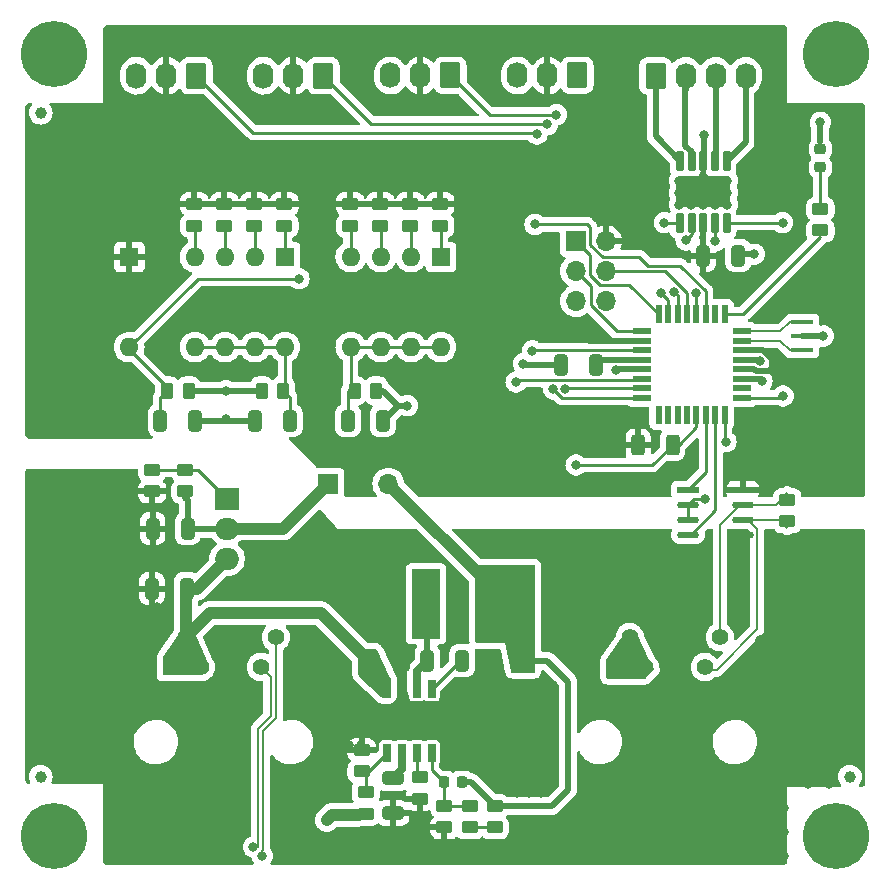
<source format=gbr>
%TF.GenerationSoftware,KiCad,Pcbnew,(7.0.0)*%
%TF.CreationDate,2023-03-10T19:40:05-08:00*%
%TF.ProjectId,smeza_pcb,736d657a-615f-4706-9362-2e6b69636164,rev?*%
%TF.SameCoordinates,Original*%
%TF.FileFunction,Copper,L1,Top*%
%TF.FilePolarity,Positive*%
%FSLAX46Y46*%
G04 Gerber Fmt 4.6, Leading zero omitted, Abs format (unit mm)*
G04 Created by KiCad (PCBNEW (7.0.0)) date 2023-03-10 19:40:05*
%MOMM*%
%LPD*%
G01*
G04 APERTURE LIST*
G04 Aperture macros list*
%AMRoundRect*
0 Rectangle with rounded corners*
0 $1 Rounding radius*
0 $2 $3 $4 $5 $6 $7 $8 $9 X,Y pos of 4 corners*
0 Add a 4 corners polygon primitive as box body*
4,1,4,$2,$3,$4,$5,$6,$7,$8,$9,$2,$3,0*
0 Add four circle primitives for the rounded corners*
1,1,$1+$1,$2,$3*
1,1,$1+$1,$4,$5*
1,1,$1+$1,$6,$7*
1,1,$1+$1,$8,$9*
0 Add four rect primitives between the rounded corners*
20,1,$1+$1,$2,$3,$4,$5,0*
20,1,$1+$1,$4,$5,$6,$7,0*
20,1,$1+$1,$6,$7,$8,$9,0*
20,1,$1+$1,$8,$9,$2,$3,0*%
G04 Aperture macros list end*
%TA.AperFunction,SMDPad,CuDef*%
%ADD10C,1.000000*%
%TD*%
%TA.AperFunction,SMDPad,CuDef*%
%ADD11RoundRect,0.250000X-0.450000X0.262500X-0.450000X-0.262500X0.450000X-0.262500X0.450000X0.262500X0*%
%TD*%
%TA.AperFunction,SMDPad,CuDef*%
%ADD12RoundRect,0.250000X0.450000X-0.262500X0.450000X0.262500X-0.450000X0.262500X-0.450000X-0.262500X0*%
%TD*%
%TA.AperFunction,SMDPad,CuDef*%
%ADD13R,1.874066X0.542132*%
%TD*%
%TA.AperFunction,SMDPad,CuDef*%
%ADD14RoundRect,0.271066X-0.665967X0.000000X0.665967X0.000000X0.665967X0.000000X-0.665967X0.000000X0*%
%TD*%
%TA.AperFunction,SMDPad,CuDef*%
%ADD15RoundRect,0.218750X-0.256250X0.218750X-0.256250X-0.218750X0.256250X-0.218750X0.256250X0.218750X0*%
%TD*%
%TA.AperFunction,ComponentPad*%
%ADD16R,1.600000X1.600000*%
%TD*%
%TA.AperFunction,ComponentPad*%
%ADD17O,1.600000X1.600000*%
%TD*%
%TA.AperFunction,ComponentPad*%
%ADD18R,1.700000X1.700000*%
%TD*%
%TA.AperFunction,ComponentPad*%
%ADD19O,1.700000X1.700000*%
%TD*%
%TA.AperFunction,ComponentPad*%
%ADD20RoundRect,0.250000X0.620000X0.845000X-0.620000X0.845000X-0.620000X-0.845000X0.620000X-0.845000X0*%
%TD*%
%TA.AperFunction,ComponentPad*%
%ADD21O,1.740000X2.190000*%
%TD*%
%TA.AperFunction,SMDPad,CuDef*%
%ADD22RoundRect,0.250000X0.325000X0.650000X-0.325000X0.650000X-0.325000X-0.650000X0.325000X-0.650000X0*%
%TD*%
%TA.AperFunction,SMDPad,CuDef*%
%ADD23R,0.700000X1.525000*%
%TD*%
%TA.AperFunction,SMDPad,CuDef*%
%ADD24R,3.450000X2.560000*%
%TD*%
%TA.AperFunction,ComponentPad*%
%ADD25R,2.000000X1.905000*%
%TD*%
%TA.AperFunction,ComponentPad*%
%ADD26O,2.000000X1.905000*%
%TD*%
%TA.AperFunction,SMDPad,CuDef*%
%ADD27RoundRect,0.250000X-0.325000X-0.650000X0.325000X-0.650000X0.325000X0.650000X-0.325000X0.650000X0*%
%TD*%
%TA.AperFunction,SMDPad,CuDef*%
%ADD28R,1.600000X0.550000*%
%TD*%
%TA.AperFunction,SMDPad,CuDef*%
%ADD29R,0.550000X1.600000*%
%TD*%
%TA.AperFunction,SMDPad,CuDef*%
%ADD30RoundRect,0.250000X-0.312500X-0.625000X0.312500X-0.625000X0.312500X0.625000X-0.312500X0.625000X0*%
%TD*%
%TA.AperFunction,SMDPad,CuDef*%
%ADD31RoundRect,0.250000X0.262500X0.450000X-0.262500X0.450000X-0.262500X-0.450000X0.262500X-0.450000X0*%
%TD*%
%TA.AperFunction,ComponentPad*%
%ADD32C,5.600000*%
%TD*%
%TA.AperFunction,SMDPad,CuDef*%
%ADD33RoundRect,0.225000X0.225000X0.250000X-0.225000X0.250000X-0.225000X-0.250000X0.225000X-0.250000X0*%
%TD*%
%TA.AperFunction,SMDPad,CuDef*%
%ADD34R,2.450000X5.900000*%
%TD*%
%TA.AperFunction,ComponentPad*%
%ADD35R,1.400000X1.400000*%
%TD*%
%TA.AperFunction,ComponentPad*%
%ADD36C,1.400000*%
%TD*%
%TA.AperFunction,ComponentPad*%
%ADD37RoundRect,0.250000X-0.620000X-0.845000X0.620000X-0.845000X0.620000X0.845000X-0.620000X0.845000X0*%
%TD*%
%TA.AperFunction,SMDPad,CuDef*%
%ADD38R,1.900000X0.400000*%
%TD*%
%TA.AperFunction,SMDPad,CuDef*%
%ADD39RoundRect,0.250000X0.650000X-0.325000X0.650000X0.325000X-0.650000X0.325000X-0.650000X-0.325000X0*%
%TD*%
%TA.AperFunction,SMDPad,CuDef*%
%ADD40RoundRect,0.042000X0.258000X-0.788000X0.258000X0.788000X-0.258000X0.788000X-0.258000X-0.788000X0*%
%TD*%
%TA.AperFunction,SMDPad,CuDef*%
%ADD41RoundRect,0.250000X-0.262500X-0.450000X0.262500X-0.450000X0.262500X0.450000X-0.262500X0.450000X0*%
%TD*%
%TA.AperFunction,ViaPad*%
%ADD42C,0.800000*%
%TD*%
%TA.AperFunction,ViaPad*%
%ADD43C,1.000000*%
%TD*%
%TA.AperFunction,Conductor*%
%ADD44C,0.250000*%
%TD*%
%TA.AperFunction,Conductor*%
%ADD45C,0.500000*%
%TD*%
%TA.AperFunction,Conductor*%
%ADD46C,0.700000*%
%TD*%
%TA.AperFunction,Conductor*%
%ADD47C,1.000000*%
%TD*%
%TA.AperFunction,Conductor*%
%ADD48C,0.200000*%
%TD*%
G04 APERTURE END LIST*
D10*
%TO.P,REF\u002A\u002A,*%
%TO.N,*%
X173950000Y-119540000D03*
%TD*%
%TO.P,REF\u002A\u002A,*%
%TO.N,*%
X105450000Y-119540000D03*
%TD*%
%TO.P,REF\u002A\u002A,*%
%TO.N,*%
X105450000Y-63340000D03*
%TD*%
D11*
%TO.P,R18,1*%
%TO.N,/Buck+5V*%
X143891000Y-122023500D03*
%TO.P,R18,2*%
%TO.N,Net-(R1-Pad1)*%
X143891000Y-123848500D03*
%TD*%
%TO.P,R16,2*%
%TO.N,Net-(R16-Pad2)*%
X139268200Y-72894200D03*
%TO.P,R16,1*%
%TO.N,/+5V*%
X139268200Y-71069200D03*
%TD*%
D12*
%TO.P,R22,1*%
%TO.N,/Indic*%
X171450000Y-73302500D03*
%TO.P,R22,2*%
%TO.N,Net-(D1-A)*%
X171450000Y-71477500D03*
%TD*%
D13*
%TO.P,T1,1,RO*%
%TO.N,/Rx*%
X160243932Y-95249999D03*
D14*
%TO.P,T1,2,~{RE}*%
%TO.N,/TransceiverDriverEnable*%
X160243933Y-96520000D03*
%TO.P,T1,3,DE*%
X160243933Y-97790000D03*
%TO.P,T1,4,DI*%
%TO.N,/Tx*%
X160243933Y-99060000D03*
%TO.P,T1,5,GND*%
%TO.N,GND*%
X164876067Y-99060000D03*
%TO.P,T1,6,A*%
%TO.N,/D+*%
X164876067Y-97790000D03*
%TO.P,T1,7,B*%
%TO.N,/D-*%
X164876067Y-96520000D03*
%TO.P,T1,8,VCC*%
%TO.N,/+5V*%
X164876067Y-95250000D03*
%TD*%
D15*
%TO.P,D1,1,K*%
%TO.N,GND*%
X171450000Y-66398500D03*
%TO.P,D1,2,A*%
%TO.N,Net-(D1-A)*%
X171450000Y-67973500D03*
%TD*%
D16*
%TO.P,SW1,1*%
%TO.N,Net-(R16-Pad2)*%
X139320799Y-75557599D03*
D17*
%TO.P,SW1,2*%
%TO.N,Net-(R14-Pad2)*%
X136780799Y-75557599D03*
%TO.P,SW1,3*%
%TO.N,Net-(R12-Pad2)*%
X134240799Y-75557599D03*
%TO.P,SW1,4*%
%TO.N,Net-(R10-Pad2)*%
X131700799Y-75557599D03*
%TO.P,SW1,5*%
%TO.N,/DIPS14*%
X131700799Y-83177599D03*
%TO.P,SW1,6*%
X134240799Y-83177599D03*
%TO.P,SW1,7*%
X136780799Y-83177599D03*
%TO.P,SW1,8*%
X139320799Y-83177599D03*
%TD*%
D11*
%TO.P,R15,2*%
%TO.N,Net-(R15-Pad2)*%
X123532000Y-72894200D03*
%TO.P,R15,1*%
%TO.N,/+5V*%
X123532000Y-71069200D03*
%TD*%
D18*
%TO.P,J9,1,Pin_1*%
%TO.N,/M1 +Limit (MISO)*%
X150764999Y-74199999D03*
D19*
%TO.P,J9,2,Pin_2*%
%TO.N,/+5V*%
X153304999Y-74199999D03*
%TO.P,J9,3,Pin_3*%
%TO.N,/M1 -Limit (SCK)*%
X150764999Y-76739999D03*
%TO.P,J9,4,Pin_4*%
%TO.N,/MOSI*%
X153304999Y-76739999D03*
%TO.P,J9,5,Pin_5*%
%TO.N,/RESET*%
X150764999Y-79279999D03*
%TO.P,J9,6,Pin_6*%
%TO.N,GND*%
X153304999Y-79279999D03*
%TD*%
D20*
%TO.P,J7,1,Pin_1*%
%TO.N,/M2 +Limit*%
X129370666Y-60198000D03*
D21*
%TO.P,J7,2,Pin_2*%
%TO.N,/+5V*%
X126830665Y-60197999D03*
%TO.P,J7,3,Pin_3*%
%TO.N,GND*%
X124290665Y-60197999D03*
%TD*%
D22*
%TO.P,C7,1*%
%TO.N,Net-(U2-AREF)*%
X152452600Y-84734400D03*
%TO.P,C7,2*%
%TO.N,GND*%
X149502600Y-84734400D03*
%TD*%
D11*
%TO.P,R10,2*%
%TO.N,Net-(R10-Pad2)*%
X131648200Y-72894200D03*
%TO.P,R10,1*%
%TO.N,/+5V*%
X131648200Y-71069200D03*
%TD*%
D23*
%TO.P,B1,1,EN*%
%TO.N,Net-(B1-EN)*%
X134746999Y-117519999D03*
%TO.P,B1,2,VCC*%
%TO.N,/BuckConverterVCC*%
X136016999Y-117519999D03*
%TO.P,B1,3,FREQ*%
%TO.N,Net-(B1-FREQ)*%
X137286999Y-117519999D03*
%TO.P,B1,4,FB*%
%TO.N,Net-(B1-FB)*%
X138556999Y-117519999D03*
%TO.P,B1,5,BST*%
%TO.N,Net-(B1-BST)*%
X138556999Y-112095999D03*
%TO.P,B1,6,SW*%
%TO.N,/BuckSW*%
X137286999Y-112095999D03*
%TO.P,B1,7,GND*%
%TO.N,GND*%
X136016999Y-112095999D03*
%TO.P,B1,8,VIN*%
%TO.N,/+50V*%
X134746999Y-112095999D03*
D24*
%TO.P,B1,9,EP*%
%TO.N,GND*%
X136651999Y-114807999D03*
%TD*%
D25*
%TO.P,U1,1,ADJ*%
%TO.N,Net-(U1-ADJ)*%
X121228999Y-96011999D03*
D26*
%TO.P,U1,2,VO*%
%TO.N,/LVR+5V*%
X121228999Y-98551999D03*
%TO.P,U1,3,VI*%
%TO.N,/+50V*%
X121228999Y-101091999D03*
%TD*%
D27*
%TO.P,C2A1,1*%
%TO.N,/Buck+5V*%
X146402000Y-104140000D03*
%TO.P,C2A1,2*%
%TO.N,GND*%
X149352000Y-104140000D03*
%TD*%
D28*
%TO.P,U2,1,PD3*%
%TO.N,/M2 Fwd Signal*%
X164809999Y-87449999D03*
%TO.P,U2,2,PD4*%
%TO.N,unconnected-(U2-PD4-Pad2)*%
X164809999Y-86649999D03*
%TO.P,U2,3,GND*%
%TO.N,GND*%
X164809999Y-85849999D03*
%TO.P,U2,4,VCC*%
%TO.N,/+5V*%
X164809999Y-85049999D03*
%TO.P,U2,5,GND*%
%TO.N,GND*%
X164809999Y-84249999D03*
%TO.P,U2,6,VCC*%
%TO.N,/+5V*%
X164809999Y-83449999D03*
%TO.P,U2,7,XTAL1/PB6*%
%TO.N,Net-(U2-XTAL1{slash}PB6)*%
X164809999Y-82649999D03*
%TO.P,U2,8,XTAL2/PB7*%
%TO.N,Net-(U2-XTAL2{slash}PB7)*%
X164809999Y-81849999D03*
D29*
%TO.P,U2,9,PD5*%
%TO.N,/Indic*%
X163359999Y-80399999D03*
%TO.P,U2,10,PD6*%
%TO.N,unconnected-(U2-PD6-Pad10)*%
X162559999Y-80399999D03*
%TO.P,U2,11,PD7*%
%TO.N,/DIP9*%
X161759999Y-80399999D03*
%TO.P,U2,12,PB0*%
%TO.N,/M2 Bkwd Signal*%
X160959999Y-80399999D03*
%TO.P,U2,13,PB1*%
%TO.N,/MOSI*%
X160159999Y-80399999D03*
%TO.P,U2,14,PB2*%
%TO.N,/M1 Fwd Signal*%
X159359999Y-80399999D03*
%TO.P,U2,15,PB3*%
%TO.N,/M1 Bkwd Signal*%
X158559999Y-80399999D03*
%TO.P,U2,16,PB4*%
%TO.N,/M1 +Limit (MISO)*%
X157759999Y-80399999D03*
D28*
%TO.P,U2,17,PB5*%
%TO.N,/M1 -Limit (SCK)*%
X156309999Y-81849999D03*
%TO.P,U2,18,AVCC*%
%TO.N,/+5V*%
X156309999Y-82649999D03*
%TO.P,U2,19,ADC6*%
%TO.N,/DIPS14*%
X156309999Y-83449999D03*
%TO.P,U2,20,AREF*%
%TO.N,Net-(U2-AREF)*%
X156309999Y-84249999D03*
%TO.P,U2,21,GND*%
%TO.N,GND*%
X156309999Y-85049999D03*
%TO.P,U2,22,ADC7*%
%TO.N,/DIPS58*%
X156309999Y-85849999D03*
%TO.P,U2,23,PC0*%
%TO.N,/M2 +Limit*%
X156309999Y-86649999D03*
%TO.P,U2,24,PC1*%
%TO.N,/M2 -Limit*%
X156309999Y-87449999D03*
D29*
%TO.P,U2,25,PC2*%
%TO.N,unconnected-(U2-PC2-Pad25)*%
X157759999Y-88899999D03*
%TO.P,U2,26,PC3*%
%TO.N,unconnected-(U2-PC3-Pad26)*%
X158559999Y-88899999D03*
%TO.P,U2,27,PC4*%
%TO.N,unconnected-(U2-PC4-Pad27)*%
X159359999Y-88899999D03*
%TO.P,U2,28,PC5*%
%TO.N,unconnected-(U2-PC5-Pad28)*%
X160159999Y-88899999D03*
%TO.P,U2,29,~{RESET}/PC6*%
%TO.N,/RESET*%
X160959999Y-88899999D03*
%TO.P,U2,30,PD0*%
%TO.N,/Rx*%
X161759999Y-88899999D03*
%TO.P,U2,31,PD1*%
%TO.N,/Tx*%
X162559999Y-88899999D03*
%TO.P,U2,32,PD2*%
%TO.N,/TransceiverDriverEnable*%
X163359999Y-88899999D03*
%TD*%
D11*
%TO.P,R9,1*%
%TO.N,GND*%
X132613400Y-117273700D03*
%TO.P,R9,2*%
%TO.N,Net-(B1-EN)*%
X132613400Y-119098700D03*
%TD*%
D27*
%TO.P,C11,1*%
%TO.N,/DIP9*%
X115580000Y-89408900D03*
%TO.P,C11,2*%
%TO.N,GND*%
X118530000Y-89408900D03*
%TD*%
%TO.P,C3,1*%
%TO.N,/BuckSW*%
X138176000Y-109728000D03*
%TO.P,C3,2*%
%TO.N,Net-(B1-BST)*%
X141126000Y-109728000D03*
%TD*%
D30*
%TO.P,R3,1*%
%TO.N,/+5V*%
X156017500Y-91440000D03*
%TO.P,R3,2*%
%TO.N,/RESET*%
X158942500Y-91440000D03*
%TD*%
D31*
%TO.P,R19,1*%
%TO.N,GND*%
X133853200Y-86868900D03*
%TO.P,R19,2*%
%TO.N,/DIPS14*%
X132028200Y-86868900D03*
%TD*%
D27*
%TO.P,C9,1*%
%TO.N,/DIPS14*%
X131455000Y-89408900D03*
%TO.P,C9,2*%
%TO.N,GND*%
X134405000Y-89408900D03*
%TD*%
D22*
%TO.P,C5,1*%
%TO.N,/LVR+5V*%
X117878000Y-98552000D03*
%TO.P,C5,2*%
%TO.N,GND*%
X114928000Y-98552000D03*
%TD*%
D11*
%TO.P,R11,2*%
%TO.N,Net-(R11-Pad2)*%
X118452000Y-72894200D03*
%TO.P,R11,1*%
%TO.N,/+5V*%
X118452000Y-71069200D03*
%TD*%
D12*
%TO.P,R6,1*%
%TO.N,/LVR+5V*%
X117673000Y-95400500D03*
%TO.P,R6,2*%
%TO.N,Net-(U1-ADJ)*%
X117673000Y-93575500D03*
%TD*%
D11*
%TO.P,R14,2*%
%TO.N,Net-(R14-Pad2)*%
X136728200Y-72894200D03*
%TO.P,R14,1*%
%TO.N,/+5V*%
X136728200Y-71069200D03*
%TD*%
D12*
%TO.P,R1,1*%
%TO.N,Net-(R1-Pad1)*%
X141757400Y-123848500D03*
%TO.P,R1,2*%
%TO.N,Net-(B1-FB)*%
X141757400Y-122023500D03*
%TD*%
D32*
%TO.P,REF\u002A\u002A,1*%
%TO.N,N/C*%
X172800000Y-124540000D03*
%TD*%
D22*
%TO.P,C2B1,1*%
%TO.N,/Buck+5V*%
X146206000Y-109728000D03*
%TO.P,C2B1,2*%
%TO.N,GND*%
X143256000Y-109728000D03*
%TD*%
D31*
%TO.P,R21,1*%
%TO.N,GND*%
X117982200Y-86868900D03*
%TO.P,R21,2*%
%TO.N,/DIP9*%
X116157200Y-86868900D03*
%TD*%
D16*
%TO.P,SW2,1*%
%TO.N,Net-(R17-Pad2)*%
X126122799Y-75557599D03*
D17*
%TO.P,SW2,2*%
%TO.N,Net-(R15-Pad2)*%
X123582799Y-75557599D03*
%TO.P,SW2,3*%
%TO.N,Net-(R13-Pad2)*%
X121042799Y-75557599D03*
%TO.P,SW2,4*%
%TO.N,Net-(R11-Pad2)*%
X118502799Y-75557599D03*
%TO.P,SW2,5*%
%TO.N,/DIPS58*%
X118502799Y-83177599D03*
%TO.P,SW2,6*%
X121042799Y-83177599D03*
%TO.P,SW2,7*%
X123582799Y-83177599D03*
%TO.P,SW2,8*%
X126122799Y-83177599D03*
%TD*%
D20*
%TO.P,J5,1,Pin_1*%
%TO.N,/M1 +Limit (MISO)*%
X150876000Y-60178000D03*
D21*
%TO.P,J5,2,Pin_2*%
%TO.N,/+5V*%
X148335999Y-60177999D03*
%TO.P,J5,3,Pin_3*%
%TO.N,GND*%
X145795999Y-60177999D03*
%TD*%
D33*
%TO.P,C1,1*%
%TO.N,/Buck+5V*%
X141110000Y-120015000D03*
%TO.P,C1,2*%
%TO.N,Net-(B1-FB)*%
X139560000Y-120015000D03*
%TD*%
D12*
%TO.P,R7,1*%
%TO.N,GND*%
X137541000Y-121435500D03*
%TO.P,R7,2*%
%TO.N,Net-(B1-FREQ)*%
X137541000Y-119610500D03*
%TD*%
D34*
%TO.P,L1,1,1*%
%TO.N,/Buck+5V*%
X143621999Y-104901999D03*
%TO.P,L1,2,2*%
%TO.N,/BuckSW*%
X138071999Y-104901999D03*
%TD*%
D35*
%TO.P,J2,1,1*%
%TO.N,/+50V*%
X116458999Y-110274999D03*
D36*
%TO.P,J2,2,2*%
X117729000Y-107735000D03*
%TO.P,J2,3,3*%
X118999000Y-110275000D03*
%TO.P,J2,4,4*%
%TO.N,GND*%
X120269000Y-107735000D03*
%TO.P,J2,5,5*%
X121539000Y-110275000D03*
%TO.P,J2,6,6*%
X122809000Y-107735000D03*
%TO.P,J2,7,7*%
%TO.N,/D+*%
X124079000Y-110275000D03*
%TO.P,J2,8,8*%
%TO.N,/D-*%
X125349000Y-107735000D03*
%TD*%
D37*
%TO.P,J4,1,Pin_1*%
%TO.N,/M1 Bkwd*%
X157496000Y-60218000D03*
D21*
%TO.P,J4,2,Pin_2*%
%TO.N,/M1 Fwd*%
X160035999Y-60217999D03*
%TO.P,J4,3,Pin_3*%
%TO.N,/M2 Bkwd*%
X162575999Y-60217999D03*
%TO.P,J4,4,Pin_4*%
%TO.N,/M2 Fwd*%
X165115999Y-60217999D03*
%TD*%
D35*
%TO.P,J1,1,1*%
%TO.N,/+50V*%
X154050999Y-110274999D03*
D36*
%TO.P,J1,2,2*%
X155321000Y-107735000D03*
%TO.P,J1,3,3*%
X156591000Y-110275000D03*
%TO.P,J1,4,4*%
%TO.N,GND*%
X157861000Y-107735000D03*
%TO.P,J1,5,5*%
X159131000Y-110275000D03*
%TO.P,J1,6,6*%
X160401000Y-107735000D03*
%TO.P,J1,7,7*%
%TO.N,/D+*%
X161671000Y-110275000D03*
%TO.P,J1,8,8*%
%TO.N,/D-*%
X162941000Y-107735000D03*
%TD*%
D20*
%TO.P,J8,1,Pin_1*%
%TO.N,/M2 -Limit*%
X118618000Y-60198000D03*
D21*
%TO.P,J8,2,Pin_2*%
%TO.N,/+5V*%
X116077999Y-60197999D03*
%TO.P,J8,3,Pin_3*%
%TO.N,GND*%
X113537999Y-60197999D03*
%TD*%
D20*
%TO.P,J6,1,Pin_1*%
%TO.N,/M1 -Limit (SCK)*%
X140123332Y-60178000D03*
D21*
%TO.P,J6,2,Pin_2*%
%TO.N,/+5V*%
X137583331Y-60177999D03*
%TO.P,J6,3,Pin_3*%
%TO.N,GND*%
X135043331Y-60177999D03*
%TD*%
D18*
%TO.P,J3,1,Pin_1*%
%TO.N,/LVR+5V*%
X129793999Y-94741999D03*
D19*
%TO.P,J3,2,Pin_2*%
%TO.N,/+5V*%
X132333999Y-94741999D03*
%TO.P,J3,3,Pin_3*%
%TO.N,/Buck+5V*%
X134873999Y-94741999D03*
%TD*%
D12*
%TO.P,R8,1*%
%TO.N,/+50V*%
X132969000Y-122705500D03*
%TO.P,R8,2*%
%TO.N,Net-(B1-EN)*%
X132969000Y-120880500D03*
%TD*%
D38*
%TO.P,Y1,1*%
%TO.N,Net-(U2-XTAL1{slash}PB6)*%
X169925999Y-83445199D03*
%TO.P,Y1,2*%
%TO.N,GND*%
X169925999Y-82245199D03*
%TO.P,Y1,3*%
%TO.N,Net-(U2-XTAL2{slash}PB7)*%
X169925999Y-81045199D03*
%TD*%
D32*
%TO.P,REF\u002A\u002A,1*%
%TO.N,N/C*%
X106600000Y-58340000D03*
%TD*%
D22*
%TO.P,C4,1*%
%TO.N,/+50V*%
X117807000Y-103632000D03*
%TO.P,C4,2*%
%TO.N,GND*%
X114857000Y-103632000D03*
%TD*%
D27*
%TO.P,C8,1*%
%TO.N,/+5V*%
X161544000Y-75438000D03*
%TO.P,C8,2*%
%TO.N,GND*%
X164494000Y-75438000D03*
%TD*%
D32*
%TO.P,REF\u002A\u002A,1*%
%TO.N,N/C*%
X106600000Y-124540000D03*
%TD*%
D12*
%TO.P,R4,1*%
%TO.N,/D+*%
X168656000Y-97940500D03*
%TO.P,R4,2*%
%TO.N,/D-*%
X168656000Y-96115500D03*
%TD*%
%TO.P,R2,1*%
%TO.N,GND*%
X139623800Y-123848500D03*
%TO.P,R2,2*%
%TO.N,Net-(B1-FB)*%
X139623800Y-122023500D03*
%TD*%
D32*
%TO.P,REF\u002A\u002A,1*%
%TO.N,N/C*%
X172800000Y-58340000D03*
%TD*%
D27*
%TO.P,C2,1*%
%TO.N,/+50V*%
X133194000Y-109728000D03*
%TO.P,C2,2*%
%TO.N,GND*%
X136144000Y-109728000D03*
%TD*%
D39*
%TO.P,C6,1*%
%TO.N,GND*%
X135259000Y-122633000D03*
%TO.P,C6,2*%
%TO.N,/BuckConverterVCC*%
X135259000Y-119683000D03*
%TD*%
D11*
%TO.P,R13,2*%
%TO.N,Net-(R13-Pad2)*%
X120992000Y-72894200D03*
%TO.P,R13,1*%
%TO.N,/+5V*%
X120992000Y-71069200D03*
%TD*%
D40*
%TO.P,H1,1,IN1*%
%TO.N,/M1 Bkwd Signal*%
X159544000Y-72644000D03*
%TO.P,H1,2,IN2*%
%TO.N,/M1 Fwd Signal*%
X160544000Y-72644000D03*
%TO.P,H1,3,VBB*%
%TO.N,/+5V*%
X161544000Y-72644000D03*
%TO.P,H1,4,IN3*%
%TO.N,/M2 Bkwd Signal*%
X162544000Y-72644000D03*
%TO.P,H1,5,IN4*%
%TO.N,/M2 Fwd Signal*%
X163544000Y-72644000D03*
%TO.P,H1,6,OUT4*%
%TO.N,/M2 Fwd*%
X163544000Y-67394000D03*
%TO.P,H1,7,OUT3*%
%TO.N,/M2 Bkwd*%
X162544000Y-67394000D03*
%TO.P,H1,8,GND*%
%TO.N,GND*%
X161544000Y-67394000D03*
%TO.P,H1,9,OUT2*%
%TO.N,/M1 Fwd*%
X160544000Y-67394000D03*
%TO.P,H1,10,OUT1*%
%TO.N,/M1 Bkwd*%
X159544000Y-67394000D03*
%TD*%
D11*
%TO.P,R12,2*%
%TO.N,Net-(R12-Pad2)*%
X134188200Y-72894200D03*
%TO.P,R12,1*%
%TO.N,/+5V*%
X134188200Y-71069200D03*
%TD*%
D22*
%TO.P,C10,1*%
%TO.N,/DIPS58*%
X126531000Y-89408900D03*
%TO.P,C10,2*%
%TO.N,GND*%
X123581000Y-89408900D03*
%TD*%
D11*
%TO.P,R17,2*%
%TO.N,Net-(R17-Pad2)*%
X126072000Y-72894200D03*
%TO.P,R17,1*%
%TO.N,/+5V*%
X126072000Y-71069200D03*
%TD*%
%TO.P,R5,1*%
%TO.N,Net-(U1-ADJ)*%
X114879000Y-93575500D03*
%TO.P,R5,2*%
%TO.N,GND*%
X114879000Y-95400500D03*
%TD*%
D16*
%TO.P,SW3,1*%
%TO.N,/+5V*%
X112940199Y-75557599D03*
D17*
%TO.P,SW3,2*%
%TO.N,/DIP9*%
X112940199Y-83177599D03*
%TD*%
D41*
%TO.P,R20,1*%
%TO.N,GND*%
X124154200Y-86868900D03*
%TO.P,R20,2*%
%TO.N,/DIPS58*%
X125979200Y-86868900D03*
%TD*%
D42*
%TO.N,/DIP9*%
X147294600Y-72796400D03*
%TO.N,/DIPS14*%
X147066000Y-83489800D03*
%TO.N,/DIPS58*%
X145694400Y-86131400D03*
%TO.N,GND*%
X149352000Y-100584000D03*
X113284000Y-110998000D03*
X127508000Y-113792000D03*
X166370000Y-126238000D03*
X127508000Y-100330000D03*
X168402000Y-102108000D03*
X129540000Y-119888000D03*
X130556000Y-113792000D03*
X162560000Y-71120000D03*
X171450000Y-64135000D03*
X172466000Y-102108000D03*
X135636000Y-114808000D03*
X127508000Y-102362000D03*
X109220000Y-105156000D03*
X165049200Y-103759000D03*
X159512000Y-69088000D03*
X132588000Y-114808000D03*
X105156000Y-97028000D03*
X129540000Y-115824000D03*
X157480000Y-100584000D03*
X168402000Y-112014000D03*
X140716000Y-117856000D03*
X117348000Y-123190000D03*
X139700000Y-116840000D03*
X168402000Y-122174000D03*
X109220000Y-110998000D03*
X170434000Y-112014000D03*
X163576000Y-70104000D03*
X131572000Y-113792000D03*
X174498000Y-114046000D03*
X115316000Y-106934000D03*
X105156000Y-115062000D03*
X115316000Y-123190000D03*
X130556000Y-116840000D03*
X121412000Y-125222000D03*
X136486000Y-88138900D03*
X130556000Y-118872000D03*
X141732000Y-112776000D03*
X147828000Y-120904000D03*
X161544000Y-71120000D03*
X111252000Y-108966000D03*
X129540000Y-117856000D03*
X146812000Y-112776000D03*
X123444000Y-100330000D03*
X119380000Y-123190000D03*
X141732000Y-113792000D03*
X111252000Y-94996000D03*
X115316000Y-119126000D03*
X145796000Y-117856000D03*
X128524000Y-114808000D03*
X143764000Y-111760000D03*
X166370000Y-112014000D03*
X140716000Y-112776000D03*
X166500000Y-86045542D03*
X168402000Y-120142000D03*
X111252000Y-99060000D03*
X142748000Y-114808000D03*
X147828000Y-119888000D03*
X147828000Y-115824000D03*
X111252000Y-123190000D03*
X168402000Y-116078000D03*
X142748000Y-115824000D03*
X132588000Y-115824000D03*
X129540000Y-113792000D03*
X143764000Y-114808000D03*
X130556000Y-111760000D03*
X137668000Y-113792000D03*
X168402000Y-114046000D03*
X135636000Y-104394000D03*
X145796000Y-112776000D03*
X174498000Y-112014000D03*
X111252000Y-113030000D03*
X174498000Y-117856000D03*
X143764000Y-117856000D03*
X161544000Y-102616000D03*
X174498000Y-102108000D03*
X107188000Y-108966000D03*
X164338000Y-122174000D03*
X133604000Y-104394000D03*
X162560000Y-69088000D03*
X157480000Y-104648000D03*
X130556000Y-112776000D03*
X109220000Y-101092000D03*
X111252000Y-110998000D03*
X166321370Y-84346542D03*
X133604000Y-100330000D03*
X144780000Y-111760000D03*
X159512000Y-70104000D03*
X132588000Y-112776000D03*
X130556000Y-114808000D03*
X133604000Y-113792000D03*
X158242000Y-126238000D03*
X131572000Y-114808000D03*
X164338000Y-120142000D03*
X138684000Y-114808000D03*
X111252000Y-125222000D03*
X146812000Y-115824000D03*
X148844000Y-115824000D03*
X145796000Y-113792000D03*
X117348000Y-125222000D03*
X153416000Y-102616000D03*
X144780000Y-118872000D03*
X154178000Y-85099500D03*
X142748000Y-112776000D03*
X129540000Y-112776000D03*
X105156000Y-110998000D03*
X136652000Y-115824000D03*
X165049200Y-101752400D03*
X113284000Y-103124000D03*
X109220000Y-103124000D03*
X135636000Y-102362000D03*
X107188000Y-105156000D03*
X168402000Y-106172000D03*
X130556000Y-119888000D03*
X107188000Y-94996000D03*
X131572000Y-116840000D03*
X133604000Y-102362000D03*
X113284000Y-121158000D03*
X172466000Y-109982000D03*
X113284000Y-115062000D03*
X166370000Y-120142000D03*
X168402000Y-124206000D03*
X129540000Y-100330000D03*
X141732000Y-117856000D03*
X164338000Y-124206000D03*
X164033200Y-102743000D03*
X153416000Y-100584000D03*
X139700000Y-113792000D03*
X168402000Y-100076000D03*
X155448000Y-102616000D03*
X139700000Y-117856000D03*
X107188000Y-103124000D03*
X107188000Y-110998000D03*
X105156000Y-113030000D03*
X166370000Y-122174000D03*
X123444000Y-102362000D03*
X160528000Y-71120000D03*
X164033200Y-103759000D03*
X174498000Y-116078000D03*
X105156000Y-108966000D03*
X165049200Y-102743000D03*
X151384000Y-102616000D03*
X128524000Y-111760000D03*
X170434000Y-120142000D03*
X132588000Y-113792000D03*
X170434000Y-107950000D03*
X128524000Y-112776000D03*
X140716000Y-116840000D03*
X105156000Y-106934000D03*
X134620000Y-114808000D03*
X130556000Y-110744000D03*
X105156000Y-101092000D03*
X162306000Y-126238000D03*
X136652000Y-113792000D03*
X107188000Y-117094000D03*
X144780000Y-119888000D03*
X174498000Y-106172000D03*
X125476000Y-100330000D03*
X164033200Y-100736400D03*
X109220000Y-117094000D03*
X113284000Y-125222000D03*
X165049200Y-100736400D03*
X129540000Y-118872000D03*
X128524000Y-110744000D03*
X166370000Y-124206000D03*
X139700000Y-112776000D03*
X109220000Y-106934000D03*
X165862000Y-75311000D03*
X115316000Y-113030000D03*
X158242000Y-122174000D03*
X174498000Y-107950000D03*
X146812000Y-116840000D03*
X145796000Y-118872000D03*
X170434000Y-118110000D03*
X111252000Y-101092000D03*
X134620000Y-113792000D03*
X129540000Y-114808000D03*
X160528000Y-69088000D03*
X142748000Y-111760000D03*
X148844000Y-113792000D03*
X128524000Y-118872000D03*
X146812000Y-114808000D03*
X174498000Y-100076000D03*
X168402000Y-109982000D03*
X149352000Y-104648000D03*
X140716000Y-113792000D03*
X107188000Y-101092000D03*
X145796000Y-114808000D03*
X159512000Y-100584000D03*
X127508000Y-112776000D03*
X140716000Y-114808000D03*
X113284000Y-123190000D03*
X172466000Y-107950000D03*
X127508000Y-119888000D03*
X168402000Y-104140000D03*
X174498000Y-104140000D03*
X148844000Y-119888000D03*
X139700000Y-115824000D03*
X113284000Y-108966000D03*
X170434000Y-116078000D03*
X137668000Y-114808000D03*
X138684000Y-115824000D03*
X172212000Y-120142000D03*
X147828000Y-112776000D03*
X135636000Y-100330000D03*
X160274000Y-122174000D03*
X159512000Y-104648000D03*
X109220000Y-97028000D03*
X147828000Y-116840000D03*
X105156000Y-117094000D03*
X115316000Y-125222000D03*
X131572000Y-102362000D03*
X164338000Y-106172000D03*
X135636000Y-113792000D03*
X161544000Y-100584000D03*
X162306000Y-120142000D03*
X170434000Y-109982000D03*
X145796000Y-120904000D03*
X160274000Y-126238000D03*
X111252000Y-97028000D03*
X113284000Y-113030000D03*
X119380000Y-125222000D03*
X170434000Y-102108000D03*
X155448000Y-100584000D03*
X111252000Y-119126000D03*
X162306000Y-122174000D03*
X161544000Y-104648000D03*
X131572000Y-115824000D03*
X168402000Y-126238000D03*
X170434000Y-106172000D03*
X136652000Y-114808000D03*
X107188000Y-119126000D03*
X168402000Y-118110000D03*
X159512000Y-71120000D03*
X131572000Y-111760000D03*
X170434000Y-100076000D03*
X146304000Y-84582000D03*
X147828000Y-117856000D03*
X145796000Y-115824000D03*
X128524000Y-113792000D03*
X121119000Y-89281900D03*
X171704000Y-82245200D03*
X107188000Y-113030000D03*
X140716000Y-111760000D03*
X109220000Y-119126000D03*
X105156000Y-94996000D03*
X157480000Y-102616000D03*
X109220000Y-108966000D03*
X133604000Y-115824000D03*
X115316000Y-101092000D03*
X111252000Y-121158000D03*
X140716000Y-115824000D03*
X151384000Y-104648000D03*
X160274000Y-120142000D03*
X143764000Y-113792000D03*
X148844000Y-114808000D03*
X144780000Y-114808000D03*
X161560000Y-65193000D03*
X141732000Y-116840000D03*
X111252000Y-106934000D03*
X172466000Y-118110000D03*
X172466000Y-112014000D03*
X166370000Y-118110000D03*
X143764000Y-115824000D03*
X146812000Y-111760000D03*
X127508000Y-110744000D03*
X129540000Y-116840000D03*
X121412000Y-123190000D03*
X131572000Y-112776000D03*
X111252000Y-117094000D03*
X109220000Y-115062000D03*
X125476000Y-102362000D03*
X105156000Y-105156000D03*
X148844000Y-116840000D03*
X107188000Y-99060000D03*
X146812000Y-118872000D03*
X121119000Y-86868900D03*
X129540000Y-111760000D03*
X172466000Y-116078000D03*
X129540000Y-102362000D03*
X160274000Y-124206000D03*
X163576000Y-71120000D03*
X146812000Y-113792000D03*
X172466000Y-106172000D03*
X158242000Y-124206000D03*
X148844000Y-118872000D03*
X135636000Y-115824000D03*
X144780000Y-112776000D03*
X105156000Y-99060000D03*
X129540000Y-110744000D03*
X148844000Y-111760000D03*
X131572000Y-104394000D03*
X137668000Y-115824000D03*
X163576000Y-69088000D03*
X168402000Y-107950000D03*
X113284000Y-105156000D03*
X139700000Y-114808000D03*
X155448000Y-104648000D03*
X113284000Y-101092000D03*
X170434000Y-114046000D03*
X147828000Y-111760000D03*
X127508000Y-111760000D03*
X113284000Y-106934000D03*
X151384000Y-100584000D03*
X138684000Y-113792000D03*
X161544000Y-69088000D03*
X115316000Y-105156000D03*
X147828000Y-118872000D03*
X141732000Y-111760000D03*
X107188000Y-97028000D03*
X164033200Y-101752400D03*
X147828000Y-114808000D03*
X130556000Y-117856000D03*
X142748000Y-117856000D03*
X115316000Y-121158000D03*
X111252000Y-115062000D03*
X132588000Y-116840000D03*
X143764000Y-116840000D03*
X111252000Y-105156000D03*
X160528000Y-70104000D03*
X145796000Y-119888000D03*
X144780000Y-117856000D03*
X113284000Y-119126000D03*
X146812000Y-119888000D03*
X142748000Y-113792000D03*
X166370000Y-107950000D03*
X144780000Y-115824000D03*
X109220000Y-113030000D03*
X141732000Y-114808000D03*
X148844000Y-117856000D03*
X146812000Y-117856000D03*
X162560000Y-70104000D03*
X166370000Y-109982000D03*
X128524000Y-119888000D03*
X153416000Y-104648000D03*
X170434000Y-104140000D03*
X148844000Y-112776000D03*
X146812000Y-120904000D03*
X159512000Y-102616000D03*
X131572000Y-100330000D03*
X107188000Y-106934000D03*
X164338000Y-114046000D03*
X133604000Y-114808000D03*
X145796000Y-111760000D03*
X130556000Y-115824000D03*
X147828000Y-113792000D03*
X142748000Y-116840000D03*
X107188000Y-115062000D03*
X141732000Y-115824000D03*
X164338000Y-126238000D03*
X113284000Y-99060000D03*
X143764000Y-112776000D03*
X144780000Y-113792000D03*
X145796000Y-116840000D03*
X109220000Y-94996000D03*
X117348000Y-121158000D03*
X127508000Y-118872000D03*
X162306000Y-124206000D03*
X111252000Y-103124000D03*
X161544000Y-70104000D03*
X134620000Y-115824000D03*
X172466000Y-104140000D03*
X109220000Y-99060000D03*
X144780000Y-116840000D03*
X149352000Y-102616000D03*
X166370000Y-114046000D03*
X105156000Y-103124000D03*
X174498000Y-109982000D03*
X172466000Y-100076000D03*
X172466000Y-114046000D03*
D43*
%TO.N,/+50V*%
X129667000Y-123215400D03*
D42*
%TO.N,/+5V*%
X138938000Y-95377000D03*
X127762000Y-91313000D03*
X141986000Y-95377000D03*
X130810000Y-92329000D03*
X128778000Y-92329000D03*
X136906000Y-91313000D03*
X141986000Y-92329000D03*
X140970000Y-94361000D03*
X137922000Y-92329000D03*
X132842000Y-91313000D03*
X132842000Y-93345000D03*
X130810000Y-91313000D03*
X137922000Y-93345000D03*
X134874000Y-91313000D03*
X136906000Y-93345000D03*
X129794000Y-91313000D03*
X140970000Y-95377000D03*
X136906000Y-92329000D03*
X133858000Y-93345000D03*
X133858000Y-92329000D03*
X137922000Y-94361000D03*
X136906000Y-94361000D03*
X132842000Y-92329000D03*
X134874000Y-92329000D03*
X141986000Y-91313000D03*
X140970000Y-93345000D03*
X141986000Y-93345000D03*
X137922000Y-95377000D03*
X138938000Y-92329000D03*
X138938000Y-94361000D03*
X141986000Y-94361000D03*
X131826000Y-92329000D03*
X135890000Y-93345000D03*
X139954000Y-91313000D03*
X140970000Y-91313000D03*
X140970000Y-92329000D03*
X138938000Y-91313000D03*
X138938000Y-93345000D03*
X135890000Y-92329000D03*
X137922000Y-91313000D03*
X139954000Y-93345000D03*
X139954000Y-94361000D03*
X129794000Y-92329000D03*
X131826000Y-93345000D03*
X133858000Y-91313000D03*
X135890000Y-91313000D03*
X139954000Y-95377000D03*
X131826000Y-91313000D03*
X128778000Y-91313000D03*
X139954000Y-92329000D03*
%TO.N,/D+*%
X123453768Y-125511168D03*
%TO.N,/D-*%
X124196232Y-126253632D03*
%TO.N,/TransceiverDriverEnable*%
X163449000Y-91186000D03*
X161671000Y-96012000D03*
%TO.N,/DIP9*%
X127304800Y-77393800D03*
%TO.N,/M2 Fwd Signal*%
X168300400Y-87325200D03*
X168249600Y-72644000D03*
%TO.N,/M2 Bkwd Signal*%
X162560000Y-74168000D03*
X160904701Y-78617299D03*
%TO.N,/M1 Fwd Signal*%
X160083500Y-74104500D03*
X159054800Y-78486000D03*
%TO.N,/M1 Bkwd Signal*%
X157988000Y-78587600D03*
X158242000Y-72644000D03*
%TO.N,/M1 -Limit (SCK)*%
X149098000Y-63500000D03*
%TO.N,/M2 +Limit*%
X148336000Y-64331636D03*
X149860000Y-86728900D03*
%TO.N,/M2 -Limit*%
X147447000Y-65151000D03*
X148844000Y-86728900D03*
%TO.N,/RESET*%
X150774400Y-93167200D03*
%TD*%
D44*
%TO.N,Net-(R16-Pad2)*%
X139268200Y-72894200D02*
X139320800Y-72946800D01*
X139320800Y-72946800D02*
X139320800Y-75557600D01*
%TO.N,Net-(R14-Pad2)*%
X136728200Y-72894200D02*
X136780800Y-72946800D01*
X136780800Y-72946800D02*
X136780800Y-75557600D01*
%TO.N,Net-(R12-Pad2)*%
X134188200Y-72894200D02*
X134240800Y-72946800D01*
X134240800Y-72946800D02*
X134240800Y-75557600D01*
%TO.N,Net-(R10-Pad2)*%
X131700800Y-72946800D02*
X131648200Y-72894200D01*
X131700800Y-75557600D02*
X131700800Y-72946800D01*
%TO.N,Net-(R17-Pad2)*%
X126072000Y-72894200D02*
X126122800Y-72945000D01*
X126122800Y-72945000D02*
X126122800Y-75557600D01*
%TO.N,Net-(R15-Pad2)*%
X123582800Y-72945000D02*
X123582800Y-75557600D01*
X123532000Y-72894200D02*
X123582800Y-72945000D01*
%TO.N,Net-(R13-Pad2)*%
X121042800Y-72945000D02*
X121042800Y-75557600D01*
X120992000Y-72894200D02*
X121042800Y-72945000D01*
%TO.N,Net-(R11-Pad2)*%
X118502800Y-72945000D02*
X118502800Y-75557600D01*
X118452000Y-72894200D02*
X118502800Y-72945000D01*
%TO.N,Net-(B1-EN)*%
X133117500Y-119149500D02*
X134747000Y-117520000D01*
X132664200Y-119149500D02*
X133117500Y-119149500D01*
X132969000Y-120880500D02*
X132969000Y-119454300D01*
X132969000Y-119454300D02*
X132664200Y-119149500D01*
%TO.N,Net-(B1-FB)*%
X139560000Y-121959700D02*
X139623800Y-122023500D01*
X139560000Y-120015000D02*
X139560000Y-121959700D01*
X141757400Y-122023500D02*
X139623800Y-122023500D01*
%TO.N,Net-(R1-Pad1)*%
X143891000Y-123848500D02*
X141757400Y-123848500D01*
D45*
%TO.N,/Buck+5V*%
X150114000Y-120650000D02*
X148740500Y-122023500D01*
X150114000Y-111506000D02*
X150114000Y-120650000D01*
X148336000Y-109728000D02*
X150114000Y-111506000D01*
X146206000Y-109728000D02*
X148336000Y-109728000D01*
X148740500Y-122023500D02*
X143891000Y-122023500D01*
D44*
%TO.N,/DIP9*%
X118719600Y-77393800D02*
X112940200Y-83173200D01*
X127304800Y-77393800D02*
X118719600Y-77393800D01*
X112940200Y-83173200D02*
X112940200Y-83177600D01*
X112940200Y-83374600D02*
X116157200Y-86591600D01*
X112940200Y-83177600D02*
X112940200Y-83374600D01*
X116157200Y-86591600D02*
X116157200Y-86868900D01*
X151711400Y-72796400D02*
X147294600Y-72796400D01*
X151940000Y-73025000D02*
X151711400Y-72796400D01*
X151940000Y-74498200D02*
X151940000Y-73025000D01*
X153006800Y-75565000D02*
X151940000Y-74498200D01*
X156094600Y-75565000D02*
X153006800Y-75565000D01*
X159602707Y-76290000D02*
X156819600Y-76290000D01*
X156819600Y-76290000D02*
X156094600Y-75565000D01*
X161760000Y-78447293D02*
X159602707Y-76290000D01*
X161760000Y-80400000D02*
X161760000Y-78447293D01*
%TO.N,/DIPS14*%
X147105800Y-83450000D02*
X147066000Y-83489800D01*
X156310000Y-83450000D02*
X147105800Y-83450000D01*
%TO.N,/DIP9*%
X115580000Y-87446100D02*
X116157200Y-86868900D01*
X115580000Y-89408900D02*
X115580000Y-87446100D01*
%TO.N,/DIPS58*%
X126531000Y-87420700D02*
X125979200Y-86868900D01*
X126531000Y-89408900D02*
X126531000Y-87420700D01*
X126122800Y-86725300D02*
X125979200Y-86868900D01*
X126122800Y-83177600D02*
X126122800Y-86725300D01*
X145866400Y-85959400D02*
X145694400Y-86131400D01*
X156310000Y-85850000D02*
X156200600Y-85959400D01*
X156200600Y-85959400D02*
X145866400Y-85959400D01*
D45*
%TO.N,/+5V*%
X134188200Y-71069200D02*
X136728200Y-71069200D01*
X139268200Y-71069200D02*
X136728200Y-71069200D01*
X131648200Y-71069200D02*
X134188200Y-71069200D01*
X123532000Y-71069200D02*
X126072000Y-71069200D01*
X120992000Y-71069200D02*
X123532000Y-71069200D01*
X118452000Y-71069200D02*
X120992000Y-71069200D01*
D44*
%TO.N,Net-(D1-A)*%
X171450000Y-71477500D02*
X171450000Y-67973500D01*
%TO.N,Net-(B1-FREQ)*%
X137287000Y-117520000D02*
X137287000Y-119356500D01*
X137287000Y-119356500D02*
X137541000Y-119610500D01*
%TO.N,Net-(B1-FB)*%
X138557000Y-119012000D02*
X138557000Y-117520000D01*
X139560000Y-120015000D02*
X138557000Y-119012000D01*
%TO.N,Net-(B1-BST)*%
X140925000Y-109728000D02*
X141126000Y-109728000D01*
X138557000Y-112096000D02*
X140925000Y-109728000D01*
D45*
%TO.N,GND*%
X166224828Y-84250000D02*
X166321370Y-84346542D01*
X146456400Y-84734400D02*
X146304000Y-84582000D01*
X121119000Y-86868900D02*
X118532200Y-86868900D01*
X135673200Y-88138900D02*
X134403200Y-86868900D01*
X154227500Y-85050000D02*
X154178000Y-85099500D01*
X121246000Y-89408900D02*
X121119000Y-89281900D01*
X164855543Y-85895543D02*
X166350001Y-85895543D01*
X136486000Y-88138900D02*
X135673200Y-88138900D01*
X114928000Y-98552000D02*
X115182000Y-98806000D01*
X118530000Y-89408900D02*
X120992000Y-89408900D01*
D46*
X136652000Y-114046000D02*
X136652000Y-114808000D01*
X136017000Y-112096000D02*
X136017000Y-114173000D01*
D45*
X120992000Y-89408900D02*
X121119000Y-89281900D01*
D46*
X136652000Y-113792000D02*
X136652000Y-114046000D01*
D45*
X123581000Y-89408900D02*
X121246000Y-89408900D01*
D46*
X136017000Y-114173000D02*
X135890000Y-114046000D01*
D45*
X164621000Y-75311000D02*
X164494000Y-75438000D01*
D46*
X136017000Y-112096000D02*
X136017000Y-109855000D01*
X135890000Y-114046000D02*
X136652000Y-113792000D01*
D45*
X171450000Y-65786000D02*
X171450000Y-64135000D01*
D46*
X136017000Y-109855000D02*
X136144000Y-109728000D01*
D45*
X156310000Y-85050000D02*
X154227500Y-85050000D01*
X149502600Y-84734400D02*
X146456400Y-84734400D01*
X135675000Y-88138900D02*
X134405000Y-89408900D01*
X136486000Y-88138900D02*
X135675000Y-88138900D01*
X164810000Y-84250000D02*
X166224828Y-84250000D01*
X161560000Y-65193000D02*
X161560000Y-67394000D01*
D46*
X136652000Y-114808000D02*
X136652000Y-114808000D01*
D45*
X166350001Y-85895543D02*
X166500000Y-86045542D01*
X165862000Y-75311000D02*
X164621000Y-75311000D01*
X123604200Y-86868900D02*
X121119000Y-86868900D01*
X171704000Y-82245200D02*
X169926000Y-82245200D01*
X164810000Y-85850000D02*
X164855543Y-85895543D01*
D47*
%TO.N,/+50V*%
X118689000Y-103632000D02*
X121229000Y-101092000D01*
X129160000Y-105694000D02*
X119770000Y-105694000D01*
X133194000Y-109728000D02*
X129160000Y-105694000D01*
X132359400Y-122777700D02*
X130104700Y-122777700D01*
X119770000Y-105694000D02*
X117729000Y-107735000D01*
X117729000Y-103710000D02*
X117807000Y-103632000D01*
X130104700Y-122777700D02*
X129667000Y-123215400D01*
X117807000Y-103632000D02*
X118689000Y-103632000D01*
X117729000Y-107735000D02*
X117729000Y-103710000D01*
D45*
%TO.N,/Buck+5V*%
X141110000Y-120015000D02*
X141882500Y-120015000D01*
D47*
X134874000Y-94742000D02*
X143622000Y-103490000D01*
X143622000Y-103490000D02*
X143622000Y-104902000D01*
D45*
X141882500Y-120015000D02*
X143891000Y-122023500D01*
X144384000Y-104140000D02*
X143622000Y-104902000D01*
%TO.N,/LVR+5V*%
X121229000Y-98552000D02*
X117878000Y-98552000D01*
X117878000Y-98552000D02*
X117878000Y-96155500D01*
D47*
X129794000Y-94742000D02*
X125984000Y-98552000D01*
X125984000Y-98552000D02*
X121229000Y-98552000D01*
D45*
X117878000Y-96155500D02*
X117673000Y-95950500D01*
%TO.N,/+5V*%
X154990800Y-82651600D02*
X154992400Y-82650000D01*
X165969495Y-85196042D02*
X167279958Y-85196042D01*
X165823453Y-85050000D02*
X165969495Y-85196042D01*
X156310000Y-82650000D02*
X154992400Y-82650000D01*
X164810000Y-85050000D02*
X165823453Y-85050000D01*
X167279958Y-85196042D02*
X167386000Y-85090000D01*
X166626203Y-83450000D02*
X164810000Y-83450000D01*
X151865000Y-82650000D02*
X151765000Y-82550000D01*
X161544000Y-72644000D02*
X161544000Y-75438000D01*
X167386000Y-84209797D02*
X166626203Y-83450000D01*
X167386000Y-85090000D02*
X167386000Y-84209797D01*
X154992400Y-82650000D02*
X151865000Y-82650000D01*
D48*
%TO.N,/D+*%
X124898999Y-114420584D02*
X123844019Y-115475565D01*
X166113100Y-107037849D02*
X166113100Y-98549100D01*
X123878033Y-125511168D02*
X123453768Y-125511168D01*
X162660949Y-110490000D02*
X166113100Y-107037849D01*
X124079000Y-110275000D02*
X124898999Y-111094999D01*
X166113100Y-98549100D02*
X165354000Y-97790000D01*
X161671000Y-110490000D02*
X162660949Y-110490000D01*
X167955500Y-97790000D02*
X164876067Y-97790000D01*
X168656000Y-98490500D02*
X167955500Y-97790000D01*
X124898999Y-111094999D02*
X124898999Y-114420584D01*
X123844019Y-125477154D02*
X123878033Y-125511168D01*
X123844019Y-115475565D02*
X123844019Y-125477154D01*
X165354000Y-97790000D02*
X164876067Y-97790000D01*
%TO.N,/D-*%
X162941000Y-98251491D02*
X162941000Y-107950000D01*
X164876067Y-96520000D02*
X167701500Y-96520000D01*
X164876067Y-96520000D02*
X164672491Y-96520000D01*
X125349000Y-107735000D02*
X125349000Y-114606953D01*
X164672491Y-96520000D02*
X162941000Y-98251491D01*
X124196232Y-125829367D02*
X124196232Y-126253632D01*
X124294000Y-125731599D02*
X124196232Y-125829367D01*
X167701500Y-96520000D02*
X168656000Y-95565500D01*
X124294000Y-115661953D02*
X124294000Y-125731599D01*
X125349000Y-114606953D02*
X124294000Y-115661953D01*
D44*
%TO.N,Net-(U1-ADJ)*%
X117673000Y-93575500D02*
X118792500Y-93575500D01*
X118792500Y-93575500D02*
X121229000Y-96012000D01*
X114879000Y-93575500D02*
X117673000Y-93575500D01*
D45*
%TO.N,/M2 Fwd*%
X163544000Y-67394000D02*
X165116000Y-65822000D01*
X165116000Y-65822000D02*
X165116000Y-60218000D01*
%TO.N,/M2 Bkwd*%
X162544000Y-67394000D02*
X162576000Y-67362000D01*
X162576000Y-67362000D02*
X162576000Y-60218000D01*
%TO.N,/M1 Fwd*%
X160544000Y-66652207D02*
X160544000Y-67394000D01*
X160036000Y-61452000D02*
X160020000Y-61468000D01*
X160036000Y-60387000D02*
X160020000Y-60403000D01*
X160020000Y-66128207D02*
X160544000Y-66652207D01*
X160020000Y-60403000D02*
X160020000Y-61468000D01*
X160020000Y-61468000D02*
X160020000Y-66128207D01*
X160036000Y-60218000D02*
X160036000Y-61452000D01*
%TO.N,/M1 Bkwd*%
X159544000Y-67394000D02*
X157496000Y-65346000D01*
X157496000Y-65346000D02*
X157496000Y-60218000D01*
D46*
%TO.N,/BuckSW*%
X137287000Y-112096000D02*
X137287000Y-110617000D01*
D45*
X138176000Y-105006000D02*
X138072000Y-104902000D01*
X138176000Y-109728000D02*
X138176000Y-105006000D01*
D46*
X137287000Y-110617000D02*
X138176000Y-109728000D01*
D44*
%TO.N,/Rx*%
X161760000Y-88900000D02*
X161760000Y-93733933D01*
X161760000Y-93733933D02*
X160243933Y-95250000D01*
%TO.N,/Tx*%
X160482865Y-99060000D02*
X160243933Y-99060000D01*
X162560000Y-96982865D02*
X160482865Y-99060000D01*
X162560000Y-88900000D02*
X162560000Y-96982865D01*
%TO.N,/Indic*%
X164902500Y-80400000D02*
X171450000Y-73852500D01*
X163360000Y-80400000D02*
X164902500Y-80400000D01*
%TO.N,/TransceiverDriverEnable*%
X161671000Y-96012000D02*
X160751933Y-96012000D01*
X163360000Y-88900000D02*
X163360000Y-91097000D01*
X160243933Y-96520000D02*
X160243933Y-97790000D01*
X163360000Y-91097000D02*
X163449000Y-91186000D01*
X160751933Y-96012000D02*
X160243933Y-96520000D01*
%TO.N,/DIPS14*%
X131700800Y-86646300D02*
X131478200Y-86868900D01*
X131700800Y-83177600D02*
X131700800Y-86646300D01*
X136780800Y-83177600D02*
X134240800Y-83177600D01*
X134240800Y-83177600D02*
X131700800Y-83177600D01*
X131455000Y-89408900D02*
X131455000Y-86892100D01*
X139320800Y-83177600D02*
X136780800Y-83177600D01*
%TO.N,/DIPS58*%
X126122800Y-83185900D02*
X118502800Y-83185900D01*
D45*
%TO.N,Net-(U2-AREF)*%
X152452600Y-84734400D02*
X152937000Y-84250000D01*
X152937000Y-84250000D02*
X156310000Y-84250000D01*
D44*
%TO.N,/M2 Fwd Signal*%
X168175600Y-87450000D02*
X164810000Y-87450000D01*
X168300400Y-87325200D02*
X168175600Y-87450000D01*
X163560000Y-72644000D02*
X168249600Y-72644000D01*
%TO.N,/M2 Bkwd Signal*%
X162560000Y-72660000D02*
X162544000Y-72644000D01*
X162560000Y-74168000D02*
X162560000Y-72660000D01*
X160960000Y-78672598D02*
X160904701Y-78617299D01*
X160960000Y-80400000D02*
X160960000Y-78672598D01*
%TO.N,/M1 Fwd Signal*%
X160544000Y-73644000D02*
X160544000Y-72644000D01*
X160083500Y-74104500D02*
X160544000Y-73644000D01*
X159360000Y-80400000D02*
X159360000Y-78791200D01*
X159360000Y-78791200D02*
X159054800Y-78486000D01*
%TO.N,/M1 Bkwd Signal*%
X158560000Y-80400000D02*
X158560000Y-79159600D01*
X159544000Y-72644000D02*
X158242000Y-72644000D01*
X158560000Y-79159600D02*
X157988000Y-78587600D01*
%TO.N,/M1 +Limit (MISO)*%
X155275000Y-77915000D02*
X152818299Y-77915000D01*
X151940000Y-75375000D02*
X150765000Y-74200000D01*
X157760000Y-80400000D02*
X155275000Y-77915000D01*
X152818299Y-77915000D02*
X151940000Y-77036701D01*
X151940000Y-77036701D02*
X151940000Y-75375000D01*
%TO.N,/M1 -Limit (SCK)*%
X151993600Y-77968600D02*
X150765000Y-76740000D01*
X156310000Y-81850000D02*
X154213299Y-81850000D01*
X143445332Y-63500000D02*
X140123332Y-60178000D01*
X151993600Y-79630301D02*
X151993600Y-77968600D01*
X149098000Y-63500000D02*
X143445332Y-63500000D01*
X154213299Y-81850000D02*
X151993600Y-79630301D01*
%TO.N,/M2 +Limit*%
X148266364Y-64262000D02*
X133434666Y-64262000D01*
X156310000Y-86650000D02*
X149938900Y-86650000D01*
X149938900Y-86650000D02*
X149860000Y-86728900D01*
X133434666Y-64262000D02*
X129370666Y-60198000D01*
X148336000Y-64331636D02*
X148266364Y-64262000D01*
%TO.N,/M2 -Limit*%
X123444000Y-65024000D02*
X118618000Y-60198000D01*
X147320000Y-65024000D02*
X123444000Y-65024000D01*
X156306100Y-87453900D02*
X156310000Y-87450000D01*
X149559695Y-87453900D02*
X156306100Y-87453900D01*
X148844000Y-86728900D02*
X148844000Y-86738205D01*
X148844000Y-86738205D02*
X149559695Y-87453900D01*
X147447000Y-65151000D02*
X147320000Y-65024000D01*
%TO.N,/RESET*%
X160960000Y-88900000D02*
X160960000Y-89950000D01*
X157215300Y-93167200D02*
X158942500Y-91440000D01*
X160960000Y-89950000D02*
X159470000Y-91440000D01*
X159470000Y-91440000D02*
X158942500Y-91440000D01*
X150774400Y-93167200D02*
X157215300Y-93167200D01*
D48*
%TO.N,Net-(U2-XTAL1{slash}PB6)*%
X168069000Y-82650000D02*
X168864200Y-83445200D01*
X168864200Y-83445200D02*
X169926000Y-83445200D01*
X164810000Y-82650000D02*
X168069000Y-82650000D01*
%TO.N,Net-(U2-XTAL2{slash}PB7)*%
X168069000Y-81850000D02*
X168873800Y-81045200D01*
X168873800Y-81045200D02*
X169926000Y-81045200D01*
X164810000Y-81850000D02*
X168069000Y-81850000D01*
D44*
%TO.N,/MOSI*%
X158334105Y-76740000D02*
X153305000Y-76740000D01*
X160160000Y-80400000D02*
X160160000Y-78565895D01*
X160160000Y-78565895D02*
X158334105Y-76740000D01*
D46*
%TO.N,/BuckConverterVCC*%
X135259000Y-119683000D02*
X136017000Y-118925000D01*
X136017000Y-118925000D02*
X136017000Y-117520000D01*
%TD*%
%TA.AperFunction,Conductor*%
%TO.N,/+5V*%
G36*
X168402091Y-55889439D02*
G01*
X168442319Y-55916319D01*
X168619681Y-56093681D01*
X168646561Y-56133909D01*
X168656000Y-56181362D01*
X168656000Y-62484000D01*
X174958638Y-62484000D01*
X175006091Y-62493439D01*
X175046319Y-62520319D01*
X175223681Y-62697681D01*
X175250561Y-62737909D01*
X175260000Y-62785362D01*
X175260000Y-95583638D01*
X175250561Y-95631091D01*
X175223681Y-95671319D01*
X175046319Y-95848681D01*
X175006091Y-95875561D01*
X174958638Y-95885000D01*
X169976855Y-95885000D01*
X169918534Y-95870429D01*
X169873920Y-95830140D01*
X169853497Y-95773602D01*
X169848295Y-95722682D01*
X169845999Y-95700203D01*
X169790814Y-95533666D01*
X169698712Y-95384344D01*
X169574656Y-95260288D01*
X169568515Y-95256500D01*
X169568511Y-95256497D01*
X169431480Y-95171977D01*
X169425334Y-95168186D01*
X169266504Y-95115555D01*
X169265225Y-95115131D01*
X169265224Y-95115130D01*
X169258797Y-95113001D01*
X169252064Y-95112313D01*
X169252059Y-95112312D01*
X169159140Y-95102819D01*
X169159123Y-95102818D01*
X169156009Y-95102500D01*
X169152860Y-95102500D01*
X169081129Y-95102500D01*
X169041270Y-95095919D01*
X169005642Y-95076875D01*
X168965293Y-95045913D01*
X168965283Y-95045907D01*
X168958841Y-95040964D01*
X168951332Y-95037853D01*
X168951331Y-95037853D01*
X168820271Y-94983566D01*
X168820268Y-94983565D01*
X168812762Y-94980456D01*
X168804708Y-94979395D01*
X168804702Y-94979394D01*
X168664059Y-94960879D01*
X168656000Y-94959818D01*
X168647941Y-94960879D01*
X168507297Y-94979394D01*
X168507289Y-94979396D01*
X168499238Y-94980456D01*
X168491733Y-94983564D01*
X168491728Y-94983566D01*
X168360668Y-95037853D01*
X168360663Y-95037855D01*
X168353159Y-95040964D01*
X168346714Y-95045909D01*
X168346711Y-95045911D01*
X168306353Y-95076878D01*
X168270727Y-95095920D01*
X168230871Y-95102500D01*
X168159142Y-95102500D01*
X168159122Y-95102500D01*
X168155992Y-95102501D01*
X168152861Y-95102820D01*
X168152857Y-95102821D01*
X168059938Y-95112312D01*
X168059928Y-95112313D01*
X168053203Y-95113001D01*
X168046781Y-95115128D01*
X168046776Y-95115130D01*
X167893521Y-95165914D01*
X167893517Y-95165915D01*
X167886666Y-95168186D01*
X167880522Y-95171975D01*
X167880519Y-95171977D01*
X167743488Y-95256497D01*
X167743480Y-95256503D01*
X167737344Y-95260288D01*
X167732242Y-95265389D01*
X167732238Y-95265393D01*
X167618393Y-95379238D01*
X167618389Y-95379242D01*
X167613288Y-95384344D01*
X167609503Y-95390480D01*
X167609497Y-95390488D01*
X167524977Y-95527519D01*
X167521186Y-95533666D01*
X167518915Y-95540517D01*
X167518914Y-95540521D01*
X167475572Y-95671319D01*
X167466001Y-95700203D01*
X167465313Y-95706931D01*
X167465312Y-95706939D01*
X167458502Y-95773603D01*
X167438079Y-95830141D01*
X167393464Y-95870429D01*
X167335144Y-95885000D01*
X166278044Y-95885000D01*
X166215043Y-95867803D01*
X166169516Y-95820981D01*
X166154093Y-95757522D01*
X166173050Y-95695028D01*
X166237433Y-95592562D01*
X166243434Y-95580101D01*
X166266557Y-95514018D01*
X166267673Y-95502688D01*
X166256610Y-95500000D01*
X163495524Y-95500000D01*
X163484460Y-95502688D01*
X163485576Y-95514018D01*
X163508699Y-95580101D01*
X163514700Y-95592562D01*
X163579084Y-95695028D01*
X163598041Y-95757522D01*
X163582618Y-95820981D01*
X163537091Y-95867803D01*
X163474090Y-95885000D01*
X163309500Y-95885000D01*
X163247500Y-95868387D01*
X163202113Y-95823000D01*
X163185500Y-95761000D01*
X163185500Y-94997311D01*
X163484460Y-94997311D01*
X163495524Y-95000000D01*
X164609741Y-95000000D01*
X164622616Y-94996549D01*
X164626067Y-94983674D01*
X165126067Y-94983674D01*
X165129517Y-94996549D01*
X165142393Y-95000000D01*
X166256610Y-95000000D01*
X166267673Y-94997311D01*
X166266557Y-94985981D01*
X166243434Y-94919898D01*
X166237433Y-94907437D01*
X166152399Y-94772106D01*
X166143763Y-94761277D01*
X166030756Y-94648270D01*
X166019927Y-94639634D01*
X165884596Y-94554600D01*
X165872135Y-94548599D01*
X165721272Y-94495810D01*
X165707774Y-94492729D01*
X165588799Y-94479324D01*
X165581851Y-94478934D01*
X165142393Y-94478934D01*
X165129517Y-94482384D01*
X165126067Y-94495260D01*
X165126067Y-94983674D01*
X164626067Y-94983674D01*
X164626067Y-94495261D01*
X164622616Y-94482385D01*
X164609741Y-94478935D01*
X164170285Y-94478935D01*
X164163333Y-94479325D01*
X164044358Y-94492730D01*
X164030863Y-94495809D01*
X163879998Y-94548599D01*
X163867537Y-94554600D01*
X163732206Y-94639634D01*
X163721377Y-94648270D01*
X163608370Y-94761277D01*
X163599734Y-94772106D01*
X163514700Y-94907437D01*
X163508699Y-94919898D01*
X163485576Y-94985981D01*
X163484460Y-94997311D01*
X163185500Y-94997311D01*
X163185500Y-92203736D01*
X163197579Y-92150353D01*
X163231464Y-92107370D01*
X163280552Y-92083162D01*
X163335280Y-92082446D01*
X163347988Y-92085147D01*
X163347989Y-92085147D01*
X163354354Y-92086500D01*
X163537143Y-92086500D01*
X163543646Y-92086500D01*
X163728803Y-92047144D01*
X163901730Y-91970151D01*
X164054871Y-91858888D01*
X164181533Y-91718216D01*
X164276179Y-91554284D01*
X164334674Y-91374256D01*
X164354460Y-91186000D01*
X164334674Y-90997744D01*
X164276179Y-90817716D01*
X164181533Y-90653784D01*
X164067876Y-90527556D01*
X164059220Y-90517942D01*
X164059219Y-90517941D01*
X164054871Y-90513112D01*
X164048072Y-90508172D01*
X164036614Y-90499847D01*
X163999015Y-90455824D01*
X163985500Y-90399530D01*
X163985500Y-90108230D01*
X163991846Y-90069070D01*
X164010233Y-90033919D01*
X164078796Y-89942331D01*
X164129091Y-89807483D01*
X164135500Y-89747873D01*
X164135499Y-88349498D01*
X164152112Y-88287499D01*
X164197499Y-88242112D01*
X164259499Y-88225499D01*
X165654561Y-88225499D01*
X165657872Y-88225499D01*
X165717483Y-88219091D01*
X165852331Y-88168796D01*
X165943919Y-88100232D01*
X165979070Y-88081846D01*
X166018230Y-88075500D01*
X167760789Y-88075500D01*
X167799108Y-88081569D01*
X167833672Y-88099181D01*
X167847670Y-88109351D01*
X168020597Y-88186344D01*
X168205754Y-88225700D01*
X168388543Y-88225700D01*
X168395046Y-88225700D01*
X168580203Y-88186344D01*
X168753130Y-88109351D01*
X168906271Y-87998088D01*
X169032933Y-87857416D01*
X169127579Y-87693484D01*
X169186074Y-87513456D01*
X169205860Y-87325200D01*
X169186074Y-87136944D01*
X169127579Y-86956916D01*
X169032933Y-86792984D01*
X168920795Y-86668443D01*
X168910620Y-86657142D01*
X168910619Y-86657141D01*
X168906271Y-86652312D01*
X168901013Y-86648492D01*
X168901011Y-86648490D01*
X168758388Y-86544869D01*
X168758387Y-86544868D01*
X168753130Y-86541049D01*
X168747192Y-86538405D01*
X168586145Y-86466701D01*
X168586140Y-86466699D01*
X168580203Y-86464056D01*
X168573844Y-86462704D01*
X168573840Y-86462703D01*
X168401408Y-86426052D01*
X168401405Y-86426051D01*
X168395046Y-86424700D01*
X168205754Y-86424700D01*
X168199395Y-86426051D01*
X168199391Y-86426052D01*
X168026959Y-86462703D01*
X168026952Y-86462705D01*
X168020597Y-86464056D01*
X168014662Y-86466698D01*
X168014654Y-86466701D01*
X167853607Y-86538405D01*
X167853602Y-86538407D01*
X167847670Y-86541049D01*
X167842416Y-86544865D01*
X167842411Y-86544869D01*
X167699788Y-86648490D01*
X167699781Y-86648495D01*
X167694529Y-86652312D01*
X167690184Y-86657137D01*
X167690179Y-86657142D01*
X167576432Y-86783472D01*
X167534717Y-86813780D01*
X167484282Y-86824500D01*
X167288874Y-86824500D01*
X167233739Y-86811568D01*
X167190104Y-86775470D01*
X167167070Y-86723735D01*
X167169442Y-86667154D01*
X167196724Y-86617528D01*
X167199547Y-86614392D01*
X167232533Y-86577758D01*
X167327179Y-86413826D01*
X167385674Y-86233798D01*
X167405460Y-86045542D01*
X167385674Y-85857286D01*
X167327179Y-85677258D01*
X167232533Y-85513326D01*
X167159822Y-85432573D01*
X167110220Y-85377484D01*
X167110219Y-85377483D01*
X167105871Y-85372654D01*
X167100613Y-85368834D01*
X167100611Y-85368832D01*
X166957988Y-85265211D01*
X166957987Y-85265210D01*
X166952730Y-85261391D01*
X166926637Y-85249773D01*
X166876756Y-85209379D01*
X166853754Y-85149455D01*
X166863796Y-85086058D01*
X166904189Y-85036177D01*
X166927241Y-85019430D01*
X167053903Y-84878758D01*
X167148549Y-84714826D01*
X167207044Y-84534798D01*
X167226830Y-84346542D01*
X167207044Y-84158286D01*
X167148549Y-83978258D01*
X167053903Y-83814326D01*
X167016578Y-83772873D01*
X166931590Y-83678484D01*
X166931589Y-83678483D01*
X166927241Y-83673654D01*
X166921983Y-83669834D01*
X166921981Y-83669832D01*
X166779358Y-83566211D01*
X166779357Y-83566210D01*
X166774100Y-83562391D01*
X166744621Y-83549266D01*
X166606521Y-83487779D01*
X166555134Y-83445268D01*
X166533202Y-83382286D01*
X166547068Y-83317051D01*
X166592722Y-83268435D01*
X166656957Y-83250500D01*
X167768903Y-83250500D01*
X167816356Y-83259939D01*
X167856584Y-83286819D01*
X168405999Y-83836234D01*
X168416689Y-83848422D01*
X168435918Y-83873482D01*
X168545711Y-83957729D01*
X168561359Y-83969736D01*
X168582731Y-83978588D01*
X168618021Y-84002168D01*
X168618454Y-84002746D01*
X168733669Y-84088996D01*
X168868517Y-84139291D01*
X168928127Y-84145700D01*
X170923872Y-84145699D01*
X170983483Y-84139291D01*
X171118331Y-84088996D01*
X171233546Y-84002746D01*
X171319796Y-83887531D01*
X171370091Y-83752683D01*
X171376500Y-83693073D01*
X171376499Y-83249331D01*
X171388578Y-83195949D01*
X171422463Y-83152966D01*
X171471552Y-83128758D01*
X171526278Y-83128042D01*
X171609354Y-83145700D01*
X171792143Y-83145700D01*
X171798646Y-83145700D01*
X171983803Y-83106344D01*
X172156730Y-83029351D01*
X172309871Y-82918088D01*
X172436533Y-82777416D01*
X172531179Y-82613484D01*
X172589674Y-82433456D01*
X172609460Y-82245200D01*
X172589674Y-82056944D01*
X172531179Y-81876916D01*
X172436533Y-81712984D01*
X172425291Y-81700499D01*
X172314220Y-81577142D01*
X172314219Y-81577141D01*
X172309871Y-81572312D01*
X172304613Y-81568492D01*
X172304611Y-81568490D01*
X172161988Y-81464869D01*
X172161987Y-81464868D01*
X172156730Y-81461049D01*
X172150792Y-81458405D01*
X171989745Y-81386701D01*
X171989740Y-81386699D01*
X171983803Y-81384056D01*
X171977444Y-81382704D01*
X171977440Y-81382703D01*
X171805008Y-81346052D01*
X171805005Y-81346051D01*
X171798646Y-81344700D01*
X171609354Y-81344700D01*
X171602998Y-81346050D01*
X171602997Y-81346051D01*
X171526279Y-81362358D01*
X171471551Y-81361641D01*
X171422463Y-81337433D01*
X171388578Y-81294450D01*
X171376499Y-81241070D01*
X171376499Y-80797328D01*
X171370091Y-80737717D01*
X171319796Y-80602869D01*
X171233546Y-80487654D01*
X171207990Y-80468523D01*
X171125431Y-80406719D01*
X171125430Y-80406718D01*
X171118331Y-80401404D01*
X170983483Y-80351109D01*
X170975770Y-80350279D01*
X170975767Y-80350279D01*
X170927180Y-80345055D01*
X170927169Y-80345054D01*
X170923873Y-80344700D01*
X170920550Y-80344700D01*
X168931439Y-80344700D01*
X168931420Y-80344700D01*
X168928128Y-80344701D01*
X168924850Y-80345053D01*
X168924838Y-80345054D01*
X168876231Y-80350279D01*
X168876225Y-80350280D01*
X168868517Y-80351109D01*
X168861252Y-80353818D01*
X168861246Y-80353820D01*
X168741980Y-80398304D01*
X168741978Y-80398304D01*
X168733669Y-80401404D01*
X168726572Y-80406716D01*
X168726568Y-80406719D01*
X168625548Y-80482342D01*
X168625542Y-80482347D01*
X168618454Y-80487654D01*
X168614647Y-80492738D01*
X168584974Y-80512565D01*
X168585507Y-80513489D01*
X168578464Y-80517555D01*
X168570959Y-80520664D01*
X168564514Y-80525608D01*
X168564511Y-80525611D01*
X168451963Y-80611972D01*
X168451960Y-80611974D01*
X168445518Y-80616918D01*
X168440573Y-80623361D01*
X168440570Y-80623365D01*
X168426290Y-80641974D01*
X168415598Y-80654165D01*
X167856584Y-81213181D01*
X167816356Y-81240061D01*
X167768903Y-81249500D01*
X166049170Y-81249500D01*
X166001717Y-81240061D01*
X165967658Y-81217303D01*
X165967546Y-81217454D01*
X165928442Y-81188181D01*
X165859431Y-81136519D01*
X165859430Y-81136518D01*
X165852331Y-81131204D01*
X165717483Y-81080909D01*
X165709770Y-81080079D01*
X165709767Y-81080079D01*
X165661180Y-81074855D01*
X165661169Y-81074854D01*
X165657873Y-81074500D01*
X165654551Y-81074500D01*
X165416995Y-81074500D01*
X165360007Y-81060629D01*
X165315769Y-81022119D01*
X165294178Y-80967586D01*
X165300064Y-80909231D01*
X165330968Y-80861859D01*
X165334087Y-80859594D01*
X165361928Y-80825938D01*
X165369779Y-80817309D01*
X171835271Y-74351818D01*
X171875500Y-74324938D01*
X171922953Y-74315499D01*
X171946859Y-74315499D01*
X171950008Y-74315499D01*
X172052797Y-74304999D01*
X172219334Y-74249814D01*
X172368656Y-74157712D01*
X172492712Y-74033656D01*
X172584814Y-73884334D01*
X172639999Y-73717797D01*
X172650500Y-73615009D01*
X172650499Y-72989992D01*
X172639999Y-72887203D01*
X172584814Y-72720666D01*
X172519395Y-72614604D01*
X172496502Y-72577488D01*
X172496500Y-72577485D01*
X172492712Y-72571344D01*
X172399049Y-72477680D01*
X172366955Y-72422094D01*
X172366955Y-72357906D01*
X172399049Y-72302319D01*
X172442864Y-72258504D01*
X172492712Y-72208656D01*
X172584814Y-72059334D01*
X172639999Y-71892797D01*
X172650500Y-71790009D01*
X172650499Y-71164992D01*
X172639999Y-71062203D01*
X172584814Y-70895666D01*
X172527580Y-70802874D01*
X172496502Y-70752488D01*
X172496500Y-70752485D01*
X172492712Y-70746344D01*
X172368656Y-70622288D01*
X172362515Y-70618500D01*
X172362511Y-70618497D01*
X172225480Y-70533977D01*
X172219334Y-70530186D01*
X172212482Y-70527915D01*
X172212479Y-70527914D01*
X172160496Y-70510689D01*
X172116171Y-70484810D01*
X172086123Y-70443198D01*
X172075500Y-70392983D01*
X172075500Y-68878765D01*
X172091223Y-68818333D01*
X172134404Y-68773226D01*
X172155391Y-68760281D01*
X172274281Y-68641391D01*
X172362549Y-68498287D01*
X172415436Y-68338685D01*
X172425500Y-68240174D01*
X172425500Y-67706826D01*
X172415436Y-67608315D01*
X172362549Y-67448713D01*
X172274281Y-67305609D01*
X172242353Y-67273680D01*
X172210259Y-67218094D01*
X172210259Y-67153906D01*
X172242353Y-67098319D01*
X172242352Y-67098319D01*
X172274281Y-67066391D01*
X172362549Y-66923287D01*
X172415436Y-66763685D01*
X172425500Y-66665174D01*
X172425500Y-66131826D01*
X172415436Y-66033315D01*
X172362549Y-65873713D01*
X172274281Y-65730609D01*
X172236818Y-65693146D01*
X172209939Y-65652919D01*
X172200500Y-65605466D01*
X172200500Y-64669321D01*
X172217113Y-64607321D01*
X172277179Y-64503284D01*
X172335674Y-64323256D01*
X172355460Y-64135000D01*
X172335674Y-63946744D01*
X172277179Y-63766716D01*
X172182533Y-63602784D01*
X172127768Y-63541962D01*
X172060220Y-63466942D01*
X172060219Y-63466941D01*
X172055871Y-63462112D01*
X172050613Y-63458292D01*
X172050611Y-63458290D01*
X171907988Y-63354669D01*
X171907987Y-63354668D01*
X171902730Y-63350849D01*
X171896792Y-63348205D01*
X171735745Y-63276501D01*
X171735740Y-63276499D01*
X171729803Y-63273856D01*
X171723444Y-63272504D01*
X171723440Y-63272503D01*
X171551008Y-63235852D01*
X171551005Y-63235851D01*
X171544646Y-63234500D01*
X171355354Y-63234500D01*
X171348995Y-63235851D01*
X171348991Y-63235852D01*
X171176559Y-63272503D01*
X171176552Y-63272505D01*
X171170197Y-63273856D01*
X171164262Y-63276498D01*
X171164254Y-63276501D01*
X171003207Y-63348205D01*
X171003202Y-63348207D01*
X170997270Y-63350849D01*
X170992016Y-63354665D01*
X170992011Y-63354669D01*
X170849388Y-63458290D01*
X170849381Y-63458295D01*
X170844129Y-63462112D01*
X170839784Y-63466937D01*
X170839779Y-63466942D01*
X170721813Y-63597956D01*
X170721808Y-63597962D01*
X170717467Y-63602784D01*
X170714222Y-63608404D01*
X170714218Y-63608410D01*
X170626069Y-63761089D01*
X170626066Y-63761094D01*
X170622821Y-63766716D01*
X170620815Y-63772888D01*
X170620813Y-63772894D01*
X170566333Y-63940564D01*
X170566331Y-63940573D01*
X170564326Y-63946744D01*
X170563648Y-63953194D01*
X170563646Y-63953204D01*
X170552975Y-64054745D01*
X170544540Y-64135000D01*
X170545219Y-64141460D01*
X170563646Y-64316795D01*
X170563647Y-64316803D01*
X170564326Y-64323256D01*
X170566331Y-64329428D01*
X170566333Y-64329435D01*
X170615600Y-64481060D01*
X170622821Y-64503284D01*
X170626068Y-64508908D01*
X170626069Y-64508910D01*
X170682887Y-64607321D01*
X170699500Y-64669321D01*
X170699500Y-65605466D01*
X170690061Y-65652919D01*
X170663181Y-65693147D01*
X170630829Y-65725498D01*
X170630825Y-65725502D01*
X170625719Y-65730609D01*
X170621928Y-65736754D01*
X170621924Y-65736760D01*
X170541243Y-65867564D01*
X170541240Y-65867569D01*
X170537451Y-65873713D01*
X170535180Y-65880564D01*
X170535179Y-65880568D01*
X170500180Y-65986188D01*
X170484564Y-66033315D01*
X170483876Y-66040045D01*
X170483875Y-66040052D01*
X170474819Y-66128694D01*
X170474818Y-66128712D01*
X170474500Y-66131826D01*
X170474500Y-66665174D01*
X170474818Y-66668288D01*
X170474819Y-66668305D01*
X170483875Y-66756947D01*
X170483876Y-66756952D01*
X170484564Y-66763685D01*
X170537451Y-66923287D01*
X170625719Y-67066391D01*
X170630828Y-67071500D01*
X170630829Y-67071501D01*
X170657647Y-67098319D01*
X170689741Y-67153906D01*
X170689741Y-67218094D01*
X170657647Y-67273681D01*
X170630829Y-67300498D01*
X170630825Y-67300502D01*
X170625719Y-67305609D01*
X170621928Y-67311754D01*
X170621924Y-67311760D01*
X170541243Y-67442564D01*
X170541240Y-67442569D01*
X170537451Y-67448713D01*
X170484564Y-67608315D01*
X170483876Y-67615045D01*
X170483875Y-67615052D01*
X170474819Y-67703694D01*
X170474818Y-67703712D01*
X170474500Y-67706826D01*
X170474500Y-68240174D01*
X170474818Y-68243288D01*
X170474819Y-68243305D01*
X170483875Y-68331947D01*
X170483876Y-68331952D01*
X170484564Y-68338685D01*
X170537451Y-68498287D01*
X170541242Y-68504434D01*
X170541243Y-68504435D01*
X170572915Y-68555784D01*
X170625719Y-68641391D01*
X170744609Y-68760281D01*
X170750754Y-68764071D01*
X170750755Y-68764072D01*
X170765596Y-68773226D01*
X170808777Y-68818333D01*
X170824500Y-68878765D01*
X170824500Y-70392983D01*
X170813877Y-70443198D01*
X170783829Y-70484810D01*
X170739504Y-70510689D01*
X170687520Y-70527914D01*
X170687514Y-70527916D01*
X170680666Y-70530186D01*
X170674522Y-70533975D01*
X170674519Y-70533977D01*
X170537488Y-70618497D01*
X170537480Y-70618503D01*
X170531344Y-70622288D01*
X170526242Y-70627389D01*
X170526238Y-70627393D01*
X170412393Y-70741238D01*
X170412389Y-70741242D01*
X170407288Y-70746344D01*
X170403503Y-70752480D01*
X170403497Y-70752488D01*
X170318977Y-70889519D01*
X170315186Y-70895666D01*
X170312915Y-70902517D01*
X170312914Y-70902521D01*
X170301090Y-70938204D01*
X170260001Y-71062203D01*
X170259313Y-71068933D01*
X170259312Y-71068940D01*
X170249819Y-71161859D01*
X170249818Y-71161877D01*
X170249500Y-71164991D01*
X170249500Y-71168138D01*
X170249500Y-71168139D01*
X170249500Y-71786858D01*
X170249500Y-71786877D01*
X170249501Y-71790008D01*
X170249820Y-71793140D01*
X170249821Y-71793141D01*
X170259312Y-71886061D01*
X170259313Y-71886069D01*
X170260001Y-71892797D01*
X170262129Y-71899219D01*
X170262130Y-71899223D01*
X170307823Y-72037113D01*
X170315186Y-72059334D01*
X170318977Y-72065480D01*
X170403497Y-72202511D01*
X170403500Y-72202515D01*
X170407288Y-72208656D01*
X170412392Y-72213760D01*
X170412393Y-72213761D01*
X170500951Y-72302319D01*
X170533045Y-72357906D01*
X170533045Y-72422094D01*
X170500951Y-72477681D01*
X170412393Y-72566238D01*
X170412389Y-72566242D01*
X170407288Y-72571344D01*
X170403503Y-72577480D01*
X170403497Y-72577488D01*
X170318977Y-72714519D01*
X170315186Y-72720666D01*
X170312915Y-72727517D01*
X170312914Y-72727521D01*
X170262131Y-72880774D01*
X170260001Y-72887203D01*
X170259313Y-72893933D01*
X170259312Y-72893940D01*
X170249819Y-72986859D01*
X170249818Y-72986877D01*
X170249500Y-72989991D01*
X170249500Y-72993138D01*
X170249500Y-72993139D01*
X170249500Y-73611858D01*
X170249500Y-73611877D01*
X170249501Y-73615008D01*
X170249820Y-73618140D01*
X170249821Y-73618141D01*
X170259312Y-73711061D01*
X170259313Y-73711069D01*
X170260001Y-73717797D01*
X170262129Y-73724219D01*
X170262130Y-73724223D01*
X170312454Y-73876092D01*
X170315186Y-73884334D01*
X170318975Y-73890478D01*
X170318978Y-73890483D01*
X170347028Y-73935960D01*
X170364784Y-73987856D01*
X170358416Y-74042335D01*
X170329170Y-74088737D01*
X164679728Y-79738181D01*
X164639500Y-79765061D01*
X164592047Y-79774500D01*
X164259499Y-79774500D01*
X164197499Y-79757887D01*
X164152112Y-79712500D01*
X164135499Y-79650500D01*
X164135499Y-79555439D01*
X164135499Y-79552128D01*
X164129091Y-79492517D01*
X164078796Y-79357669D01*
X163992546Y-79242454D01*
X163877331Y-79156204D01*
X163742483Y-79105909D01*
X163734770Y-79105079D01*
X163734767Y-79105079D01*
X163686180Y-79099855D01*
X163686169Y-79099854D01*
X163682873Y-79099500D01*
X163679550Y-79099500D01*
X163040439Y-79099500D01*
X163040420Y-79099500D01*
X163037128Y-79099501D01*
X163033850Y-79099853D01*
X163033838Y-79099854D01*
X162977517Y-79105909D01*
X162977344Y-79104307D01*
X162942655Y-79104307D01*
X162942483Y-79105909D01*
X162886180Y-79099855D01*
X162886169Y-79099854D01*
X162882873Y-79099500D01*
X162879550Y-79099500D01*
X162869892Y-79099500D01*
X162509499Y-79099500D01*
X162447500Y-79082888D01*
X162402113Y-79037501D01*
X162385500Y-78975501D01*
X162385500Y-78525068D01*
X162386021Y-78514012D01*
X162387673Y-78506626D01*
X162385561Y-78439420D01*
X162385500Y-78435525D01*
X162385500Y-78411834D01*
X162385500Y-78407943D01*
X162384998Y-78403970D01*
X162384080Y-78392311D01*
X162382954Y-78356466D01*
X162382709Y-78348666D01*
X162377120Y-78329433D01*
X162373174Y-78310376D01*
X162371641Y-78298237D01*
X162370664Y-78290501D01*
X162354582Y-78249884D01*
X162350803Y-78238844D01*
X162340795Y-78204395D01*
X162340793Y-78204392D01*
X162338618Y-78196903D01*
X162328417Y-78179653D01*
X162319863Y-78162194D01*
X162312486Y-78143561D01*
X162286808Y-78108218D01*
X162280401Y-78098464D01*
X162262142Y-78067589D01*
X162262141Y-78067587D01*
X162258170Y-78060873D01*
X162244004Y-78046707D01*
X162231370Y-78031915D01*
X162219594Y-78015706D01*
X162213583Y-78010733D01*
X162213581Y-78010731D01*
X162185941Y-77987866D01*
X162177300Y-77980003D01*
X161238386Y-77041088D01*
X161206292Y-76985500D01*
X161206292Y-76921312D01*
X161238387Y-76865725D01*
X161290213Y-76835803D01*
X161294000Y-76821674D01*
X161294000Y-76821673D01*
X161794000Y-76821673D01*
X161797450Y-76834548D01*
X161810326Y-76837999D01*
X161915829Y-76837999D01*
X161922111Y-76837678D01*
X162014959Y-76828194D01*
X162028122Y-76825376D01*
X162181267Y-76774629D01*
X162194266Y-76768567D01*
X162331194Y-76684109D01*
X162342455Y-76675205D01*
X162456205Y-76561455D01*
X162465109Y-76550194D01*
X162549567Y-76413266D01*
X162555629Y-76400267D01*
X162606375Y-76247125D01*
X162609194Y-76233958D01*
X162618680Y-76141109D01*
X162619000Y-76134832D01*
X162619000Y-75704326D01*
X162615549Y-75691450D01*
X162602674Y-75688000D01*
X161810326Y-75688000D01*
X161797450Y-75691450D01*
X161794000Y-75704326D01*
X161794000Y-76821673D01*
X161294000Y-76821673D01*
X161294000Y-75704326D01*
X161290549Y-75691450D01*
X161277674Y-75688000D01*
X160485327Y-75688000D01*
X160472451Y-75691450D01*
X160469001Y-75704326D01*
X160469001Y-75972341D01*
X160455486Y-76028636D01*
X160417886Y-76072659D01*
X160364399Y-76094814D01*
X160306683Y-76090272D01*
X160257320Y-76060022D01*
X160099993Y-75902695D01*
X160092549Y-75894514D01*
X160088493Y-75888123D01*
X160043472Y-75845845D01*
X160039482Y-75842098D01*
X160036685Y-75839387D01*
X160019934Y-75822636D01*
X160019934Y-75822635D01*
X160017178Y-75819880D01*
X160013997Y-75817412D01*
X160005121Y-75809830D01*
X159978976Y-75785278D01*
X159978974Y-75785276D01*
X159973289Y-75779938D01*
X159966456Y-75776182D01*
X159966450Y-75776177D01*
X159955732Y-75770285D01*
X159939473Y-75759606D01*
X159929802Y-75752104D01*
X159929799Y-75752102D01*
X159923643Y-75747327D01*
X159916486Y-75744229D01*
X159916483Y-75744228D01*
X159883556Y-75729978D01*
X159873070Y-75724841D01*
X159841639Y-75707562D01*
X159841630Y-75707558D01*
X159834799Y-75703803D01*
X159827242Y-75701862D01*
X159827238Y-75701861D01*
X159815395Y-75698820D01*
X159796991Y-75692519D01*
X159785764Y-75687660D01*
X159785757Y-75687658D01*
X159778603Y-75684562D01*
X159770899Y-75683341D01*
X159770897Y-75683341D01*
X159735466Y-75677729D01*
X159724031Y-75675361D01*
X159689278Y-75666438D01*
X159689270Y-75666437D01*
X159681726Y-75664500D01*
X159673930Y-75664500D01*
X159661690Y-75664500D01*
X159642304Y-75662974D01*
X159622511Y-75659840D01*
X159614745Y-75660574D01*
X159614742Y-75660574D01*
X159579031Y-75663950D01*
X159567362Y-75664500D01*
X157130052Y-75664500D01*
X157082599Y-75655061D01*
X157042371Y-75628181D01*
X156827048Y-75412858D01*
X156591886Y-75177695D01*
X156584442Y-75169514D01*
X156580386Y-75163123D01*
X156531375Y-75117098D01*
X156528578Y-75114387D01*
X156511827Y-75097636D01*
X156511827Y-75097635D01*
X156509071Y-75094880D01*
X156505890Y-75092412D01*
X156497014Y-75084830D01*
X156470869Y-75060278D01*
X156470867Y-75060276D01*
X156465182Y-75054938D01*
X156458349Y-75051182D01*
X156458343Y-75051177D01*
X156447625Y-75045285D01*
X156431366Y-75034606D01*
X156421695Y-75027104D01*
X156421692Y-75027102D01*
X156415536Y-75022327D01*
X156408379Y-75019229D01*
X156408376Y-75019228D01*
X156375449Y-75004978D01*
X156364963Y-74999841D01*
X156333532Y-74982562D01*
X156333523Y-74982558D01*
X156326692Y-74978803D01*
X156319135Y-74976862D01*
X156319131Y-74976861D01*
X156307288Y-74973820D01*
X156288884Y-74967519D01*
X156277657Y-74962660D01*
X156277650Y-74962658D01*
X156270496Y-74959562D01*
X156262792Y-74958341D01*
X156262790Y-74958341D01*
X156227359Y-74952729D01*
X156215924Y-74950361D01*
X156181171Y-74941438D01*
X156181163Y-74941437D01*
X156173619Y-74939500D01*
X156165823Y-74939500D01*
X156153583Y-74939500D01*
X156134197Y-74937974D01*
X156114404Y-74934840D01*
X156106638Y-74935574D01*
X156106635Y-74935574D01*
X156070924Y-74938950D01*
X156059255Y-74939500D01*
X154644367Y-74939500D01*
X154584724Y-74924214D01*
X154539786Y-74882125D01*
X154520632Y-74823610D01*
X154531985Y-74763095D01*
X154576143Y-74668397D01*
X154579831Y-74658263D01*
X154631943Y-74463780D01*
X154632311Y-74452551D01*
X154621369Y-74450000D01*
X153179000Y-74450000D01*
X153117000Y-74433387D01*
X153071613Y-74388000D01*
X153055000Y-74326000D01*
X153055000Y-73933674D01*
X153555000Y-73933674D01*
X153558450Y-73946549D01*
X153571326Y-73950000D01*
X154621369Y-73950000D01*
X154632311Y-73947448D01*
X154631943Y-73936219D01*
X154579831Y-73741736D01*
X154576143Y-73731602D01*
X154480889Y-73527332D01*
X154475491Y-73517982D01*
X154346215Y-73333357D01*
X154339280Y-73325092D01*
X154179909Y-73165721D01*
X154171643Y-73158784D01*
X153987008Y-73029501D01*
X153977676Y-73024113D01*
X153773397Y-72928856D01*
X153763263Y-72925168D01*
X153568780Y-72873056D01*
X153557551Y-72872688D01*
X153555000Y-72883631D01*
X153555000Y-73933674D01*
X153055000Y-73933674D01*
X153055000Y-72883631D01*
X153052448Y-72872688D01*
X153041219Y-72873056D01*
X152846736Y-72925168D01*
X152836602Y-72928856D01*
X152727921Y-72979536D01*
X152671295Y-72991082D01*
X152615587Y-72975710D01*
X152572895Y-72936760D01*
X152552493Y-72882690D01*
X152551641Y-72875945D01*
X152550664Y-72868208D01*
X152534582Y-72827591D01*
X152530803Y-72816551D01*
X152520795Y-72782102D01*
X152520793Y-72782099D01*
X152518618Y-72774610D01*
X152514647Y-72767896D01*
X152514645Y-72767891D01*
X152508421Y-72757368D01*
X152499858Y-72739890D01*
X152492486Y-72721268D01*
X152487902Y-72714959D01*
X152487899Y-72714953D01*
X152466817Y-72685937D01*
X152460401Y-72676170D01*
X152442143Y-72645296D01*
X152442140Y-72645292D01*
X152438170Y-72638579D01*
X152424006Y-72624415D01*
X152411368Y-72609618D01*
X152404184Y-72599729D01*
X152404178Y-72599723D01*
X152399594Y-72593413D01*
X152365946Y-72565577D01*
X152357305Y-72557714D01*
X152208686Y-72409095D01*
X152201242Y-72400914D01*
X152197186Y-72394523D01*
X152148175Y-72348498D01*
X152145378Y-72345787D01*
X152128627Y-72329036D01*
X152125871Y-72326280D01*
X152122690Y-72323812D01*
X152113814Y-72316230D01*
X152087669Y-72291678D01*
X152087667Y-72291676D01*
X152081982Y-72286338D01*
X152075149Y-72282582D01*
X152075143Y-72282577D01*
X152064425Y-72276685D01*
X152048166Y-72266006D01*
X152038495Y-72258504D01*
X152038492Y-72258502D01*
X152032336Y-72253727D01*
X152025179Y-72250629D01*
X152025176Y-72250628D01*
X151992249Y-72236378D01*
X151981763Y-72231241D01*
X151950332Y-72213962D01*
X151950323Y-72213958D01*
X151943492Y-72210203D01*
X151935935Y-72208262D01*
X151935931Y-72208261D01*
X151924088Y-72205220D01*
X151905684Y-72198919D01*
X151894457Y-72194060D01*
X151894450Y-72194058D01*
X151887296Y-72190962D01*
X151879592Y-72189741D01*
X151879590Y-72189741D01*
X151844159Y-72184129D01*
X151832724Y-72181761D01*
X151797971Y-72172838D01*
X151797963Y-72172837D01*
X151790419Y-72170900D01*
X151782623Y-72170900D01*
X151770383Y-72170900D01*
X151750997Y-72169374D01*
X151731204Y-72166240D01*
X151723438Y-72166974D01*
X151723435Y-72166974D01*
X151687724Y-72170350D01*
X151676055Y-72170900D01*
X147998348Y-72170900D01*
X147947915Y-72160181D01*
X147909818Y-72132504D01*
X147909650Y-72132691D01*
X147907871Y-72131089D01*
X147906201Y-72129876D01*
X147900471Y-72123512D01*
X147895213Y-72119692D01*
X147895211Y-72119690D01*
X147752588Y-72016069D01*
X147752587Y-72016068D01*
X147747330Y-72012249D01*
X147724057Y-72001887D01*
X147580345Y-71937901D01*
X147580340Y-71937899D01*
X147574403Y-71935256D01*
X147568044Y-71933904D01*
X147568040Y-71933903D01*
X147395608Y-71897252D01*
X147395605Y-71897251D01*
X147389246Y-71895900D01*
X147199954Y-71895900D01*
X147193595Y-71897251D01*
X147193591Y-71897252D01*
X147021159Y-71933903D01*
X147021152Y-71933905D01*
X147014797Y-71935256D01*
X147008862Y-71937898D01*
X147008854Y-71937901D01*
X146847807Y-72009605D01*
X146847802Y-72009607D01*
X146841870Y-72012249D01*
X146836616Y-72016065D01*
X146836611Y-72016069D01*
X146693988Y-72119690D01*
X146693981Y-72119695D01*
X146688729Y-72123512D01*
X146684384Y-72128337D01*
X146684379Y-72128342D01*
X146566413Y-72259356D01*
X146566408Y-72259362D01*
X146562067Y-72264184D01*
X146558822Y-72269804D01*
X146558818Y-72269810D01*
X146470669Y-72422489D01*
X146470666Y-72422494D01*
X146467421Y-72428116D01*
X146465415Y-72434288D01*
X146465413Y-72434294D01*
X146410933Y-72601964D01*
X146410931Y-72601973D01*
X146408926Y-72608144D01*
X146408248Y-72614594D01*
X146408246Y-72614604D01*
X146395080Y-72739881D01*
X146389140Y-72796400D01*
X146389819Y-72802860D01*
X146408246Y-72978195D01*
X146408247Y-72978203D01*
X146408926Y-72984656D01*
X146410931Y-72990828D01*
X146410933Y-72990835D01*
X146444470Y-73094049D01*
X146467421Y-73164684D01*
X146470668Y-73170308D01*
X146470669Y-73170310D01*
X146554738Y-73315923D01*
X146562067Y-73328616D01*
X146566411Y-73333441D01*
X146566413Y-73333443D01*
X146651689Y-73428151D01*
X146688729Y-73469288D01*
X146841870Y-73580551D01*
X147014797Y-73657544D01*
X147199954Y-73696900D01*
X147382743Y-73696900D01*
X147389246Y-73696900D01*
X147574403Y-73657544D01*
X147747330Y-73580551D01*
X147900471Y-73469288D01*
X147906201Y-73462923D01*
X147907871Y-73461710D01*
X147909650Y-73460109D01*
X147909818Y-73460295D01*
X147947915Y-73432619D01*
X147998348Y-73421900D01*
X149290500Y-73421900D01*
X149352500Y-73438513D01*
X149397887Y-73483900D01*
X149414500Y-73545900D01*
X149414500Y-75094560D01*
X149414500Y-75094578D01*
X149414501Y-75097872D01*
X149414853Y-75101150D01*
X149414854Y-75101161D01*
X149420079Y-75149768D01*
X149420080Y-75149773D01*
X149420909Y-75157483D01*
X149423619Y-75164749D01*
X149423620Y-75164753D01*
X149431004Y-75184549D01*
X149471204Y-75292331D01*
X149476518Y-75299430D01*
X149476519Y-75299431D01*
X149490015Y-75317460D01*
X149557454Y-75407546D01*
X149672669Y-75493796D01*
X149782405Y-75534725D01*
X149804082Y-75542810D01*
X149854462Y-75577789D01*
X149881915Y-75632633D01*
X149879726Y-75693926D01*
X149848431Y-75746672D01*
X149726505Y-75868599D01*
X149723402Y-75873029D01*
X149723399Y-75873034D01*
X149594073Y-76057731D01*
X149594068Y-76057738D01*
X149590965Y-76062171D01*
X149588677Y-76067077D01*
X149588675Y-76067081D01*
X149493386Y-76271427D01*
X149493383Y-76271432D01*
X149491097Y-76276337D01*
X149489698Y-76281557D01*
X149489694Y-76281569D01*
X149431337Y-76499365D01*
X149431335Y-76499371D01*
X149429937Y-76504592D01*
X149429465Y-76509977D01*
X149429465Y-76509982D01*
X149412179Y-76707562D01*
X149409341Y-76740000D01*
X149409813Y-76745395D01*
X149428820Y-76962649D01*
X149429937Y-76975408D01*
X149431336Y-76980630D01*
X149431337Y-76980634D01*
X149489694Y-77198430D01*
X149489697Y-77198438D01*
X149491097Y-77203663D01*
X149493385Y-77208570D01*
X149493386Y-77208572D01*
X149588678Y-77412927D01*
X149588681Y-77412933D01*
X149590965Y-77417830D01*
X149594064Y-77422257D01*
X149594066Y-77422259D01*
X149723399Y-77606966D01*
X149723402Y-77606970D01*
X149726505Y-77611401D01*
X149893599Y-77778495D01*
X149898032Y-77781599D01*
X149898038Y-77781604D01*
X150079158Y-77908425D01*
X150118024Y-77952743D01*
X150132035Y-78010000D01*
X150118024Y-78067257D01*
X150079159Y-78111575D01*
X149933325Y-78213689D01*
X149893599Y-78241505D01*
X149889775Y-78245328D01*
X149889769Y-78245334D01*
X149730334Y-78404769D01*
X149730328Y-78404775D01*
X149726505Y-78408599D01*
X149723402Y-78413029D01*
X149723399Y-78413034D01*
X149594073Y-78597731D01*
X149594068Y-78597738D01*
X149590965Y-78602171D01*
X149588677Y-78607077D01*
X149588675Y-78607081D01*
X149493386Y-78811427D01*
X149493383Y-78811432D01*
X149491097Y-78816337D01*
X149489698Y-78821557D01*
X149489694Y-78821569D01*
X149431337Y-79039365D01*
X149431335Y-79039371D01*
X149429937Y-79044592D01*
X149429465Y-79049977D01*
X149429465Y-79049982D01*
X149420443Y-79153104D01*
X149409341Y-79280000D01*
X149429937Y-79515408D01*
X149431336Y-79520630D01*
X149431337Y-79520634D01*
X149489694Y-79738430D01*
X149489697Y-79738438D01*
X149491097Y-79743663D01*
X149493385Y-79748570D01*
X149493386Y-79748572D01*
X149588678Y-79952927D01*
X149588681Y-79952933D01*
X149590965Y-79957830D01*
X149594064Y-79962257D01*
X149594066Y-79962259D01*
X149723399Y-80146966D01*
X149723402Y-80146970D01*
X149726505Y-80151401D01*
X149893599Y-80318495D01*
X149898031Y-80321598D01*
X149898033Y-80321600D01*
X149944048Y-80353820D01*
X150087170Y-80454035D01*
X150092070Y-80456320D01*
X150092072Y-80456321D01*
X150127349Y-80472771D01*
X150301337Y-80553903D01*
X150306567Y-80555304D01*
X150306569Y-80555305D01*
X150325778Y-80560452D01*
X150529592Y-80615063D01*
X150765000Y-80635659D01*
X151000408Y-80615063D01*
X151228663Y-80553903D01*
X151442830Y-80454035D01*
X151636401Y-80318495D01*
X151637634Y-80317261D01*
X151691089Y-80291381D01*
X151751729Y-80294028D01*
X151803846Y-80325137D01*
X152771781Y-81293073D01*
X153716006Y-82237298D01*
X153723458Y-82245487D01*
X153727513Y-82251877D01*
X153744070Y-82267425D01*
X153776522Y-82297900D01*
X153779319Y-82300611D01*
X153798828Y-82320120D01*
X153802008Y-82322587D01*
X153810870Y-82330155D01*
X153815636Y-82334631D01*
X153837031Y-82354723D01*
X153837033Y-82354724D01*
X153842717Y-82360062D01*
X153849550Y-82363818D01*
X153849551Y-82363819D01*
X153860272Y-82369713D01*
X153876533Y-82380394D01*
X153892363Y-82392673D01*
X153932454Y-82410021D01*
X153942934Y-82415155D01*
X153981207Y-82436197D01*
X154000615Y-82441180D01*
X154019018Y-82447481D01*
X154030243Y-82452339D01*
X154030245Y-82452339D01*
X154037403Y-82455437D01*
X154080557Y-82462271D01*
X154091943Y-82464629D01*
X154134280Y-82475500D01*
X154154316Y-82475500D01*
X154173714Y-82477027D01*
X154185785Y-82478939D01*
X154185786Y-82478939D01*
X154193495Y-82480160D01*
X154231575Y-82476560D01*
X154236975Y-82476050D01*
X154248644Y-82475500D01*
X155101770Y-82475500D01*
X155140930Y-82481846D01*
X155176082Y-82500234D01*
X155243540Y-82550734D01*
X155280112Y-82594496D01*
X155293228Y-82650000D01*
X155280112Y-82705504D01*
X155243540Y-82749266D01*
X155176082Y-82799766D01*
X155140930Y-82818154D01*
X155101770Y-82824500D01*
X147722604Y-82824500D01*
X147684286Y-82818431D01*
X147649719Y-82800818D01*
X147523988Y-82709469D01*
X147523987Y-82709468D01*
X147518730Y-82705649D01*
X147463164Y-82680909D01*
X147351745Y-82631301D01*
X147351740Y-82631299D01*
X147345803Y-82628656D01*
X147339444Y-82627304D01*
X147339440Y-82627303D01*
X147167008Y-82590652D01*
X147167005Y-82590651D01*
X147160646Y-82589300D01*
X146971354Y-82589300D01*
X146964995Y-82590651D01*
X146964991Y-82590652D01*
X146792559Y-82627303D01*
X146792552Y-82627305D01*
X146786197Y-82628656D01*
X146780262Y-82631298D01*
X146780254Y-82631301D01*
X146619207Y-82703005D01*
X146619202Y-82703007D01*
X146613270Y-82705649D01*
X146608016Y-82709465D01*
X146608011Y-82709469D01*
X146465388Y-82813090D01*
X146465381Y-82813095D01*
X146460129Y-82816912D01*
X146455784Y-82821737D01*
X146455779Y-82821742D01*
X146337813Y-82952756D01*
X146337808Y-82952762D01*
X146333467Y-82957584D01*
X146330222Y-82963204D01*
X146330218Y-82963210D01*
X146242069Y-83115889D01*
X146242066Y-83115894D01*
X146238821Y-83121516D01*
X146236815Y-83127688D01*
X146236813Y-83127694D01*
X146182333Y-83295364D01*
X146182331Y-83295373D01*
X146180326Y-83301544D01*
X146179648Y-83307994D01*
X146179646Y-83308004D01*
X146167298Y-83425499D01*
X146160540Y-83489800D01*
X146162191Y-83505504D01*
X146169644Y-83576421D01*
X146161294Y-83635833D01*
X146126030Y-83684371D01*
X146072106Y-83710672D01*
X146030550Y-83719505D01*
X146030544Y-83719506D01*
X146024197Y-83720856D01*
X146018268Y-83723495D01*
X146018261Y-83723498D01*
X145857207Y-83795205D01*
X145857202Y-83795207D01*
X145851270Y-83797849D01*
X145846016Y-83801665D01*
X145846011Y-83801669D01*
X145703388Y-83905290D01*
X145703381Y-83905295D01*
X145698129Y-83909112D01*
X145693784Y-83913937D01*
X145693779Y-83913942D01*
X145575813Y-84044956D01*
X145575808Y-84044962D01*
X145571467Y-84049784D01*
X145568222Y-84055404D01*
X145568218Y-84055410D01*
X145480069Y-84208089D01*
X145480066Y-84208094D01*
X145476821Y-84213716D01*
X145474815Y-84219888D01*
X145474813Y-84219894D01*
X145420333Y-84387564D01*
X145420331Y-84387573D01*
X145418326Y-84393744D01*
X145398540Y-84582000D01*
X145399219Y-84588460D01*
X145417646Y-84763795D01*
X145417647Y-84763803D01*
X145418326Y-84770256D01*
X145420331Y-84776428D01*
X145420333Y-84776435D01*
X145474813Y-84944105D01*
X145476821Y-84950284D01*
X145480068Y-84955908D01*
X145480069Y-84955910D01*
X145549227Y-85075695D01*
X145565670Y-85131205D01*
X145555120Y-85188130D01*
X145519876Y-85234061D01*
X145467622Y-85258985D01*
X145420957Y-85268904D01*
X145420955Y-85268904D01*
X145414597Y-85270256D01*
X145408662Y-85272898D01*
X145408654Y-85272901D01*
X145247607Y-85344605D01*
X145247602Y-85344607D01*
X145241670Y-85347249D01*
X145236416Y-85351065D01*
X145236411Y-85351069D01*
X145093788Y-85454690D01*
X145093781Y-85454695D01*
X145088529Y-85458512D01*
X145084184Y-85463337D01*
X145084179Y-85463342D01*
X144966213Y-85594356D01*
X144966208Y-85594362D01*
X144961867Y-85599184D01*
X144958622Y-85604804D01*
X144958618Y-85604810D01*
X144870469Y-85757489D01*
X144870466Y-85757494D01*
X144867221Y-85763116D01*
X144865215Y-85769288D01*
X144865213Y-85769294D01*
X144810733Y-85936964D01*
X144810731Y-85936973D01*
X144808726Y-85943144D01*
X144808048Y-85949594D01*
X144808046Y-85949604D01*
X144796497Y-86059497D01*
X144788940Y-86131400D01*
X144789619Y-86137860D01*
X144808046Y-86313195D01*
X144808047Y-86313203D01*
X144808726Y-86319656D01*
X144810731Y-86325828D01*
X144810733Y-86325835D01*
X144856504Y-86466701D01*
X144867221Y-86499684D01*
X144870468Y-86505308D01*
X144870469Y-86505310D01*
X144955340Y-86652312D01*
X144961867Y-86663616D01*
X144966211Y-86668441D01*
X144966213Y-86668443D01*
X145078351Y-86792984D01*
X145088529Y-86804288D01*
X145093787Y-86808108D01*
X145093788Y-86808109D01*
X145165099Y-86859919D01*
X145241670Y-86915551D01*
X145414597Y-86992544D01*
X145599754Y-87031900D01*
X145782543Y-87031900D01*
X145789046Y-87031900D01*
X145974203Y-86992544D01*
X146147130Y-86915551D01*
X146300271Y-86804288D01*
X146426933Y-86663616D01*
X146436584Y-86646899D01*
X146481971Y-86601513D01*
X146543971Y-86584900D01*
X147815959Y-86584900D01*
X147881670Y-86603743D01*
X147927411Y-86654545D01*
X147938234Y-86715938D01*
X147939219Y-86715938D01*
X147939219Y-86721526D01*
X147939279Y-86721866D01*
X147938540Y-86728900D01*
X147939219Y-86735360D01*
X147957646Y-86910695D01*
X147957647Y-86910703D01*
X147958326Y-86917156D01*
X147960331Y-86923328D01*
X147960333Y-86923335D01*
X148007932Y-87069827D01*
X148016821Y-87097184D01*
X148020068Y-87102808D01*
X148020069Y-87102810D01*
X148099132Y-87239752D01*
X148111467Y-87261116D01*
X148115811Y-87265941D01*
X148115813Y-87265943D01*
X148233779Y-87396957D01*
X148238129Y-87401788D01*
X148243387Y-87405608D01*
X148243388Y-87405609D01*
X148282553Y-87434064D01*
X148391270Y-87513051D01*
X148564197Y-87590044D01*
X148749354Y-87629400D01*
X148799243Y-87629400D01*
X148846696Y-87638839D01*
X148886924Y-87665719D01*
X149062402Y-87841197D01*
X149069851Y-87849383D01*
X149073909Y-87855777D01*
X149079594Y-87861115D01*
X149079596Y-87861118D01*
X149122934Y-87901815D01*
X149125730Y-87904525D01*
X149145225Y-87924020D01*
X149148310Y-87926413D01*
X149148396Y-87926480D01*
X149157268Y-87934058D01*
X149189113Y-87963962D01*
X149195943Y-87967717D01*
X149195946Y-87967719D01*
X149206666Y-87973612D01*
X149222917Y-87984286D01*
X149238759Y-87996574D01*
X149245916Y-87999671D01*
X149245918Y-87999672D01*
X149278850Y-88013922D01*
X149289345Y-88019064D01*
X149327603Y-88040097D01*
X149347007Y-88045079D01*
X149365409Y-88051380D01*
X149370757Y-88053694D01*
X149383800Y-88059338D01*
X149421392Y-88065291D01*
X149426934Y-88066169D01*
X149438377Y-88068539D01*
X149473120Y-88077460D01*
X149473121Y-88077460D01*
X149480676Y-88079400D01*
X149500712Y-88079400D01*
X149520097Y-88080925D01*
X149539891Y-88084060D01*
X149577971Y-88080460D01*
X149583371Y-88079950D01*
X149595040Y-88079400D01*
X155106979Y-88079400D01*
X155146138Y-88085746D01*
X155181290Y-88104133D01*
X155191791Y-88111994D01*
X155267669Y-88168796D01*
X155402517Y-88219091D01*
X155462127Y-88225500D01*
X156860500Y-88225499D01*
X156922500Y-88242112D01*
X156967887Y-88287499D01*
X156984500Y-88349499D01*
X156984500Y-89744560D01*
X156984500Y-89744578D01*
X156984501Y-89747872D01*
X156984853Y-89751150D01*
X156984854Y-89751161D01*
X156990079Y-89799768D01*
X156990080Y-89799773D01*
X156990909Y-89807483D01*
X156993619Y-89814749D01*
X156993620Y-89814753D01*
X157027217Y-89904831D01*
X157041204Y-89942331D01*
X157127454Y-90057546D01*
X157242669Y-90143796D01*
X157377517Y-90194091D01*
X157437127Y-90200500D01*
X157905072Y-90200499D01*
X157967850Y-90217565D01*
X158013348Y-90264067D01*
X158029042Y-90327203D01*
X158010610Y-90389595D01*
X157948977Y-90489518D01*
X157948973Y-90489525D01*
X157945186Y-90495666D01*
X157942915Y-90502517D01*
X157942914Y-90502521D01*
X157892131Y-90655774D01*
X157890001Y-90662203D01*
X157889313Y-90668933D01*
X157889312Y-90668940D01*
X157879819Y-90761859D01*
X157879818Y-90761877D01*
X157879500Y-90764991D01*
X157879500Y-90768140D01*
X157879500Y-91567046D01*
X157870061Y-91614499D01*
X157843181Y-91654727D01*
X157291489Y-92206419D01*
X157240920Y-92237054D01*
X157181914Y-92240790D01*
X157127886Y-92216778D01*
X157091118Y-92170476D01*
X157080462Y-92114979D01*
X157080000Y-92114979D01*
X157080000Y-92112574D01*
X157079969Y-92112413D01*
X157080000Y-92111806D01*
X157080000Y-91706326D01*
X157076549Y-91693450D01*
X157063674Y-91690000D01*
X154971327Y-91690000D01*
X154958451Y-91693450D01*
X154955001Y-91706326D01*
X154955001Y-92111829D01*
X154955321Y-92118111D01*
X154964805Y-92210959D01*
X154967623Y-92224122D01*
X155018844Y-92378696D01*
X155023695Y-92436563D01*
X155001668Y-92490293D01*
X154957594Y-92528103D01*
X154901138Y-92541700D01*
X151478148Y-92541700D01*
X151427715Y-92530981D01*
X151389618Y-92503304D01*
X151389450Y-92503491D01*
X151387671Y-92501889D01*
X151386001Y-92500676D01*
X151380271Y-92494312D01*
X151375013Y-92490492D01*
X151375011Y-92490490D01*
X151232388Y-92386869D01*
X151232387Y-92386868D01*
X151227130Y-92383049D01*
X151221192Y-92380405D01*
X151060145Y-92308701D01*
X151060140Y-92308699D01*
X151054203Y-92306056D01*
X151047844Y-92304704D01*
X151047840Y-92304703D01*
X150875408Y-92268052D01*
X150875405Y-92268051D01*
X150869046Y-92266700D01*
X150679754Y-92266700D01*
X150673395Y-92268051D01*
X150673391Y-92268052D01*
X150500959Y-92304703D01*
X150500952Y-92304705D01*
X150494597Y-92306056D01*
X150488662Y-92308698D01*
X150488654Y-92308701D01*
X150327607Y-92380405D01*
X150327602Y-92380407D01*
X150321670Y-92383049D01*
X150316416Y-92386865D01*
X150316411Y-92386869D01*
X150173788Y-92490490D01*
X150173781Y-92490495D01*
X150168529Y-92494312D01*
X150164184Y-92499137D01*
X150164179Y-92499142D01*
X150046213Y-92630156D01*
X150046208Y-92630162D01*
X150041867Y-92634984D01*
X150038622Y-92640604D01*
X150038618Y-92640610D01*
X149950469Y-92793289D01*
X149950466Y-92793294D01*
X149947221Y-92798916D01*
X149945215Y-92805088D01*
X149945213Y-92805094D01*
X149890733Y-92972764D01*
X149890731Y-92972773D01*
X149888726Y-92978944D01*
X149888048Y-92985394D01*
X149888046Y-92985404D01*
X149875437Y-93105380D01*
X149868940Y-93167200D01*
X149869619Y-93173660D01*
X149888046Y-93348995D01*
X149888047Y-93349003D01*
X149888726Y-93355456D01*
X149890731Y-93361628D01*
X149890733Y-93361635D01*
X149926069Y-93470386D01*
X149947221Y-93535484D01*
X149950468Y-93541108D01*
X149950469Y-93541110D01*
X150022210Y-93665370D01*
X150041867Y-93699416D01*
X150046211Y-93704241D01*
X150046213Y-93704243D01*
X150127817Y-93794873D01*
X150168529Y-93840088D01*
X150173787Y-93843908D01*
X150173788Y-93843909D01*
X150178647Y-93847439D01*
X150321670Y-93951351D01*
X150494597Y-94028344D01*
X150679754Y-94067700D01*
X150862543Y-94067700D01*
X150869046Y-94067700D01*
X151054203Y-94028344D01*
X151227130Y-93951351D01*
X151380271Y-93840088D01*
X151386001Y-93833723D01*
X151387671Y-93832510D01*
X151389450Y-93830909D01*
X151389618Y-93831095D01*
X151427715Y-93803419D01*
X151478148Y-93792700D01*
X157137525Y-93792700D01*
X157148580Y-93793221D01*
X157155967Y-93794873D01*
X157223172Y-93792761D01*
X157227068Y-93792700D01*
X157250748Y-93792700D01*
X157254650Y-93792700D01*
X157258613Y-93792199D01*
X157270263Y-93791280D01*
X157313927Y-93789909D01*
X157333161Y-93784319D01*
X157352217Y-93780374D01*
X157372092Y-93777864D01*
X157412695Y-93761787D01*
X157423750Y-93758002D01*
X157465690Y-93745818D01*
X157482929Y-93735622D01*
X157500403Y-93727062D01*
X157511774Y-93722560D01*
X157511776Y-93722558D01*
X157519032Y-93719686D01*
X157554369Y-93694011D01*
X157564124Y-93687603D01*
X157601720Y-93665370D01*
X157615884Y-93651205D01*
X157630679Y-93638568D01*
X157646887Y-93626794D01*
X157674728Y-93593138D01*
X157682579Y-93584509D01*
X158421827Y-92845261D01*
X158467944Y-92816117D01*
X158522106Y-92809586D01*
X158579991Y-92815500D01*
X159305008Y-92815499D01*
X159407797Y-92804999D01*
X159574334Y-92749814D01*
X159723656Y-92657712D01*
X159847712Y-92533656D01*
X159939814Y-92384334D01*
X159994999Y-92217797D01*
X160005500Y-92115009D01*
X160005499Y-91840450D01*
X160014938Y-91792998D01*
X160041815Y-91752773D01*
X160693291Y-91101298D01*
X160922819Y-90871772D01*
X160972182Y-90841522D01*
X161029898Y-90836980D01*
X161083385Y-90859135D01*
X161120985Y-90903158D01*
X161134500Y-90959453D01*
X161134500Y-93423480D01*
X161125061Y-93470933D01*
X161098181Y-93511161D01*
X160167225Y-94442115D01*
X160126997Y-94468995D01*
X160079544Y-94478434D01*
X159262339Y-94478434D01*
X159262320Y-94478434D01*
X159259028Y-94478435D01*
X159255750Y-94478787D01*
X159255738Y-94478788D01*
X159207131Y-94484013D01*
X159207125Y-94484014D01*
X159199417Y-94484843D01*
X159192152Y-94487552D01*
X159192146Y-94487554D01*
X159072880Y-94532038D01*
X159072878Y-94532038D01*
X159064569Y-94535138D01*
X159057472Y-94540450D01*
X159057468Y-94540453D01*
X158956450Y-94616075D01*
X158956446Y-94616078D01*
X158949354Y-94621388D01*
X158944044Y-94628480D01*
X158944041Y-94628484D01*
X158868419Y-94729502D01*
X158868416Y-94729506D01*
X158863104Y-94736603D01*
X158860004Y-94744912D01*
X158860004Y-94744914D01*
X158815520Y-94864181D01*
X158815519Y-94864184D01*
X158812809Y-94871451D01*
X158811979Y-94879161D01*
X158811979Y-94879166D01*
X158806755Y-94927753D01*
X158806754Y-94927765D01*
X158806400Y-94931061D01*
X158806400Y-94934382D01*
X158806400Y-94934383D01*
X158806400Y-95565626D01*
X158806400Y-95565644D01*
X158806401Y-95568938D01*
X158806753Y-95572216D01*
X158806754Y-95572227D01*
X158811979Y-95620834D01*
X158811980Y-95620839D01*
X158812809Y-95628549D01*
X158815519Y-95635815D01*
X158815520Y-95635819D01*
X158846048Y-95717667D01*
X158852899Y-95776454D01*
X158831722Y-95831720D01*
X158787341Y-95870876D01*
X158729866Y-95885000D01*
X137483282Y-95885000D01*
X137435829Y-95875561D01*
X137395601Y-95848681D01*
X136255890Y-94708970D01*
X136231189Y-94673694D01*
X136220043Y-94632096D01*
X136219462Y-94625453D01*
X136209063Y-94506592D01*
X136147903Y-94278337D01*
X136048035Y-94064171D01*
X135912495Y-93870599D01*
X135745401Y-93703505D01*
X135740970Y-93700402D01*
X135740966Y-93700399D01*
X135556259Y-93571066D01*
X135556257Y-93571064D01*
X135551830Y-93567965D01*
X135546933Y-93565681D01*
X135546927Y-93565678D01*
X135342572Y-93470386D01*
X135342570Y-93470385D01*
X135337663Y-93468097D01*
X135332438Y-93466697D01*
X135332430Y-93466694D01*
X135114634Y-93408337D01*
X135114630Y-93408336D01*
X135109408Y-93406937D01*
X135104020Y-93406465D01*
X135104017Y-93406465D01*
X134879395Y-93386813D01*
X134874000Y-93386341D01*
X134868605Y-93386813D01*
X134643982Y-93406465D01*
X134643977Y-93406465D01*
X134638592Y-93406937D01*
X134633371Y-93408335D01*
X134633365Y-93408337D01*
X134415569Y-93466694D01*
X134415557Y-93466698D01*
X134410337Y-93468097D01*
X134405432Y-93470383D01*
X134405427Y-93470386D01*
X134201081Y-93565675D01*
X134201077Y-93565677D01*
X134196171Y-93567965D01*
X134191738Y-93571068D01*
X134191731Y-93571073D01*
X134007034Y-93700399D01*
X134007029Y-93700402D01*
X134002599Y-93703505D01*
X133998775Y-93707328D01*
X133998769Y-93707334D01*
X133839334Y-93866769D01*
X133839328Y-93866775D01*
X133835505Y-93870599D01*
X133832402Y-93875029D01*
X133832399Y-93875034D01*
X133703073Y-94059731D01*
X133703068Y-94059738D01*
X133699965Y-94064171D01*
X133697677Y-94069077D01*
X133697675Y-94069081D01*
X133602386Y-94273427D01*
X133602383Y-94273432D01*
X133600097Y-94278337D01*
X133598698Y-94283557D01*
X133598694Y-94283569D01*
X133540337Y-94501365D01*
X133540337Y-94501367D01*
X133538937Y-94506592D01*
X133538465Y-94511977D01*
X133538465Y-94511982D01*
X133521231Y-94708970D01*
X133518341Y-94742000D01*
X133518813Y-94747395D01*
X133536715Y-94952017D01*
X133538937Y-94977408D01*
X133540336Y-94982630D01*
X133540337Y-94982634D01*
X133598694Y-95200430D01*
X133598697Y-95200438D01*
X133600097Y-95205663D01*
X133602385Y-95210570D01*
X133602386Y-95210572D01*
X133697678Y-95414927D01*
X133697681Y-95414933D01*
X133699965Y-95419830D01*
X133703064Y-95424257D01*
X133703066Y-95424259D01*
X133832399Y-95608966D01*
X133832402Y-95608970D01*
X133835505Y-95613401D01*
X133839336Y-95617232D01*
X133895423Y-95673319D01*
X133925673Y-95722682D01*
X133930215Y-95780398D01*
X133908060Y-95833885D01*
X133864037Y-95871485D01*
X133807742Y-95885000D01*
X131339957Y-95885000D01*
X131290224Y-95874590D01*
X131208679Y-95838887D01*
X131163150Y-95804677D01*
X131137715Y-95753725D01*
X131137735Y-95700435D01*
X131138091Y-95699483D01*
X131144500Y-95639873D01*
X131144499Y-93844128D01*
X131138091Y-93784517D01*
X131087796Y-93649669D01*
X131001546Y-93534454D01*
X130911030Y-93466694D01*
X130893431Y-93453519D01*
X130893430Y-93453518D01*
X130886331Y-93448204D01*
X130779442Y-93408337D01*
X130758752Y-93400620D01*
X130758750Y-93400619D01*
X130751483Y-93397909D01*
X130743770Y-93397079D01*
X130743767Y-93397079D01*
X130695180Y-93391855D01*
X130695169Y-93391854D01*
X130691873Y-93391500D01*
X130688550Y-93391500D01*
X128899439Y-93391500D01*
X128899420Y-93391500D01*
X128896128Y-93391501D01*
X128892850Y-93391853D01*
X128892838Y-93391854D01*
X128836517Y-93397909D01*
X128836189Y-93394862D01*
X128786795Y-93393177D01*
X128732071Y-93358744D01*
X128723072Y-93348995D01*
X126715084Y-91173674D01*
X154955000Y-91173674D01*
X154958450Y-91186549D01*
X154971326Y-91190000D01*
X155751174Y-91190000D01*
X155764049Y-91186549D01*
X155767500Y-91173674D01*
X156267500Y-91173674D01*
X156270950Y-91186549D01*
X156283826Y-91190000D01*
X157063673Y-91190000D01*
X157076548Y-91186549D01*
X157079999Y-91173674D01*
X157079999Y-90768171D01*
X157079678Y-90761888D01*
X157070194Y-90669040D01*
X157067376Y-90655877D01*
X157016629Y-90502732D01*
X157010567Y-90489733D01*
X156926109Y-90352805D01*
X156917205Y-90341544D01*
X156803455Y-90227794D01*
X156792194Y-90218890D01*
X156655266Y-90134432D01*
X156642267Y-90128370D01*
X156489125Y-90077624D01*
X156475958Y-90074805D01*
X156383109Y-90065319D01*
X156376832Y-90065000D01*
X156283826Y-90065000D01*
X156270950Y-90068450D01*
X156267500Y-90081326D01*
X156267500Y-91173674D01*
X155767500Y-91173674D01*
X155767500Y-90081327D01*
X155764049Y-90068451D01*
X155751174Y-90065001D01*
X155658171Y-90065001D01*
X155651888Y-90065321D01*
X155559040Y-90074805D01*
X155545877Y-90077623D01*
X155392732Y-90128370D01*
X155379733Y-90134432D01*
X155242805Y-90218890D01*
X155231544Y-90227794D01*
X155117794Y-90341544D01*
X155108890Y-90352805D01*
X155024432Y-90489733D01*
X155018370Y-90502732D01*
X154967624Y-90655874D01*
X154964805Y-90669041D01*
X154955319Y-90761890D01*
X154955000Y-90768168D01*
X154955000Y-91173674D01*
X126715084Y-91173674D01*
X126661570Y-91115701D01*
X126492000Y-90932000D01*
X126432660Y-90932000D01*
X126444336Y-90876222D01*
X126490000Y-90827413D01*
X126554365Y-90809399D01*
X126906008Y-90809399D01*
X127008797Y-90798899D01*
X127175334Y-90743714D01*
X127324656Y-90651612D01*
X127448712Y-90527556D01*
X127540814Y-90378234D01*
X127595999Y-90211697D01*
X127606500Y-90108909D01*
X127606500Y-90105778D01*
X130379500Y-90105778D01*
X130379501Y-90108908D01*
X130379820Y-90112040D01*
X130379821Y-90112041D01*
X130389312Y-90204961D01*
X130389313Y-90204969D01*
X130390001Y-90211697D01*
X130392129Y-90218119D01*
X130392130Y-90218123D01*
X130442914Y-90371378D01*
X130445186Y-90378234D01*
X130458321Y-90399530D01*
X130533497Y-90521411D01*
X130533500Y-90521415D01*
X130537288Y-90527556D01*
X130661344Y-90651612D01*
X130667485Y-90655400D01*
X130667488Y-90655402D01*
X130724558Y-90690602D01*
X130810666Y-90743714D01*
X130977203Y-90798899D01*
X131079991Y-90809400D01*
X131830008Y-90809399D01*
X131932797Y-90798899D01*
X132099334Y-90743714D01*
X132248656Y-90651612D01*
X132372712Y-90527556D01*
X132464814Y-90378234D01*
X132519999Y-90211697D01*
X132530500Y-90108909D01*
X132530499Y-88708892D01*
X132519999Y-88606103D01*
X132464814Y-88439566D01*
X132399291Y-88333335D01*
X132376502Y-88296388D01*
X132376500Y-88296385D01*
X132372712Y-88290244D01*
X132353889Y-88271421D01*
X132320607Y-88211016D01*
X132324745Y-88142173D01*
X132365021Y-88086189D01*
X132428974Y-88060382D01*
X132443497Y-88058899D01*
X132610034Y-88003714D01*
X132759356Y-87911612D01*
X132853018Y-87817949D01*
X132908606Y-87785855D01*
X132972794Y-87785855D01*
X133028381Y-87817949D01*
X133122044Y-87911612D01*
X133128185Y-87915400D01*
X133128188Y-87915402D01*
X133158435Y-87934058D01*
X133271366Y-88003714D01*
X133437903Y-88058899D01*
X133444647Y-88059588D01*
X133446815Y-88060052D01*
X133505130Y-88090339D01*
X133539781Y-88146171D01*
X133541037Y-88211869D01*
X133508546Y-88268985D01*
X133492394Y-88285137D01*
X133492390Y-88285141D01*
X133487288Y-88290244D01*
X133483503Y-88296380D01*
X133483497Y-88296388D01*
X133398977Y-88433419D01*
X133395186Y-88439566D01*
X133392915Y-88446417D01*
X133392914Y-88446421D01*
X133370915Y-88512810D01*
X133340001Y-88606103D01*
X133339313Y-88612833D01*
X133339312Y-88612840D01*
X133329819Y-88705759D01*
X133329818Y-88705777D01*
X133329500Y-88708891D01*
X133329500Y-88712038D01*
X133329500Y-88712039D01*
X133329500Y-90105759D01*
X133329500Y-90105778D01*
X133329501Y-90108908D01*
X133329820Y-90112040D01*
X133329821Y-90112041D01*
X133339312Y-90204961D01*
X133339313Y-90204969D01*
X133340001Y-90211697D01*
X133342129Y-90218119D01*
X133342130Y-90218123D01*
X133392914Y-90371378D01*
X133395186Y-90378234D01*
X133408321Y-90399530D01*
X133483497Y-90521411D01*
X133483500Y-90521415D01*
X133487288Y-90527556D01*
X133611344Y-90651612D01*
X133617485Y-90655400D01*
X133617488Y-90655402D01*
X133674558Y-90690602D01*
X133760666Y-90743714D01*
X133927203Y-90798899D01*
X134029991Y-90809400D01*
X134780008Y-90809399D01*
X134882797Y-90798899D01*
X135049334Y-90743714D01*
X135198656Y-90651612D01*
X135322712Y-90527556D01*
X135414814Y-90378234D01*
X135469999Y-90211697D01*
X135480500Y-90108909D01*
X135480499Y-89446128D01*
X135489938Y-89398676D01*
X135516815Y-89358451D01*
X135916926Y-88958340D01*
X135958154Y-88931052D01*
X136006770Y-88922042D01*
X136055040Y-88932743D01*
X136206197Y-89000044D01*
X136391354Y-89039400D01*
X136574143Y-89039400D01*
X136580646Y-89039400D01*
X136765803Y-89000044D01*
X136938730Y-88923051D01*
X137091871Y-88811788D01*
X137218533Y-88671116D01*
X137313179Y-88507184D01*
X137371674Y-88327156D01*
X137391460Y-88138900D01*
X137376501Y-87996574D01*
X137372353Y-87957104D01*
X137372352Y-87957103D01*
X137371674Y-87950644D01*
X137313179Y-87770616D01*
X137218533Y-87606684D01*
X137212065Y-87599501D01*
X137096220Y-87470842D01*
X137096219Y-87470841D01*
X137091871Y-87466012D01*
X137086613Y-87462192D01*
X137086611Y-87462190D01*
X136943988Y-87358569D01*
X136943987Y-87358568D01*
X136938730Y-87354749D01*
X136918204Y-87345610D01*
X136771745Y-87280401D01*
X136771740Y-87280399D01*
X136765803Y-87277756D01*
X136759444Y-87276404D01*
X136759440Y-87276403D01*
X136587008Y-87239752D01*
X136587005Y-87239751D01*
X136580646Y-87238400D01*
X136391354Y-87238400D01*
X136384995Y-87239751D01*
X136384991Y-87239752D01*
X136212559Y-87276403D01*
X136212552Y-87276405D01*
X136206197Y-87277756D01*
X136170912Y-87293466D01*
X136053795Y-87345610D01*
X136005524Y-87356311D01*
X135956909Y-87347301D01*
X135915679Y-87320011D01*
X134905529Y-86309861D01*
X134905528Y-86309860D01*
X134902977Y-86307309D01*
X134900153Y-86305076D01*
X134900144Y-86305068D01*
X134886537Y-86294310D01*
X134861870Y-86268166D01*
X134845738Y-86236044D01*
X134824805Y-86172873D01*
X134800514Y-86099566D01*
X134745517Y-86010401D01*
X134712202Y-85956388D01*
X134712200Y-85956385D01*
X134708412Y-85950244D01*
X134584356Y-85826188D01*
X134578215Y-85822400D01*
X134578211Y-85822397D01*
X134441180Y-85737877D01*
X134435034Y-85734086D01*
X134341998Y-85703257D01*
X134274925Y-85681031D01*
X134274924Y-85681030D01*
X134268497Y-85678901D01*
X134261764Y-85678213D01*
X134261759Y-85678212D01*
X134168840Y-85668719D01*
X134168823Y-85668718D01*
X134165709Y-85668400D01*
X134162560Y-85668400D01*
X133543841Y-85668400D01*
X133543821Y-85668400D01*
X133540692Y-85668401D01*
X133537560Y-85668720D01*
X133537558Y-85668721D01*
X133444638Y-85678212D01*
X133444628Y-85678213D01*
X133437903Y-85678901D01*
X133431481Y-85681028D01*
X133431476Y-85681030D01*
X133278221Y-85731814D01*
X133278217Y-85731815D01*
X133271366Y-85734086D01*
X133265222Y-85737875D01*
X133265219Y-85737877D01*
X133128188Y-85822397D01*
X133128180Y-85822403D01*
X133122044Y-85826188D01*
X133116942Y-85831289D01*
X133116938Y-85831293D01*
X133028381Y-85919851D01*
X132972794Y-85951945D01*
X132908606Y-85951945D01*
X132853019Y-85919851D01*
X132764461Y-85831293D01*
X132764460Y-85831292D01*
X132759356Y-85826188D01*
X132753215Y-85822400D01*
X132753211Y-85822397D01*
X132616180Y-85737877D01*
X132610034Y-85734086D01*
X132516998Y-85703257D01*
X132449925Y-85681031D01*
X132449924Y-85681030D01*
X132443497Y-85678901D01*
X132436760Y-85678212D01*
X132430142Y-85676796D01*
X132430384Y-85675665D01*
X132381165Y-85657889D01*
X132340872Y-85613274D01*
X132326300Y-85554951D01*
X132326300Y-84391788D01*
X132340311Y-84334531D01*
X132379177Y-84290213D01*
X132479603Y-84219894D01*
X132539939Y-84177647D01*
X132700847Y-84016739D01*
X132801156Y-83873482D01*
X132813413Y-83855977D01*
X132857731Y-83817111D01*
X132914988Y-83803100D01*
X133026612Y-83803100D01*
X133083869Y-83817111D01*
X133128187Y-83855977D01*
X133178007Y-83927128D01*
X133240753Y-84016739D01*
X133401661Y-84177647D01*
X133588066Y-84308168D01*
X133794304Y-84404339D01*
X134014108Y-84463235D01*
X134240800Y-84483068D01*
X134467492Y-84463235D01*
X134687296Y-84404339D01*
X134893534Y-84308168D01*
X135079939Y-84177647D01*
X135240847Y-84016739D01*
X135341156Y-83873482D01*
X135353413Y-83855977D01*
X135397731Y-83817111D01*
X135454988Y-83803100D01*
X135566612Y-83803100D01*
X135623869Y-83817111D01*
X135668187Y-83855977D01*
X135718007Y-83927128D01*
X135780753Y-84016739D01*
X135941661Y-84177647D01*
X136128066Y-84308168D01*
X136334304Y-84404339D01*
X136554108Y-84463235D01*
X136780800Y-84483068D01*
X137007492Y-84463235D01*
X137227296Y-84404339D01*
X137433534Y-84308168D01*
X137619939Y-84177647D01*
X137780847Y-84016739D01*
X137881156Y-83873482D01*
X137893413Y-83855977D01*
X137937731Y-83817111D01*
X137994988Y-83803100D01*
X138106612Y-83803100D01*
X138163869Y-83817111D01*
X138208187Y-83855977D01*
X138258007Y-83927128D01*
X138320753Y-84016739D01*
X138481661Y-84177647D01*
X138668066Y-84308168D01*
X138874304Y-84404339D01*
X139094108Y-84463235D01*
X139320800Y-84483068D01*
X139547492Y-84463235D01*
X139767296Y-84404339D01*
X139973534Y-84308168D01*
X140159939Y-84177647D01*
X140320847Y-84016739D01*
X140451368Y-83830334D01*
X140547539Y-83624096D01*
X140606435Y-83404292D01*
X140626268Y-83177600D01*
X140606435Y-82950908D01*
X140597169Y-82916326D01*
X140548941Y-82736336D01*
X140548940Y-82736334D01*
X140547539Y-82731104D01*
X140451368Y-82524866D01*
X140320847Y-82338461D01*
X140159939Y-82177553D01*
X139973534Y-82047032D01*
X139767296Y-81950861D01*
X139762071Y-81949461D01*
X139762063Y-81949458D01*
X139552716Y-81893364D01*
X139552707Y-81893362D01*
X139547492Y-81891965D01*
X139542104Y-81891493D01*
X139542101Y-81891493D01*
X139326195Y-81872604D01*
X139320800Y-81872132D01*
X139315405Y-81872604D01*
X139099498Y-81891493D01*
X139099493Y-81891493D01*
X139094108Y-81891965D01*
X139088894Y-81893362D01*
X139088883Y-81893364D01*
X138879536Y-81949458D01*
X138879524Y-81949462D01*
X138874304Y-81950861D01*
X138869399Y-81953147D01*
X138869394Y-81953150D01*
X138672976Y-82044742D01*
X138672972Y-82044744D01*
X138668066Y-82047032D01*
X138663633Y-82050135D01*
X138663626Y-82050140D01*
X138486096Y-82174447D01*
X138486091Y-82174450D01*
X138481661Y-82177553D01*
X138477837Y-82181376D01*
X138477831Y-82181382D01*
X138324582Y-82334631D01*
X138324576Y-82334637D01*
X138320753Y-82338461D01*
X138317650Y-82342891D01*
X138317647Y-82342896D01*
X138208187Y-82499223D01*
X138163869Y-82538089D01*
X138106612Y-82552100D01*
X137994988Y-82552100D01*
X137937731Y-82538089D01*
X137893413Y-82499223D01*
X137834548Y-82415155D01*
X137780847Y-82338461D01*
X137619939Y-82177553D01*
X137433534Y-82047032D01*
X137227296Y-81950861D01*
X137222071Y-81949461D01*
X137222063Y-81949458D01*
X137012716Y-81893364D01*
X137012707Y-81893362D01*
X137007492Y-81891965D01*
X137002104Y-81891493D01*
X137002101Y-81891493D01*
X136786195Y-81872604D01*
X136780800Y-81872132D01*
X136775405Y-81872604D01*
X136559498Y-81891493D01*
X136559493Y-81891493D01*
X136554108Y-81891965D01*
X136548894Y-81893362D01*
X136548883Y-81893364D01*
X136339536Y-81949458D01*
X136339524Y-81949462D01*
X136334304Y-81950861D01*
X136329399Y-81953147D01*
X136329394Y-81953150D01*
X136132976Y-82044742D01*
X136132972Y-82044744D01*
X136128066Y-82047032D01*
X136123633Y-82050135D01*
X136123626Y-82050140D01*
X135946096Y-82174447D01*
X135946091Y-82174450D01*
X135941661Y-82177553D01*
X135937837Y-82181376D01*
X135937831Y-82181382D01*
X135784582Y-82334631D01*
X135784576Y-82334637D01*
X135780753Y-82338461D01*
X135777650Y-82342891D01*
X135777647Y-82342896D01*
X135668187Y-82499223D01*
X135623869Y-82538089D01*
X135566612Y-82552100D01*
X135454988Y-82552100D01*
X135397731Y-82538089D01*
X135353413Y-82499223D01*
X135294548Y-82415155D01*
X135240847Y-82338461D01*
X135079939Y-82177553D01*
X134893534Y-82047032D01*
X134687296Y-81950861D01*
X134682071Y-81949461D01*
X134682063Y-81949458D01*
X134472716Y-81893364D01*
X134472707Y-81893362D01*
X134467492Y-81891965D01*
X134462104Y-81891493D01*
X134462101Y-81891493D01*
X134246195Y-81872604D01*
X134240800Y-81872132D01*
X134235405Y-81872604D01*
X134019498Y-81891493D01*
X134019493Y-81891493D01*
X134014108Y-81891965D01*
X134008894Y-81893362D01*
X134008883Y-81893364D01*
X133799536Y-81949458D01*
X133799524Y-81949462D01*
X133794304Y-81950861D01*
X133789399Y-81953147D01*
X133789394Y-81953150D01*
X133592976Y-82044742D01*
X133592972Y-82044744D01*
X133588066Y-82047032D01*
X133583633Y-82050135D01*
X133583626Y-82050140D01*
X133406096Y-82174447D01*
X133406091Y-82174450D01*
X133401661Y-82177553D01*
X133397837Y-82181376D01*
X133397831Y-82181382D01*
X133244582Y-82334631D01*
X133244576Y-82334637D01*
X133240753Y-82338461D01*
X133237650Y-82342891D01*
X133237647Y-82342896D01*
X133128187Y-82499223D01*
X133083869Y-82538089D01*
X133026612Y-82552100D01*
X132914988Y-82552100D01*
X132857731Y-82538089D01*
X132813413Y-82499223D01*
X132754548Y-82415155D01*
X132700847Y-82338461D01*
X132539939Y-82177553D01*
X132353534Y-82047032D01*
X132147296Y-81950861D01*
X132142071Y-81949461D01*
X132142063Y-81949458D01*
X131932716Y-81893364D01*
X131932707Y-81893362D01*
X131927492Y-81891965D01*
X131922104Y-81891493D01*
X131922101Y-81891493D01*
X131706195Y-81872604D01*
X131700800Y-81872132D01*
X131695405Y-81872604D01*
X131479498Y-81891493D01*
X131479493Y-81891493D01*
X131474108Y-81891965D01*
X131468894Y-81893362D01*
X131468883Y-81893364D01*
X131259536Y-81949458D01*
X131259524Y-81949462D01*
X131254304Y-81950861D01*
X131249399Y-81953147D01*
X131249394Y-81953150D01*
X131052976Y-82044742D01*
X131052972Y-82044744D01*
X131048066Y-82047032D01*
X131043633Y-82050135D01*
X131043626Y-82050140D01*
X130866096Y-82174447D01*
X130866091Y-82174450D01*
X130861661Y-82177553D01*
X130857837Y-82181376D01*
X130857831Y-82181382D01*
X130704582Y-82334631D01*
X130704576Y-82334637D01*
X130700753Y-82338461D01*
X130697650Y-82342891D01*
X130697647Y-82342896D01*
X130573340Y-82520426D01*
X130573335Y-82520433D01*
X130570232Y-82524866D01*
X130567944Y-82529772D01*
X130567942Y-82529776D01*
X130476350Y-82726194D01*
X130476347Y-82726199D01*
X130474061Y-82731104D01*
X130472662Y-82736324D01*
X130472658Y-82736336D01*
X130416564Y-82945683D01*
X130416562Y-82945694D01*
X130415165Y-82950908D01*
X130414693Y-82956293D01*
X130414693Y-82956298D01*
X130400031Y-83123885D01*
X130395332Y-83177600D01*
X130395804Y-83182995D01*
X130413239Y-83382286D01*
X130415165Y-83404292D01*
X130416562Y-83409507D01*
X130416564Y-83409516D01*
X130472658Y-83618863D01*
X130472661Y-83618871D01*
X130474061Y-83624096D01*
X130476349Y-83629003D01*
X130476350Y-83629005D01*
X130537412Y-83759952D01*
X130570232Y-83830334D01*
X130573339Y-83834771D01*
X130573340Y-83834773D01*
X130600444Y-83873482D01*
X130700753Y-84016739D01*
X130861661Y-84177647D01*
X130921997Y-84219894D01*
X131022423Y-84290213D01*
X131061289Y-84334531D01*
X131075300Y-84391788D01*
X131075300Y-86096413D01*
X131069006Y-86135417D01*
X131035662Y-86236044D01*
X131025701Y-86266103D01*
X131025013Y-86272833D01*
X131025012Y-86272840D01*
X131015519Y-86365759D01*
X131015518Y-86365777D01*
X131015200Y-86368891D01*
X131015200Y-86372040D01*
X131015200Y-86397602D01*
X131006492Y-86443250D01*
X130981592Y-86482486D01*
X130951480Y-86514552D01*
X130944938Y-86521518D01*
X130941180Y-86528353D01*
X130941179Y-86528355D01*
X130872561Y-86653170D01*
X130872557Y-86653177D01*
X130868803Y-86660008D01*
X130866863Y-86667560D01*
X130866862Y-86667565D01*
X130831440Y-86805524D01*
X130829500Y-86813081D01*
X130829500Y-86820882D01*
X130829500Y-87993262D01*
X130813777Y-88053694D01*
X130770597Y-88098800D01*
X130661344Y-88166188D01*
X130656242Y-88171289D01*
X130656238Y-88171293D01*
X130542393Y-88285138D01*
X130542389Y-88285142D01*
X130537288Y-88290244D01*
X130533503Y-88296380D01*
X130533497Y-88296388D01*
X130448977Y-88433419D01*
X130445186Y-88439566D01*
X130442915Y-88446417D01*
X130442914Y-88446421D01*
X130420915Y-88512810D01*
X130390001Y-88606103D01*
X130389313Y-88612833D01*
X130389312Y-88612840D01*
X130379819Y-88705759D01*
X130379818Y-88705777D01*
X130379500Y-88708891D01*
X130379500Y-88712038D01*
X130379500Y-88712039D01*
X130379500Y-90105759D01*
X130379500Y-90105778D01*
X127606500Y-90105778D01*
X127606499Y-88708892D01*
X127595999Y-88606103D01*
X127540814Y-88439566D01*
X127475291Y-88333335D01*
X127452502Y-88296388D01*
X127452500Y-88296385D01*
X127448712Y-88290244D01*
X127324656Y-88166188D01*
X127215402Y-88098800D01*
X127172223Y-88053694D01*
X127156500Y-87993262D01*
X127156500Y-87498472D01*
X127157020Y-87487419D01*
X127158672Y-87480033D01*
X127156561Y-87412845D01*
X127156500Y-87408951D01*
X127156500Y-87385245D01*
X127156500Y-87381350D01*
X127155998Y-87377381D01*
X127155080Y-87365724D01*
X127154885Y-87359528D01*
X127153709Y-87322073D01*
X127148120Y-87302840D01*
X127144174Y-87283783D01*
X127142641Y-87271644D01*
X127141664Y-87263908D01*
X127125582Y-87223291D01*
X127121803Y-87212251D01*
X127111795Y-87177802D01*
X127111793Y-87177799D01*
X127109618Y-87170310D01*
X127099417Y-87153060D01*
X127090863Y-87135601D01*
X127083486Y-87116968D01*
X127057808Y-87081625D01*
X127051401Y-87071871D01*
X127033142Y-87040996D01*
X127033141Y-87040994D01*
X127029170Y-87034280D01*
X127023651Y-87028761D01*
X127018872Y-87022600D01*
X127020371Y-87021436D01*
X127001638Y-86993400D01*
X126992199Y-86945947D01*
X126992199Y-86372041D01*
X126992199Y-86372040D01*
X126992199Y-86368892D01*
X126981699Y-86266103D01*
X126926514Y-86099566D01*
X126871517Y-86010401D01*
X126838202Y-85956388D01*
X126838200Y-85956385D01*
X126834412Y-85950244D01*
X126784619Y-85900451D01*
X126757739Y-85860223D01*
X126748300Y-85812770D01*
X126748300Y-84391788D01*
X126762311Y-84334531D01*
X126801177Y-84290213D01*
X126901603Y-84219894D01*
X126961939Y-84177647D01*
X127122847Y-84016739D01*
X127253368Y-83830334D01*
X127349539Y-83624096D01*
X127408435Y-83404292D01*
X127428268Y-83177600D01*
X127408435Y-82950908D01*
X127399169Y-82916326D01*
X127350941Y-82736336D01*
X127350940Y-82736334D01*
X127349539Y-82731104D01*
X127253368Y-82524866D01*
X127122847Y-82338461D01*
X126961939Y-82177553D01*
X126775534Y-82047032D01*
X126569296Y-81950861D01*
X126564071Y-81949461D01*
X126564063Y-81949458D01*
X126354716Y-81893364D01*
X126354707Y-81893362D01*
X126349492Y-81891965D01*
X126344104Y-81891493D01*
X126344101Y-81891493D01*
X126128195Y-81872604D01*
X126122800Y-81872132D01*
X126117405Y-81872604D01*
X125901498Y-81891493D01*
X125901493Y-81891493D01*
X125896108Y-81891965D01*
X125890894Y-81893362D01*
X125890883Y-81893364D01*
X125681536Y-81949458D01*
X125681524Y-81949462D01*
X125676304Y-81950861D01*
X125671399Y-81953147D01*
X125671394Y-81953150D01*
X125474976Y-82044742D01*
X125474972Y-82044744D01*
X125470066Y-82047032D01*
X125465633Y-82050135D01*
X125465626Y-82050140D01*
X125288096Y-82174447D01*
X125288091Y-82174450D01*
X125283661Y-82177553D01*
X125279837Y-82181376D01*
X125279831Y-82181382D01*
X125126582Y-82334631D01*
X125126576Y-82334637D01*
X125122753Y-82338461D01*
X125119650Y-82342891D01*
X125119647Y-82342896D01*
X125070479Y-82413116D01*
X125009480Y-82500234D01*
X125004376Y-82507523D01*
X124960058Y-82546389D01*
X124902801Y-82560400D01*
X124802799Y-82560400D01*
X124745542Y-82546389D01*
X124701224Y-82507523D01*
X124696120Y-82500234D01*
X124582847Y-82338461D01*
X124421939Y-82177553D01*
X124235534Y-82047032D01*
X124029296Y-81950861D01*
X124024071Y-81949461D01*
X124024063Y-81949458D01*
X123814716Y-81893364D01*
X123814707Y-81893362D01*
X123809492Y-81891965D01*
X123804104Y-81891493D01*
X123804101Y-81891493D01*
X123588195Y-81872604D01*
X123582800Y-81872132D01*
X123577405Y-81872604D01*
X123361498Y-81891493D01*
X123361493Y-81891493D01*
X123356108Y-81891965D01*
X123350894Y-81893362D01*
X123350883Y-81893364D01*
X123141536Y-81949458D01*
X123141524Y-81949462D01*
X123136304Y-81950861D01*
X123131399Y-81953147D01*
X123131394Y-81953150D01*
X122934976Y-82044742D01*
X122934972Y-82044744D01*
X122930066Y-82047032D01*
X122925633Y-82050135D01*
X122925626Y-82050140D01*
X122748096Y-82174447D01*
X122748091Y-82174450D01*
X122743661Y-82177553D01*
X122739837Y-82181376D01*
X122739831Y-82181382D01*
X122586582Y-82334631D01*
X122586576Y-82334637D01*
X122582753Y-82338461D01*
X122579650Y-82342891D01*
X122579647Y-82342896D01*
X122530479Y-82413116D01*
X122469480Y-82500234D01*
X122464376Y-82507523D01*
X122420058Y-82546389D01*
X122362801Y-82560400D01*
X122262799Y-82560400D01*
X122205542Y-82546389D01*
X122161224Y-82507523D01*
X122156120Y-82500234D01*
X122042847Y-82338461D01*
X121881939Y-82177553D01*
X121695534Y-82047032D01*
X121489296Y-81950861D01*
X121484071Y-81949461D01*
X121484063Y-81949458D01*
X121274716Y-81893364D01*
X121274707Y-81893362D01*
X121269492Y-81891965D01*
X121264104Y-81891493D01*
X121264101Y-81891493D01*
X121048195Y-81872604D01*
X121042800Y-81872132D01*
X121037405Y-81872604D01*
X120821498Y-81891493D01*
X120821493Y-81891493D01*
X120816108Y-81891965D01*
X120810894Y-81893362D01*
X120810883Y-81893364D01*
X120601536Y-81949458D01*
X120601524Y-81949462D01*
X120596304Y-81950861D01*
X120591399Y-81953147D01*
X120591394Y-81953150D01*
X120394976Y-82044742D01*
X120394972Y-82044744D01*
X120390066Y-82047032D01*
X120385633Y-82050135D01*
X120385626Y-82050140D01*
X120208096Y-82174447D01*
X120208091Y-82174450D01*
X120203661Y-82177553D01*
X120199837Y-82181376D01*
X120199831Y-82181382D01*
X120046582Y-82334631D01*
X120046576Y-82334637D01*
X120042753Y-82338461D01*
X120039650Y-82342891D01*
X120039647Y-82342896D01*
X119990479Y-82413116D01*
X119929480Y-82500234D01*
X119924376Y-82507523D01*
X119880058Y-82546389D01*
X119822801Y-82560400D01*
X119722799Y-82560400D01*
X119665542Y-82546389D01*
X119621224Y-82507523D01*
X119616120Y-82500234D01*
X119502847Y-82338461D01*
X119341939Y-82177553D01*
X119155534Y-82047032D01*
X118949296Y-81950861D01*
X118944071Y-81949461D01*
X118944063Y-81949458D01*
X118734716Y-81893364D01*
X118734707Y-81893362D01*
X118729492Y-81891965D01*
X118724104Y-81891493D01*
X118724101Y-81891493D01*
X118508195Y-81872604D01*
X118502800Y-81872132D01*
X118497405Y-81872604D01*
X118281498Y-81891493D01*
X118281493Y-81891493D01*
X118276108Y-81891965D01*
X118270894Y-81893362D01*
X118270883Y-81893364D01*
X118061536Y-81949458D01*
X118061524Y-81949462D01*
X118056304Y-81950861D01*
X118051399Y-81953147D01*
X118051394Y-81953150D01*
X117854976Y-82044742D01*
X117854972Y-82044744D01*
X117850066Y-82047032D01*
X117845633Y-82050135D01*
X117845626Y-82050140D01*
X117668096Y-82174447D01*
X117668091Y-82174450D01*
X117663661Y-82177553D01*
X117659837Y-82181376D01*
X117659831Y-82181382D01*
X117506582Y-82334631D01*
X117506576Y-82334637D01*
X117502753Y-82338461D01*
X117499650Y-82342891D01*
X117499647Y-82342896D01*
X117375340Y-82520426D01*
X117375335Y-82520433D01*
X117372232Y-82524866D01*
X117369944Y-82529772D01*
X117369942Y-82529776D01*
X117278350Y-82726194D01*
X117278347Y-82726199D01*
X117276061Y-82731104D01*
X117274662Y-82736324D01*
X117274658Y-82736336D01*
X117218564Y-82945683D01*
X117218562Y-82945694D01*
X117217165Y-82950908D01*
X117216693Y-82956293D01*
X117216693Y-82956298D01*
X117202031Y-83123885D01*
X117197332Y-83177600D01*
X117197804Y-83182995D01*
X117215239Y-83382286D01*
X117217165Y-83404292D01*
X117218562Y-83409507D01*
X117218564Y-83409516D01*
X117274658Y-83618863D01*
X117274661Y-83618871D01*
X117276061Y-83624096D01*
X117278349Y-83629003D01*
X117278350Y-83629005D01*
X117339412Y-83759952D01*
X117372232Y-83830334D01*
X117375339Y-83834771D01*
X117375340Y-83834773D01*
X117402444Y-83873482D01*
X117502753Y-84016739D01*
X117663661Y-84177647D01*
X117850066Y-84308168D01*
X118056304Y-84404339D01*
X118276108Y-84463235D01*
X118502800Y-84483068D01*
X118729492Y-84463235D01*
X118949296Y-84404339D01*
X119155534Y-84308168D01*
X119341939Y-84177647D01*
X119502847Y-84016739D01*
X119609601Y-83864276D01*
X119653919Y-83825411D01*
X119711176Y-83811400D01*
X119834424Y-83811400D01*
X119891681Y-83825411D01*
X119935998Y-83864276D01*
X120042753Y-84016739D01*
X120203661Y-84177647D01*
X120390066Y-84308168D01*
X120596304Y-84404339D01*
X120816108Y-84463235D01*
X121042800Y-84483068D01*
X121269492Y-84463235D01*
X121489296Y-84404339D01*
X121695534Y-84308168D01*
X121881939Y-84177647D01*
X122042847Y-84016739D01*
X122149601Y-83864276D01*
X122193919Y-83825411D01*
X122251176Y-83811400D01*
X122374424Y-83811400D01*
X122431681Y-83825411D01*
X122475998Y-83864276D01*
X122582753Y-84016739D01*
X122743661Y-84177647D01*
X122930066Y-84308168D01*
X123136304Y-84404339D01*
X123356108Y-84463235D01*
X123582800Y-84483068D01*
X123809492Y-84463235D01*
X124029296Y-84404339D01*
X124235534Y-84308168D01*
X124421939Y-84177647D01*
X124582847Y-84016739D01*
X124689601Y-83864276D01*
X124733919Y-83825411D01*
X124791176Y-83811400D01*
X124914424Y-83811400D01*
X124971681Y-83825411D01*
X125015998Y-83864276D01*
X125122753Y-84016739D01*
X125283661Y-84177647D01*
X125343997Y-84219894D01*
X125444423Y-84290213D01*
X125483289Y-84334531D01*
X125497300Y-84391788D01*
X125497300Y-85611430D01*
X125486677Y-85661645D01*
X125456629Y-85703257D01*
X125412304Y-85729136D01*
X125404221Y-85731814D01*
X125404217Y-85731815D01*
X125397366Y-85734086D01*
X125391222Y-85737875D01*
X125391219Y-85737877D01*
X125254188Y-85822397D01*
X125254180Y-85822403D01*
X125248044Y-85826188D01*
X125242942Y-85831289D01*
X125242938Y-85831293D01*
X125154381Y-85919851D01*
X125098794Y-85951945D01*
X125034606Y-85951945D01*
X124979019Y-85919851D01*
X124890461Y-85831293D01*
X124890460Y-85831292D01*
X124885356Y-85826188D01*
X124879215Y-85822400D01*
X124879211Y-85822397D01*
X124742180Y-85737877D01*
X124736034Y-85734086D01*
X124642998Y-85703257D01*
X124575925Y-85681031D01*
X124575924Y-85681030D01*
X124569497Y-85678901D01*
X124562764Y-85678213D01*
X124562759Y-85678212D01*
X124469840Y-85668719D01*
X124469823Y-85668718D01*
X124466709Y-85668400D01*
X124463560Y-85668400D01*
X123844841Y-85668400D01*
X123844821Y-85668400D01*
X123841692Y-85668401D01*
X123838560Y-85668720D01*
X123838558Y-85668721D01*
X123745638Y-85678212D01*
X123745628Y-85678213D01*
X123738903Y-85678901D01*
X123732481Y-85681028D01*
X123732476Y-85681030D01*
X123579221Y-85731814D01*
X123579217Y-85731815D01*
X123572366Y-85734086D01*
X123566222Y-85737875D01*
X123566219Y-85737877D01*
X123429188Y-85822397D01*
X123429180Y-85822403D01*
X123423044Y-85826188D01*
X123417942Y-85831289D01*
X123417938Y-85831293D01*
X123304093Y-85945138D01*
X123304089Y-85945142D01*
X123298988Y-85950244D01*
X123295201Y-85956383D01*
X123295200Y-85956385D01*
X123231601Y-86059497D01*
X123186494Y-86102677D01*
X123126062Y-86118400D01*
X121658336Y-86118400D01*
X121620018Y-86112331D01*
X121585454Y-86094720D01*
X121571730Y-86084749D01*
X121515014Y-86059497D01*
X121404745Y-86010401D01*
X121404740Y-86010399D01*
X121398803Y-86007756D01*
X121392444Y-86006404D01*
X121392440Y-86006403D01*
X121220008Y-85969752D01*
X121220005Y-85969751D01*
X121213646Y-85968400D01*
X121024354Y-85968400D01*
X121017995Y-85969751D01*
X121017991Y-85969752D01*
X120845559Y-86006403D01*
X120845552Y-86006405D01*
X120839197Y-86007756D01*
X120833262Y-86010398D01*
X120833254Y-86010401D01*
X120672207Y-86082105D01*
X120672202Y-86082107D01*
X120666270Y-86084749D01*
X120652545Y-86094720D01*
X120617982Y-86112331D01*
X120579664Y-86118400D01*
X119010338Y-86118400D01*
X118949906Y-86102677D01*
X118904799Y-86059497D01*
X118900176Y-86052002D01*
X118837412Y-85950244D01*
X118713356Y-85826188D01*
X118707215Y-85822400D01*
X118707211Y-85822397D01*
X118570180Y-85737877D01*
X118564034Y-85734086D01*
X118470998Y-85703257D01*
X118403925Y-85681031D01*
X118403924Y-85681030D01*
X118397497Y-85678901D01*
X118390764Y-85678213D01*
X118390759Y-85678212D01*
X118297840Y-85668719D01*
X118297823Y-85668718D01*
X118294709Y-85668400D01*
X118291560Y-85668400D01*
X117672841Y-85668400D01*
X117672821Y-85668400D01*
X117669692Y-85668401D01*
X117666560Y-85668720D01*
X117666558Y-85668721D01*
X117573638Y-85678212D01*
X117573628Y-85678213D01*
X117566903Y-85678901D01*
X117560481Y-85681028D01*
X117560476Y-85681030D01*
X117407221Y-85731814D01*
X117407217Y-85731815D01*
X117400366Y-85734086D01*
X117394222Y-85737875D01*
X117394219Y-85737877D01*
X117257188Y-85822397D01*
X117257180Y-85822403D01*
X117251044Y-85826188D01*
X117245942Y-85831289D01*
X117245938Y-85831293D01*
X117157381Y-85919851D01*
X117101794Y-85951945D01*
X117037606Y-85951945D01*
X116982019Y-85919851D01*
X116893461Y-85831293D01*
X116893460Y-85831292D01*
X116888356Y-85826188D01*
X116882215Y-85822400D01*
X116882211Y-85822397D01*
X116745180Y-85737877D01*
X116739034Y-85734086D01*
X116645998Y-85703257D01*
X116578925Y-85681031D01*
X116578924Y-85681030D01*
X116572497Y-85678901D01*
X116565764Y-85678213D01*
X116565759Y-85678212D01*
X116472840Y-85668719D01*
X116472823Y-85668718D01*
X116469709Y-85668400D01*
X116466560Y-85668400D01*
X116169952Y-85668400D01*
X116122499Y-85658961D01*
X116082271Y-85632081D01*
X114197706Y-83747515D01*
X114164325Y-83686668D01*
X114168403Y-83624488D01*
X114166939Y-83624096D01*
X114184181Y-83559747D01*
X114225835Y-83404292D01*
X114245668Y-83177600D01*
X114225835Y-82950908D01*
X114206588Y-82879080D01*
X114206588Y-82814894D01*
X114238680Y-82759308D01*
X118942371Y-78055619D01*
X118982600Y-78028739D01*
X119030053Y-78019300D01*
X126601052Y-78019300D01*
X126651485Y-78030019D01*
X126689581Y-78057695D01*
X126689750Y-78057509D01*
X126691528Y-78059110D01*
X126693198Y-78060323D01*
X126698929Y-78066688D01*
X126704187Y-78070508D01*
X126704188Y-78070509D01*
X126760711Y-78111575D01*
X126852070Y-78177951D01*
X127024997Y-78254944D01*
X127210154Y-78294300D01*
X127392943Y-78294300D01*
X127399446Y-78294300D01*
X127584603Y-78254944D01*
X127757530Y-78177951D01*
X127910671Y-78066688D01*
X128037333Y-77926016D01*
X128131979Y-77762084D01*
X128190474Y-77582056D01*
X128210260Y-77393800D01*
X128190474Y-77205544D01*
X128131979Y-77025516D01*
X128037333Y-76861584D01*
X128030638Y-76854149D01*
X127915020Y-76725742D01*
X127915019Y-76725741D01*
X127910671Y-76720912D01*
X127905413Y-76717092D01*
X127905411Y-76717090D01*
X127762788Y-76613469D01*
X127762787Y-76613468D01*
X127757530Y-76609649D01*
X127751592Y-76607005D01*
X127590545Y-76535301D01*
X127590540Y-76535299D01*
X127584603Y-76532656D01*
X127578244Y-76531304D01*
X127578243Y-76531304D01*
X127521516Y-76519246D01*
X127470956Y-76495669D01*
X127435848Y-76452314D01*
X127423299Y-76397960D01*
X127423299Y-75557600D01*
X130395332Y-75557600D01*
X130395804Y-75562995D01*
X130413939Y-75770285D01*
X130415165Y-75784292D01*
X130416562Y-75789507D01*
X130416564Y-75789516D01*
X130472658Y-75998863D01*
X130472661Y-75998871D01*
X130474061Y-76004096D01*
X130570232Y-76210334D01*
X130573339Y-76214771D01*
X130573340Y-76214773D01*
X130586846Y-76234061D01*
X130700753Y-76396739D01*
X130861661Y-76557647D01*
X131048066Y-76688168D01*
X131254304Y-76784339D01*
X131259534Y-76785740D01*
X131259536Y-76785741D01*
X131446371Y-76835803D01*
X131474108Y-76843235D01*
X131700800Y-76863068D01*
X131927492Y-76843235D01*
X132147296Y-76784339D01*
X132353534Y-76688168D01*
X132539939Y-76557647D01*
X132700847Y-76396739D01*
X132831368Y-76210334D01*
X132858418Y-76152324D01*
X132904175Y-76100149D01*
X132970800Y-76080730D01*
X133037425Y-76100149D01*
X133083181Y-76152324D01*
X133110232Y-76210334D01*
X133113339Y-76214771D01*
X133113340Y-76214773D01*
X133126846Y-76234061D01*
X133240753Y-76396739D01*
X133401661Y-76557647D01*
X133588066Y-76688168D01*
X133794304Y-76784339D01*
X133799534Y-76785740D01*
X133799536Y-76785741D01*
X133986371Y-76835803D01*
X134014108Y-76843235D01*
X134240800Y-76863068D01*
X134467492Y-76843235D01*
X134687296Y-76784339D01*
X134893534Y-76688168D01*
X135079939Y-76557647D01*
X135240847Y-76396739D01*
X135371368Y-76210334D01*
X135398418Y-76152324D01*
X135444175Y-76100149D01*
X135510800Y-76080730D01*
X135577425Y-76100149D01*
X135623181Y-76152324D01*
X135650232Y-76210334D01*
X135653339Y-76214771D01*
X135653340Y-76214773D01*
X135666846Y-76234061D01*
X135780753Y-76396739D01*
X135941661Y-76557647D01*
X136128066Y-76688168D01*
X136334304Y-76784339D01*
X136339534Y-76785740D01*
X136339536Y-76785741D01*
X136526371Y-76835803D01*
X136554108Y-76843235D01*
X136780800Y-76863068D01*
X137007492Y-76843235D01*
X137227296Y-76784339D01*
X137433534Y-76688168D01*
X137619939Y-76557647D01*
X137780847Y-76396739D01*
X137798073Y-76372136D01*
X137842913Y-76333000D01*
X137900826Y-76319265D01*
X137958468Y-76334098D01*
X138002558Y-76374082D01*
X138022938Y-76430005D01*
X138025879Y-76457368D01*
X138025880Y-76457373D01*
X138026709Y-76465083D01*
X138029419Y-76472349D01*
X138029420Y-76472353D01*
X138059805Y-76553817D01*
X138077004Y-76599931D01*
X138082318Y-76607030D01*
X138082319Y-76607031D01*
X138157576Y-76707562D01*
X138163254Y-76715146D01*
X138278469Y-76801396D01*
X138413317Y-76851691D01*
X138472927Y-76858100D01*
X140168672Y-76858099D01*
X140228283Y-76851691D01*
X140363131Y-76801396D01*
X140478346Y-76715146D01*
X140564596Y-76599931D01*
X140614891Y-76465083D01*
X140621300Y-76405473D01*
X140621299Y-74709728D01*
X140614891Y-74650117D01*
X140564596Y-74515269D01*
X140478346Y-74400054D01*
X140419839Y-74356256D01*
X140370231Y-74319119D01*
X140370230Y-74319118D01*
X140363131Y-74313804D01*
X140292765Y-74287559D01*
X140235552Y-74266220D01*
X140235550Y-74266219D01*
X140228283Y-74263509D01*
X140220570Y-74262679D01*
X140220567Y-74262679D01*
X140171980Y-74257455D01*
X140171969Y-74257454D01*
X140168673Y-74257100D01*
X140165351Y-74257100D01*
X140070300Y-74257100D01*
X140008300Y-74240487D01*
X139962913Y-74195100D01*
X139946300Y-74133100D01*
X139946300Y-73961287D01*
X139956923Y-73911071D01*
X139986971Y-73869459D01*
X140024472Y-73847565D01*
X140024133Y-73846838D01*
X140030676Y-73843786D01*
X140037534Y-73841514D01*
X140186856Y-73749412D01*
X140310912Y-73625356D01*
X140403014Y-73476034D01*
X140458199Y-73309497D01*
X140468700Y-73206709D01*
X140468699Y-72581692D01*
X140458199Y-72478903D01*
X140403014Y-72312366D01*
X140336926Y-72205220D01*
X140314702Y-72169188D01*
X140314700Y-72169185D01*
X140310912Y-72163044D01*
X140216895Y-72069027D01*
X140184801Y-72013439D01*
X140184801Y-71949252D01*
X140216895Y-71893664D01*
X140305409Y-71805150D01*
X140314309Y-71793894D01*
X140398767Y-71656966D01*
X140404829Y-71643967D01*
X140455575Y-71490825D01*
X140458394Y-71477658D01*
X140467880Y-71384809D01*
X140468200Y-71378532D01*
X140468200Y-71335526D01*
X140464749Y-71322650D01*
X140451874Y-71319200D01*
X139142200Y-71319200D01*
X139080200Y-71302587D01*
X139034813Y-71257200D01*
X139018200Y-71195200D01*
X139018200Y-70802874D01*
X139518200Y-70802874D01*
X139521650Y-70815749D01*
X139534526Y-70819200D01*
X140451873Y-70819200D01*
X140464748Y-70815749D01*
X140468199Y-70802874D01*
X140468199Y-70759871D01*
X140467878Y-70753588D01*
X140458394Y-70660740D01*
X140455576Y-70647577D01*
X140404829Y-70494432D01*
X140398767Y-70481433D01*
X140314309Y-70344505D01*
X140305405Y-70333244D01*
X140191655Y-70219494D01*
X140180394Y-70210590D01*
X140043466Y-70126132D01*
X140030467Y-70120070D01*
X139877325Y-70069324D01*
X139864158Y-70066505D01*
X139771309Y-70057019D01*
X139765032Y-70056700D01*
X139534526Y-70056700D01*
X139521650Y-70060150D01*
X139518200Y-70073026D01*
X139518200Y-70802874D01*
X139018200Y-70802874D01*
X139018200Y-70073027D01*
X139014749Y-70060151D01*
X139001874Y-70056701D01*
X138771371Y-70056701D01*
X138765088Y-70057021D01*
X138672240Y-70066505D01*
X138659077Y-70069323D01*
X138505932Y-70120070D01*
X138492933Y-70126132D01*
X138356005Y-70210590D01*
X138344744Y-70219494D01*
X138230994Y-70333244D01*
X138222090Y-70344505D01*
X138137632Y-70481433D01*
X138131570Y-70494432D01*
X138115906Y-70541705D01*
X138082768Y-70593389D01*
X138028898Y-70622841D01*
X137967502Y-70622841D01*
X137913632Y-70593389D01*
X137880494Y-70541705D01*
X137864829Y-70494432D01*
X137858767Y-70481433D01*
X137774309Y-70344505D01*
X137765405Y-70333244D01*
X137651655Y-70219494D01*
X137640394Y-70210590D01*
X137503466Y-70126132D01*
X137490467Y-70120070D01*
X137337325Y-70069324D01*
X137324158Y-70066505D01*
X137231309Y-70057019D01*
X137225032Y-70056700D01*
X136994526Y-70056700D01*
X136981650Y-70060150D01*
X136978200Y-70073026D01*
X136978200Y-71195200D01*
X136961587Y-71257200D01*
X136916200Y-71302587D01*
X136854200Y-71319200D01*
X136602200Y-71319200D01*
X136540200Y-71302587D01*
X136494813Y-71257200D01*
X136478200Y-71195200D01*
X136478200Y-70073027D01*
X136474749Y-70060151D01*
X136461874Y-70056701D01*
X136231371Y-70056701D01*
X136225088Y-70057021D01*
X136132240Y-70066505D01*
X136119077Y-70069323D01*
X135965932Y-70120070D01*
X135952933Y-70126132D01*
X135816005Y-70210590D01*
X135804744Y-70219494D01*
X135690994Y-70333244D01*
X135682090Y-70344505D01*
X135597632Y-70481433D01*
X135591570Y-70494432D01*
X135575906Y-70541705D01*
X135542768Y-70593389D01*
X135488898Y-70622841D01*
X135427502Y-70622841D01*
X135373632Y-70593389D01*
X135340494Y-70541705D01*
X135324829Y-70494432D01*
X135318767Y-70481433D01*
X135234309Y-70344505D01*
X135225405Y-70333244D01*
X135111655Y-70219494D01*
X135100394Y-70210590D01*
X134963466Y-70126132D01*
X134950467Y-70120070D01*
X134797325Y-70069324D01*
X134784158Y-70066505D01*
X134691309Y-70057019D01*
X134685032Y-70056700D01*
X134454526Y-70056700D01*
X134441650Y-70060150D01*
X134438200Y-70073026D01*
X134438200Y-71195200D01*
X134421587Y-71257200D01*
X134376200Y-71302587D01*
X134314200Y-71319200D01*
X134062200Y-71319200D01*
X134000200Y-71302587D01*
X133954813Y-71257200D01*
X133938200Y-71195200D01*
X133938200Y-70073027D01*
X133934749Y-70060151D01*
X133921874Y-70056701D01*
X133691371Y-70056701D01*
X133685088Y-70057021D01*
X133592240Y-70066505D01*
X133579077Y-70069323D01*
X133425932Y-70120070D01*
X133412933Y-70126132D01*
X133276005Y-70210590D01*
X133264744Y-70219494D01*
X133150994Y-70333244D01*
X133142090Y-70344505D01*
X133057632Y-70481433D01*
X133051570Y-70494432D01*
X133035906Y-70541705D01*
X133002768Y-70593389D01*
X132948898Y-70622841D01*
X132887502Y-70622841D01*
X132833632Y-70593389D01*
X132800494Y-70541705D01*
X132784829Y-70494432D01*
X132778767Y-70481433D01*
X132694309Y-70344505D01*
X132685405Y-70333244D01*
X132571655Y-70219494D01*
X132560394Y-70210590D01*
X132423466Y-70126132D01*
X132410467Y-70120070D01*
X132257325Y-70069324D01*
X132244158Y-70066505D01*
X132151309Y-70057019D01*
X132145032Y-70056700D01*
X131914526Y-70056700D01*
X131901650Y-70060150D01*
X131898200Y-70073026D01*
X131898200Y-71195200D01*
X131881587Y-71257200D01*
X131836200Y-71302587D01*
X131774200Y-71319200D01*
X130464527Y-71319200D01*
X130451651Y-71322650D01*
X130448201Y-71335526D01*
X130448201Y-71378529D01*
X130448521Y-71384811D01*
X130458005Y-71477659D01*
X130460823Y-71490822D01*
X130511570Y-71643967D01*
X130517632Y-71656966D01*
X130602090Y-71793894D01*
X130610994Y-71805155D01*
X130699504Y-71893665D01*
X130731598Y-71949252D01*
X130731598Y-72013439D01*
X130699505Y-72069026D01*
X130605488Y-72163044D01*
X130601703Y-72169180D01*
X130601697Y-72169188D01*
X130517177Y-72306219D01*
X130513386Y-72312366D01*
X130511115Y-72319217D01*
X130511114Y-72319221D01*
X130460331Y-72472474D01*
X130458201Y-72478903D01*
X130457513Y-72485633D01*
X130457512Y-72485640D01*
X130448019Y-72578559D01*
X130448018Y-72578577D01*
X130447700Y-72581691D01*
X130447700Y-72584838D01*
X130447700Y-72584839D01*
X130447700Y-73203558D01*
X130447700Y-73203577D01*
X130447701Y-73206708D01*
X130448020Y-73209840D01*
X130448021Y-73209841D01*
X130457512Y-73302761D01*
X130457513Y-73302769D01*
X130458201Y-73309497D01*
X130460329Y-73315919D01*
X130460330Y-73315923D01*
X130511113Y-73469176D01*
X130513386Y-73476034D01*
X130517177Y-73482180D01*
X130601697Y-73619211D01*
X130601700Y-73619215D01*
X130605488Y-73625356D01*
X130729544Y-73749412D01*
X130735685Y-73753200D01*
X130735688Y-73753202D01*
X130792758Y-73788402D01*
X130878866Y-73841514D01*
X130964994Y-73870054D01*
X130990304Y-73878441D01*
X131034629Y-73904320D01*
X131064677Y-73945932D01*
X131075300Y-73996147D01*
X131075300Y-74343412D01*
X131061289Y-74400669D01*
X131022423Y-74444987D01*
X130866096Y-74554447D01*
X130866091Y-74554450D01*
X130861661Y-74557553D01*
X130857837Y-74561376D01*
X130857831Y-74561382D01*
X130704582Y-74714631D01*
X130704576Y-74714637D01*
X130700753Y-74718461D01*
X130697650Y-74722891D01*
X130697647Y-74722896D01*
X130573340Y-74900426D01*
X130573335Y-74900433D01*
X130570232Y-74904866D01*
X130567944Y-74909772D01*
X130567942Y-74909776D01*
X130476350Y-75106194D01*
X130476347Y-75106199D01*
X130474061Y-75111104D01*
X130472662Y-75116324D01*
X130472658Y-75116336D01*
X130416564Y-75325683D01*
X130416562Y-75325694D01*
X130415165Y-75330908D01*
X130395332Y-75557600D01*
X127423299Y-75557600D01*
X127423299Y-74709728D01*
X127416891Y-74650117D01*
X127366596Y-74515269D01*
X127280346Y-74400054D01*
X127221839Y-74356256D01*
X127172231Y-74319119D01*
X127172230Y-74319118D01*
X127165131Y-74313804D01*
X127094765Y-74287559D01*
X127037552Y-74266220D01*
X127037550Y-74266219D01*
X127030283Y-74263509D01*
X127022570Y-74262679D01*
X127022567Y-74262679D01*
X126973980Y-74257455D01*
X126973969Y-74257454D01*
X126970673Y-74257100D01*
X126967351Y-74257100D01*
X126872300Y-74257100D01*
X126810300Y-74240487D01*
X126764913Y-74195100D01*
X126748300Y-74133100D01*
X126748300Y-73961883D01*
X126758923Y-73911667D01*
X126788972Y-73870054D01*
X126828106Y-73847207D01*
X126827934Y-73846837D01*
X126831943Y-73844967D01*
X126833297Y-73844177D01*
X126841334Y-73841514D01*
X126990656Y-73749412D01*
X127114712Y-73625356D01*
X127206814Y-73476034D01*
X127261999Y-73309497D01*
X127272500Y-73206709D01*
X127272499Y-72581692D01*
X127261999Y-72478903D01*
X127206814Y-72312366D01*
X127140726Y-72205220D01*
X127118502Y-72169188D01*
X127118500Y-72169185D01*
X127114712Y-72163044D01*
X127020695Y-72069027D01*
X126988601Y-72013439D01*
X126988601Y-71949252D01*
X127020695Y-71893664D01*
X127109209Y-71805150D01*
X127118109Y-71793894D01*
X127202567Y-71656966D01*
X127208629Y-71643967D01*
X127259375Y-71490825D01*
X127262194Y-71477658D01*
X127271680Y-71384809D01*
X127272000Y-71378532D01*
X127272000Y-71335526D01*
X127268549Y-71322650D01*
X127255674Y-71319200D01*
X125946000Y-71319200D01*
X125884000Y-71302587D01*
X125838613Y-71257200D01*
X125822000Y-71195200D01*
X125822000Y-70802874D01*
X126322000Y-70802874D01*
X126325450Y-70815749D01*
X126338326Y-70819200D01*
X127255673Y-70819200D01*
X127268548Y-70815749D01*
X127271999Y-70802874D01*
X130448200Y-70802874D01*
X130451650Y-70815749D01*
X130464526Y-70819200D01*
X131381874Y-70819200D01*
X131394749Y-70815749D01*
X131398200Y-70802874D01*
X131398200Y-70073027D01*
X131394749Y-70060151D01*
X131381874Y-70056701D01*
X131151371Y-70056701D01*
X131145088Y-70057021D01*
X131052240Y-70066505D01*
X131039077Y-70069323D01*
X130885932Y-70120070D01*
X130872933Y-70126132D01*
X130736005Y-70210590D01*
X130724744Y-70219494D01*
X130610994Y-70333244D01*
X130602090Y-70344505D01*
X130517632Y-70481433D01*
X130511570Y-70494432D01*
X130460824Y-70647574D01*
X130458005Y-70660741D01*
X130448519Y-70753590D01*
X130448200Y-70759868D01*
X130448200Y-70802874D01*
X127271999Y-70802874D01*
X127271999Y-70759871D01*
X127271678Y-70753588D01*
X127262194Y-70660740D01*
X127259376Y-70647577D01*
X127208629Y-70494432D01*
X127202567Y-70481433D01*
X127118109Y-70344505D01*
X127109205Y-70333244D01*
X126995455Y-70219494D01*
X126984194Y-70210590D01*
X126847266Y-70126132D01*
X126834267Y-70120070D01*
X126681125Y-70069324D01*
X126667958Y-70066505D01*
X126575109Y-70057019D01*
X126568832Y-70056700D01*
X126338326Y-70056700D01*
X126325450Y-70060150D01*
X126322000Y-70073026D01*
X126322000Y-70802874D01*
X125822000Y-70802874D01*
X125822000Y-70073027D01*
X125818549Y-70060151D01*
X125805674Y-70056701D01*
X125575171Y-70056701D01*
X125568888Y-70057021D01*
X125476040Y-70066505D01*
X125462877Y-70069323D01*
X125309732Y-70120070D01*
X125296733Y-70126132D01*
X125159805Y-70210590D01*
X125148544Y-70219494D01*
X125034794Y-70333244D01*
X125025890Y-70344505D01*
X124941432Y-70481433D01*
X124935370Y-70494432D01*
X124919706Y-70541705D01*
X124886568Y-70593389D01*
X124832698Y-70622841D01*
X124771302Y-70622841D01*
X124717432Y-70593389D01*
X124684294Y-70541705D01*
X124668629Y-70494432D01*
X124662567Y-70481433D01*
X124578109Y-70344505D01*
X124569205Y-70333244D01*
X124455455Y-70219494D01*
X124444194Y-70210590D01*
X124307266Y-70126132D01*
X124294267Y-70120070D01*
X124141125Y-70069324D01*
X124127958Y-70066505D01*
X124035109Y-70057019D01*
X124028832Y-70056700D01*
X123798326Y-70056700D01*
X123785450Y-70060150D01*
X123782000Y-70073026D01*
X123782000Y-71195200D01*
X123765387Y-71257200D01*
X123720000Y-71302587D01*
X123658000Y-71319200D01*
X123406000Y-71319200D01*
X123344000Y-71302587D01*
X123298613Y-71257200D01*
X123282000Y-71195200D01*
X123282000Y-70073027D01*
X123278549Y-70060151D01*
X123265674Y-70056701D01*
X123035171Y-70056701D01*
X123028888Y-70057021D01*
X122936040Y-70066505D01*
X122922877Y-70069323D01*
X122769732Y-70120070D01*
X122756733Y-70126132D01*
X122619805Y-70210590D01*
X122608544Y-70219494D01*
X122494794Y-70333244D01*
X122485890Y-70344505D01*
X122401432Y-70481433D01*
X122395370Y-70494432D01*
X122379706Y-70541705D01*
X122346568Y-70593389D01*
X122292698Y-70622841D01*
X122231302Y-70622841D01*
X122177432Y-70593389D01*
X122144294Y-70541705D01*
X122128629Y-70494432D01*
X122122567Y-70481433D01*
X122038109Y-70344505D01*
X122029205Y-70333244D01*
X121915455Y-70219494D01*
X121904194Y-70210590D01*
X121767266Y-70126132D01*
X121754267Y-70120070D01*
X121601125Y-70069324D01*
X121587958Y-70066505D01*
X121495109Y-70057019D01*
X121488832Y-70056700D01*
X121258326Y-70056700D01*
X121245450Y-70060150D01*
X121242000Y-70073026D01*
X121242000Y-71195200D01*
X121225387Y-71257200D01*
X121180000Y-71302587D01*
X121118000Y-71319200D01*
X120866000Y-71319200D01*
X120804000Y-71302587D01*
X120758613Y-71257200D01*
X120742000Y-71195200D01*
X120742000Y-70073027D01*
X120738549Y-70060151D01*
X120725674Y-70056701D01*
X120495171Y-70056701D01*
X120488888Y-70057021D01*
X120396040Y-70066505D01*
X120382877Y-70069323D01*
X120229732Y-70120070D01*
X120216733Y-70126132D01*
X120079805Y-70210590D01*
X120068544Y-70219494D01*
X119954794Y-70333244D01*
X119945890Y-70344505D01*
X119861432Y-70481433D01*
X119855370Y-70494432D01*
X119839706Y-70541705D01*
X119806568Y-70593389D01*
X119752698Y-70622841D01*
X119691302Y-70622841D01*
X119637432Y-70593389D01*
X119604294Y-70541705D01*
X119588629Y-70494432D01*
X119582567Y-70481433D01*
X119498109Y-70344505D01*
X119489205Y-70333244D01*
X119375455Y-70219494D01*
X119364194Y-70210590D01*
X119227266Y-70126132D01*
X119214267Y-70120070D01*
X119061125Y-70069324D01*
X119047958Y-70066505D01*
X118955109Y-70057019D01*
X118948832Y-70056700D01*
X118718326Y-70056700D01*
X118705450Y-70060150D01*
X118702000Y-70073026D01*
X118702000Y-71195200D01*
X118685387Y-71257200D01*
X118640000Y-71302587D01*
X118578000Y-71319200D01*
X117268327Y-71319200D01*
X117255451Y-71322650D01*
X117252001Y-71335526D01*
X117252001Y-71378529D01*
X117252321Y-71384811D01*
X117261805Y-71477659D01*
X117264623Y-71490822D01*
X117315370Y-71643967D01*
X117321432Y-71656966D01*
X117405890Y-71793894D01*
X117414794Y-71805155D01*
X117503304Y-71893665D01*
X117535398Y-71949252D01*
X117535398Y-72013439D01*
X117503305Y-72069026D01*
X117409288Y-72163044D01*
X117405503Y-72169180D01*
X117405497Y-72169188D01*
X117320977Y-72306219D01*
X117317186Y-72312366D01*
X117314915Y-72319217D01*
X117314914Y-72319221D01*
X117264131Y-72472474D01*
X117262001Y-72478903D01*
X117261313Y-72485633D01*
X117261312Y-72485640D01*
X117251819Y-72578559D01*
X117251818Y-72578577D01*
X117251500Y-72581691D01*
X117251500Y-72584838D01*
X117251500Y-72584839D01*
X117251500Y-73203558D01*
X117251500Y-73203577D01*
X117251501Y-73206708D01*
X117251820Y-73209840D01*
X117251821Y-73209841D01*
X117261312Y-73302761D01*
X117261313Y-73302769D01*
X117262001Y-73309497D01*
X117264129Y-73315919D01*
X117264130Y-73315923D01*
X117314913Y-73469176D01*
X117317186Y-73476034D01*
X117320977Y-73482180D01*
X117405497Y-73619211D01*
X117405500Y-73619215D01*
X117409288Y-73625356D01*
X117533344Y-73749412D01*
X117539485Y-73753200D01*
X117539488Y-73753202D01*
X117596558Y-73788402D01*
X117682666Y-73841514D01*
X117741564Y-73861031D01*
X117792304Y-73877845D01*
X117836629Y-73903724D01*
X117866677Y-73945336D01*
X117877300Y-73995551D01*
X117877300Y-74343412D01*
X117863289Y-74400669D01*
X117824423Y-74444987D01*
X117668096Y-74554447D01*
X117668091Y-74554450D01*
X117663661Y-74557553D01*
X117659837Y-74561376D01*
X117659831Y-74561382D01*
X117506582Y-74714631D01*
X117506576Y-74714637D01*
X117502753Y-74718461D01*
X117499650Y-74722891D01*
X117499647Y-74722896D01*
X117375340Y-74900426D01*
X117375335Y-74900433D01*
X117372232Y-74904866D01*
X117369944Y-74909772D01*
X117369942Y-74909776D01*
X117278350Y-75106194D01*
X117278347Y-75106199D01*
X117276061Y-75111104D01*
X117274662Y-75116324D01*
X117274658Y-75116336D01*
X117218564Y-75325683D01*
X117218562Y-75325694D01*
X117217165Y-75330908D01*
X117197332Y-75557600D01*
X117197804Y-75562995D01*
X117215939Y-75770285D01*
X117217165Y-75784292D01*
X117218562Y-75789507D01*
X117218564Y-75789516D01*
X117274658Y-75998863D01*
X117274661Y-75998871D01*
X117276061Y-76004096D01*
X117372232Y-76210334D01*
X117375339Y-76214771D01*
X117375340Y-76214773D01*
X117388846Y-76234061D01*
X117502753Y-76396739D01*
X117663661Y-76557647D01*
X117850066Y-76688168D01*
X118056304Y-76784339D01*
X118061534Y-76785740D01*
X118061536Y-76785741D01*
X118154984Y-76810780D01*
X118210572Y-76842874D01*
X118242666Y-76898461D01*
X118242666Y-76962649D01*
X118210572Y-77018236D01*
X113351551Y-81877256D01*
X113295964Y-81909350D01*
X113231778Y-81909350D01*
X113172120Y-81893365D01*
X113172111Y-81893363D01*
X113166892Y-81891965D01*
X113161504Y-81891493D01*
X113161501Y-81891493D01*
X112945595Y-81872604D01*
X112940200Y-81872132D01*
X112934805Y-81872604D01*
X112718898Y-81891493D01*
X112718893Y-81891493D01*
X112713508Y-81891965D01*
X112708294Y-81893362D01*
X112708283Y-81893364D01*
X112498936Y-81949458D01*
X112498924Y-81949462D01*
X112493704Y-81950861D01*
X112488799Y-81953147D01*
X112488794Y-81953150D01*
X112292376Y-82044742D01*
X112292372Y-82044744D01*
X112287466Y-82047032D01*
X112283033Y-82050135D01*
X112283026Y-82050140D01*
X112105496Y-82174447D01*
X112105491Y-82174450D01*
X112101061Y-82177553D01*
X112097237Y-82181376D01*
X112097231Y-82181382D01*
X111943982Y-82334631D01*
X111943976Y-82334637D01*
X111940153Y-82338461D01*
X111937050Y-82342891D01*
X111937047Y-82342896D01*
X111812740Y-82520426D01*
X111812735Y-82520433D01*
X111809632Y-82524866D01*
X111807344Y-82529772D01*
X111807342Y-82529776D01*
X111715750Y-82726194D01*
X111715747Y-82726199D01*
X111713461Y-82731104D01*
X111712062Y-82736324D01*
X111712058Y-82736336D01*
X111655964Y-82945683D01*
X111655962Y-82945694D01*
X111654565Y-82950908D01*
X111654093Y-82956293D01*
X111654093Y-82956298D01*
X111639431Y-83123885D01*
X111634732Y-83177600D01*
X111635204Y-83182995D01*
X111652639Y-83382286D01*
X111654565Y-83404292D01*
X111655962Y-83409507D01*
X111655964Y-83409516D01*
X111712058Y-83618863D01*
X111712061Y-83618871D01*
X111713461Y-83624096D01*
X111715749Y-83629003D01*
X111715750Y-83629005D01*
X111776812Y-83759952D01*
X111809632Y-83830334D01*
X111812739Y-83834771D01*
X111812740Y-83834773D01*
X111839844Y-83873482D01*
X111940153Y-84016739D01*
X112101061Y-84177647D01*
X112287466Y-84308168D01*
X112493704Y-84404339D01*
X112713508Y-84463235D01*
X112940200Y-84483068D01*
X113088466Y-84470095D01*
X113141681Y-84477101D01*
X113186952Y-84505942D01*
X115107881Y-86426871D01*
X115134761Y-86467099D01*
X115144200Y-86514552D01*
X115144200Y-86946215D01*
X115136194Y-86990049D01*
X115113209Y-87028223D01*
X115112634Y-87028873D01*
X115109880Y-87031629D01*
X115107500Y-87034696D01*
X115107489Y-87034709D01*
X115107400Y-87034825D01*
X115099842Y-87043670D01*
X115075280Y-87069827D01*
X115075273Y-87069836D01*
X115069938Y-87075518D01*
X115066182Y-87082349D01*
X115066179Y-87082354D01*
X115060285Y-87093075D01*
X115049609Y-87109327D01*
X115042109Y-87118996D01*
X115042101Y-87119007D01*
X115037327Y-87125164D01*
X115034234Y-87132308D01*
X115034229Y-87132319D01*
X115019974Y-87165260D01*
X115014838Y-87175743D01*
X114997560Y-87207173D01*
X114993803Y-87214008D01*
X114991864Y-87221556D01*
X114991863Y-87221561D01*
X114988822Y-87233407D01*
X114982521Y-87251811D01*
X114977658Y-87263048D01*
X114977656Y-87263052D01*
X114974562Y-87270204D01*
X114973342Y-87277903D01*
X114973342Y-87277905D01*
X114967729Y-87313341D01*
X114965361Y-87324776D01*
X114956438Y-87359528D01*
X114956436Y-87359536D01*
X114954500Y-87367081D01*
X114954500Y-87374877D01*
X114954500Y-87387117D01*
X114952974Y-87406502D01*
X114949840Y-87426296D01*
X114950574Y-87434061D01*
X114950574Y-87434064D01*
X114953950Y-87469776D01*
X114954500Y-87481445D01*
X114954500Y-87993262D01*
X114938777Y-88053694D01*
X114895597Y-88098800D01*
X114786344Y-88166188D01*
X114781242Y-88171289D01*
X114781238Y-88171293D01*
X114667393Y-88285138D01*
X114667389Y-88285142D01*
X114662288Y-88290244D01*
X114658503Y-88296380D01*
X114658497Y-88296388D01*
X114573977Y-88433419D01*
X114570186Y-88439566D01*
X114567915Y-88446417D01*
X114567914Y-88446421D01*
X114545915Y-88512810D01*
X114515001Y-88606103D01*
X114514313Y-88612833D01*
X114514312Y-88612840D01*
X114504819Y-88705759D01*
X114504818Y-88705777D01*
X114504500Y-88708891D01*
X114504500Y-88712038D01*
X114504500Y-88712039D01*
X114504500Y-90105759D01*
X114504500Y-90105778D01*
X114504501Y-90108908D01*
X114504820Y-90112040D01*
X114504821Y-90112041D01*
X114514312Y-90204961D01*
X114514313Y-90204969D01*
X114515001Y-90211697D01*
X114517129Y-90218119D01*
X114517130Y-90218123D01*
X114567914Y-90371378D01*
X114570186Y-90378234D01*
X114583321Y-90399530D01*
X114658497Y-90521411D01*
X114658500Y-90521415D01*
X114662288Y-90527556D01*
X114786344Y-90651612D01*
X114792485Y-90655400D01*
X114792488Y-90655402D01*
X114868784Y-90702461D01*
X114912488Y-90748515D01*
X114927669Y-90810164D01*
X114910347Y-90871245D01*
X114865062Y-90915746D01*
X114803688Y-90932000D01*
X104441362Y-90932000D01*
X104393909Y-90922561D01*
X104353681Y-90895681D01*
X104176319Y-90718319D01*
X104149439Y-90678091D01*
X104140000Y-90630638D01*
X104140000Y-76402118D01*
X111640200Y-76402118D01*
X111640553Y-76408714D01*
X111645773Y-76457267D01*
X111649311Y-76472241D01*
X111693747Y-76591377D01*
X111702162Y-76606789D01*
X111777698Y-76707692D01*
X111790107Y-76720101D01*
X111891010Y-76795637D01*
X111906422Y-76804052D01*
X112025558Y-76848488D01*
X112040532Y-76852026D01*
X112089085Y-76857246D01*
X112095682Y-76857600D01*
X112673874Y-76857600D01*
X112686749Y-76854149D01*
X112690200Y-76841274D01*
X113190200Y-76841274D01*
X113193650Y-76854149D01*
X113206526Y-76857600D01*
X113784718Y-76857600D01*
X113791314Y-76857246D01*
X113839867Y-76852026D01*
X113854841Y-76848488D01*
X113973977Y-76804052D01*
X113989389Y-76795637D01*
X114090292Y-76720101D01*
X114102701Y-76707692D01*
X114178237Y-76606789D01*
X114186652Y-76591377D01*
X114231088Y-76472241D01*
X114234626Y-76457267D01*
X114239846Y-76408714D01*
X114240200Y-76402118D01*
X114240200Y-75823926D01*
X114236749Y-75811050D01*
X114223874Y-75807600D01*
X113206526Y-75807600D01*
X113193650Y-75811050D01*
X113190200Y-75823926D01*
X113190200Y-76841274D01*
X112690200Y-76841274D01*
X112690200Y-75823926D01*
X112686749Y-75811050D01*
X112673874Y-75807600D01*
X111656526Y-75807600D01*
X111643650Y-75811050D01*
X111640200Y-75823926D01*
X111640200Y-76402118D01*
X104140000Y-76402118D01*
X104140000Y-75291274D01*
X111640200Y-75291274D01*
X111643650Y-75304149D01*
X111656526Y-75307600D01*
X112673874Y-75307600D01*
X112686749Y-75304149D01*
X112690200Y-75291274D01*
X113190200Y-75291274D01*
X113193650Y-75304149D01*
X113206526Y-75307600D01*
X114223874Y-75307600D01*
X114236749Y-75304149D01*
X114240200Y-75291274D01*
X114240200Y-74713082D01*
X114239846Y-74706485D01*
X114234626Y-74657932D01*
X114231088Y-74642958D01*
X114186652Y-74523822D01*
X114178237Y-74508410D01*
X114102701Y-74407507D01*
X114090292Y-74395098D01*
X113989389Y-74319562D01*
X113973977Y-74311147D01*
X113854841Y-74266711D01*
X113839867Y-74263173D01*
X113791314Y-74257953D01*
X113784718Y-74257600D01*
X113206526Y-74257600D01*
X113193650Y-74261050D01*
X113190200Y-74273926D01*
X113190200Y-75291274D01*
X112690200Y-75291274D01*
X112690200Y-74273926D01*
X112686749Y-74261050D01*
X112673874Y-74257600D01*
X112095682Y-74257600D01*
X112089085Y-74257953D01*
X112040532Y-74263173D01*
X112025558Y-74266711D01*
X111906422Y-74311147D01*
X111891010Y-74319562D01*
X111790107Y-74395098D01*
X111777698Y-74407507D01*
X111702162Y-74508410D01*
X111693747Y-74523822D01*
X111649311Y-74642958D01*
X111645773Y-74657932D01*
X111640553Y-74706485D01*
X111640200Y-74713082D01*
X111640200Y-75291274D01*
X104140000Y-75291274D01*
X104140000Y-70802874D01*
X117252000Y-70802874D01*
X117255450Y-70815749D01*
X117268326Y-70819200D01*
X118185674Y-70819200D01*
X118198549Y-70815749D01*
X118202000Y-70802874D01*
X118202000Y-70073027D01*
X118198549Y-70060151D01*
X118185674Y-70056701D01*
X117955171Y-70056701D01*
X117948888Y-70057021D01*
X117856040Y-70066505D01*
X117842877Y-70069323D01*
X117689732Y-70120070D01*
X117676733Y-70126132D01*
X117539805Y-70210590D01*
X117528544Y-70219494D01*
X117414794Y-70333244D01*
X117405890Y-70344505D01*
X117321432Y-70481433D01*
X117315370Y-70494432D01*
X117264624Y-70647574D01*
X117261805Y-70660741D01*
X117252319Y-70753590D01*
X117252000Y-70759868D01*
X117252000Y-70802874D01*
X104140000Y-70802874D01*
X104140000Y-62785362D01*
X104149439Y-62737909D01*
X104176319Y-62697681D01*
X104353681Y-62520319D01*
X104393909Y-62493439D01*
X104441362Y-62484000D01*
X104596035Y-62484000D01*
X104662375Y-62503238D01*
X104708130Y-62554983D01*
X104719102Y-62623179D01*
X104691888Y-62686665D01*
X104617957Y-62776749D01*
X104617953Y-62776754D01*
X104614090Y-62781462D01*
X104611222Y-62786827D01*
X104611215Y-62786838D01*
X104524057Y-62949900D01*
X104524053Y-62949907D01*
X104521186Y-62955273D01*
X104519419Y-62961096D01*
X104519418Y-62961100D01*
X104465744Y-63138037D01*
X104465742Y-63138044D01*
X104463976Y-63143868D01*
X104463379Y-63149924D01*
X104463378Y-63149932D01*
X104447442Y-63311744D01*
X104444659Y-63340000D01*
X104445256Y-63346062D01*
X104463378Y-63530067D01*
X104463379Y-63530073D01*
X104463976Y-63536132D01*
X104465743Y-63541957D01*
X104465744Y-63541962D01*
X104511997Y-63694435D01*
X104521186Y-63724727D01*
X104524055Y-63730095D01*
X104524057Y-63730099D01*
X104611215Y-63893161D01*
X104611219Y-63893167D01*
X104614090Y-63898538D01*
X104739117Y-64050883D01*
X104891462Y-64175910D01*
X104896834Y-64178781D01*
X104896838Y-64178784D01*
X104911871Y-64186819D01*
X105065273Y-64268814D01*
X105253868Y-64326024D01*
X105450000Y-64345341D01*
X105646132Y-64326024D01*
X105834727Y-64268814D01*
X106008538Y-64175910D01*
X106160883Y-64050883D01*
X106285910Y-63898538D01*
X106378814Y-63724727D01*
X106436024Y-63536132D01*
X106453896Y-63354669D01*
X106454744Y-63346062D01*
X106455341Y-63340000D01*
X106436024Y-63143868D01*
X106378814Y-62955273D01*
X106330595Y-62865061D01*
X106288784Y-62786838D01*
X106288781Y-62786834D01*
X106285910Y-62781462D01*
X106229893Y-62713205D01*
X106208112Y-62686665D01*
X106180898Y-62623179D01*
X106191870Y-62554983D01*
X106237625Y-62503238D01*
X106303965Y-62484000D01*
X110481789Y-62484000D01*
X110494000Y-62484000D01*
X110744000Y-62484000D01*
X110744000Y-60481216D01*
X112167500Y-60481216D01*
X112167722Y-60483832D01*
X112167723Y-60483840D01*
X112181882Y-60650199D01*
X112181883Y-60650208D01*
X112182330Y-60655453D01*
X112183658Y-60660553D01*
X112235384Y-60859211D01*
X112241115Y-60881219D01*
X112243283Y-60886015D01*
X112243284Y-60886018D01*
X112334266Y-61087294D01*
X112337208Y-61093802D01*
X112467847Y-61287088D01*
X112629272Y-61455516D01*
X112816839Y-61594240D01*
X113025153Y-61699270D01*
X113248220Y-61767583D01*
X113479624Y-61797216D01*
X113712707Y-61787314D01*
X113940765Y-61738164D01*
X114157235Y-61651179D01*
X114355891Y-61528862D01*
X114531018Y-61374731D01*
X114677578Y-61193220D01*
X114700375Y-61152410D01*
X114743615Y-61107294D01*
X114803367Y-61088995D01*
X114864455Y-61102160D01*
X114911365Y-61143446D01*
X115005287Y-61282408D01*
X115011884Y-61290578D01*
X115165959Y-61451337D01*
X115173830Y-61458265D01*
X115352875Y-61590686D01*
X115361798Y-61596181D01*
X115560637Y-61696432D01*
X115570374Y-61700345D01*
X115783293Y-61765551D01*
X115793547Y-61767761D01*
X115810479Y-61769929D01*
X115824138Y-61767785D01*
X115827363Y-61756699D01*
X116328000Y-61756699D01*
X116330455Y-61767534D01*
X116341564Y-61767652D01*
X116475469Y-61738793D01*
X116485507Y-61735719D01*
X116692124Y-61652693D01*
X116701488Y-61647972D01*
X116891113Y-61531216D01*
X116899543Y-61524981D01*
X117066699Y-61377864D01*
X117073962Y-61370287D01*
X117103684Y-61333477D01*
X117153588Y-61296455D01*
X117215186Y-61288290D01*
X117273011Y-61311032D01*
X117311755Y-61358016D01*
X117313186Y-61362334D01*
X117316973Y-61368473D01*
X117316975Y-61368478D01*
X117401497Y-61505511D01*
X117401500Y-61505515D01*
X117405288Y-61511656D01*
X117529344Y-61635712D01*
X117535485Y-61639500D01*
X117535488Y-61639502D01*
X117584088Y-61669478D01*
X117678666Y-61727814D01*
X117845203Y-61782999D01*
X117947991Y-61793500D01*
X119277547Y-61793499D01*
X119325000Y-61802938D01*
X119365228Y-61829818D01*
X122946707Y-65411297D01*
X122954156Y-65419483D01*
X122958214Y-65425877D01*
X122963899Y-65431215D01*
X122963901Y-65431218D01*
X123007239Y-65471915D01*
X123010035Y-65474625D01*
X123029530Y-65494120D01*
X123032615Y-65496513D01*
X123032701Y-65496580D01*
X123041573Y-65504158D01*
X123049001Y-65511133D01*
X123073418Y-65534062D01*
X123080248Y-65537817D01*
X123080251Y-65537819D01*
X123090971Y-65543712D01*
X123107222Y-65554386D01*
X123123064Y-65566674D01*
X123130221Y-65569771D01*
X123130223Y-65569772D01*
X123163155Y-65584022D01*
X123173650Y-65589164D01*
X123211908Y-65610197D01*
X123231312Y-65615179D01*
X123249714Y-65621480D01*
X123260941Y-65626338D01*
X123268105Y-65629438D01*
X123305697Y-65635391D01*
X123311239Y-65636269D01*
X123322682Y-65638639D01*
X123357425Y-65647560D01*
X123357426Y-65647560D01*
X123364981Y-65649500D01*
X123385017Y-65649500D01*
X123404402Y-65651025D01*
X123424196Y-65654160D01*
X123462276Y-65650560D01*
X123467676Y-65650050D01*
X123479345Y-65649500D01*
X146628901Y-65649500D01*
X146679336Y-65660220D01*
X146721050Y-65690527D01*
X146773954Y-65749283D01*
X146833185Y-65815066D01*
X146841129Y-65823888D01*
X146846387Y-65827708D01*
X146846388Y-65827709D01*
X146913822Y-65876702D01*
X146994270Y-65935151D01*
X147167197Y-66012144D01*
X147352354Y-66051500D01*
X147535143Y-66051500D01*
X147541646Y-66051500D01*
X147726803Y-66012144D01*
X147899730Y-65935151D01*
X148052871Y-65823888D01*
X148179533Y-65683216D01*
X148274179Y-65519284D01*
X148332674Y-65339256D01*
X148333353Y-65332793D01*
X148334432Y-65327719D01*
X148355407Y-65280610D01*
X148393732Y-65246107D01*
X148431039Y-65233989D01*
X148430646Y-65232136D01*
X148615803Y-65192780D01*
X148788730Y-65115787D01*
X148941871Y-65004524D01*
X149068533Y-64863852D01*
X149163179Y-64699920D01*
X149221674Y-64519892D01*
X149225755Y-64481059D01*
X149241689Y-64432020D01*
X149276191Y-64393702D01*
X149323296Y-64372729D01*
X149377803Y-64361144D01*
X149550730Y-64284151D01*
X149703871Y-64172888D01*
X149830533Y-64032216D01*
X149925179Y-63868284D01*
X149983674Y-63688256D01*
X150003460Y-63500000D01*
X149993566Y-63405871D01*
X149984353Y-63318204D01*
X149984352Y-63318203D01*
X149983674Y-63311744D01*
X149925179Y-63131716D01*
X149830533Y-62967784D01*
X149746539Y-62874500D01*
X149708220Y-62831942D01*
X149708219Y-62831941D01*
X149703871Y-62827112D01*
X149698613Y-62823292D01*
X149698611Y-62823290D01*
X149555988Y-62719669D01*
X149555987Y-62719668D01*
X149550730Y-62715849D01*
X149509925Y-62697681D01*
X149383745Y-62641501D01*
X149383740Y-62641499D01*
X149377803Y-62638856D01*
X149371444Y-62637504D01*
X149371440Y-62637503D01*
X149199008Y-62600852D01*
X149199005Y-62600851D01*
X149192646Y-62599500D01*
X149003354Y-62599500D01*
X148996995Y-62600851D01*
X148996991Y-62600852D01*
X148824559Y-62637503D01*
X148824552Y-62637505D01*
X148818197Y-62638856D01*
X148812262Y-62641498D01*
X148812254Y-62641501D01*
X148651207Y-62713205D01*
X148651202Y-62713207D01*
X148645270Y-62715849D01*
X148640016Y-62719665D01*
X148640011Y-62719669D01*
X148497388Y-62823290D01*
X148497381Y-62823295D01*
X148492129Y-62827112D01*
X148487780Y-62831941D01*
X148487781Y-62831941D01*
X148486399Y-62833476D01*
X148484728Y-62834689D01*
X148482950Y-62836291D01*
X148482781Y-62836104D01*
X148444685Y-62863781D01*
X148394252Y-62874500D01*
X143755785Y-62874500D01*
X143708332Y-62865061D01*
X143668104Y-62838181D01*
X141530150Y-60700227D01*
X141503270Y-60659999D01*
X141493831Y-60612546D01*
X141493831Y-60461216D01*
X144425500Y-60461216D01*
X144425722Y-60463832D01*
X144425723Y-60463840D01*
X144439882Y-60630199D01*
X144439883Y-60630208D01*
X144440330Y-60635453D01*
X144499115Y-60861219D01*
X144501283Y-60866015D01*
X144501284Y-60866018D01*
X144548084Y-60969552D01*
X144595208Y-61073802D01*
X144725847Y-61267088D01*
X144887272Y-61435516D01*
X145074839Y-61574240D01*
X145283153Y-61679270D01*
X145506220Y-61747583D01*
X145737624Y-61777216D01*
X145970707Y-61767314D01*
X146198765Y-61718164D01*
X146415235Y-61631179D01*
X146613891Y-61508862D01*
X146789018Y-61354731D01*
X146935578Y-61173220D01*
X146958375Y-61132410D01*
X147001615Y-61087294D01*
X147061367Y-61068995D01*
X147122455Y-61082160D01*
X147169365Y-61123446D01*
X147263287Y-61262408D01*
X147269884Y-61270578D01*
X147423959Y-61431337D01*
X147431830Y-61438265D01*
X147610875Y-61570686D01*
X147619798Y-61576181D01*
X147818637Y-61676432D01*
X147828374Y-61680345D01*
X148041293Y-61745551D01*
X148051547Y-61747761D01*
X148068479Y-61749929D01*
X148082138Y-61747785D01*
X148085363Y-61736699D01*
X148586000Y-61736699D01*
X148588455Y-61747534D01*
X148599564Y-61747652D01*
X148733469Y-61718793D01*
X148743507Y-61715719D01*
X148950124Y-61632693D01*
X148959488Y-61627972D01*
X149149113Y-61511216D01*
X149157543Y-61504981D01*
X149324699Y-61357864D01*
X149331962Y-61350287D01*
X149361684Y-61313477D01*
X149411588Y-61276455D01*
X149473186Y-61268290D01*
X149531011Y-61291032D01*
X149569755Y-61338016D01*
X149571186Y-61342334D01*
X149574973Y-61348473D01*
X149574975Y-61348478D01*
X149659497Y-61485511D01*
X149659500Y-61485515D01*
X149663288Y-61491656D01*
X149787344Y-61615712D01*
X149793485Y-61619500D01*
X149793488Y-61619502D01*
X149847300Y-61652693D01*
X149936666Y-61707814D01*
X150103203Y-61762999D01*
X150205991Y-61773500D01*
X151546008Y-61773499D01*
X151648797Y-61762999D01*
X151815334Y-61707814D01*
X151964656Y-61615712D01*
X152088712Y-61491656D01*
X152180814Y-61342334D01*
X152235999Y-61175797D01*
X152242733Y-61109878D01*
X156125500Y-61109878D01*
X156125501Y-61113008D01*
X156125820Y-61116140D01*
X156125821Y-61116141D01*
X156135312Y-61209061D01*
X156135313Y-61209069D01*
X156136001Y-61215797D01*
X156138129Y-61222219D01*
X156138130Y-61222223D01*
X156188914Y-61375478D01*
X156191186Y-61382334D01*
X156200980Y-61398212D01*
X156279497Y-61525511D01*
X156279500Y-61525515D01*
X156283288Y-61531656D01*
X156407344Y-61655712D01*
X156413485Y-61659500D01*
X156413488Y-61659502D01*
X156448036Y-61680811D01*
X156556666Y-61747814D01*
X156610193Y-61765551D01*
X156660504Y-61782223D01*
X156704829Y-61808102D01*
X156734877Y-61849714D01*
X156745500Y-61899929D01*
X156745500Y-65282293D01*
X156744191Y-65300264D01*
X156740711Y-65324023D01*
X156741340Y-65331214D01*
X156741340Y-65331221D01*
X156745028Y-65373369D01*
X156745500Y-65384176D01*
X156745500Y-65389709D01*
X156745916Y-65393272D01*
X156745917Y-65393282D01*
X156749098Y-65420496D01*
X156749464Y-65424082D01*
X156755371Y-65491604D01*
X156755372Y-65491609D01*
X156756001Y-65498797D01*
X156758271Y-65505649D01*
X156758976Y-65509063D01*
X156759028Y-65509384D01*
X156759120Y-65509709D01*
X156759920Y-65513085D01*
X156760759Y-65520255D01*
X156786413Y-65590742D01*
X156787582Y-65594108D01*
X156808913Y-65658479D01*
X156808917Y-65658489D01*
X156811186Y-65665334D01*
X156814971Y-65671472D01*
X156816443Y-65674628D01*
X156816570Y-65674935D01*
X156816729Y-65675220D01*
X156818295Y-65678338D01*
X156820763Y-65685117D01*
X156824727Y-65691144D01*
X156824729Y-65691148D01*
X156861979Y-65747784D01*
X156863900Y-65750799D01*
X156903288Y-65814656D01*
X156908392Y-65819760D01*
X156910542Y-65822479D01*
X156910739Y-65822752D01*
X156910973Y-65823007D01*
X156913202Y-65825663D01*
X156917170Y-65831696D01*
X156922423Y-65836652D01*
X156922424Y-65836653D01*
X156971709Y-65883151D01*
X156974296Y-65885664D01*
X157852317Y-66763685D01*
X158707181Y-67618548D01*
X158734061Y-67658776D01*
X158743500Y-67706229D01*
X158743500Y-68224468D01*
X158743940Y-68228135D01*
X158743941Y-68228145D01*
X158753021Y-68303755D01*
X158753022Y-68303759D01*
X158753970Y-68311652D01*
X158756886Y-68319047D01*
X158756887Y-68319050D01*
X158800670Y-68430074D01*
X158808328Y-68491186D01*
X158785638Y-68548444D01*
X158783807Y-68550963D01*
X158779467Y-68555784D01*
X158776224Y-68561399D01*
X158776218Y-68561409D01*
X158688069Y-68714089D01*
X158688066Y-68714094D01*
X158684821Y-68719716D01*
X158682815Y-68725888D01*
X158682813Y-68725894D01*
X158628333Y-68893564D01*
X158628331Y-68893573D01*
X158626326Y-68899744D01*
X158625648Y-68906194D01*
X158625646Y-68906204D01*
X158607962Y-69074464D01*
X158606540Y-69088000D01*
X158607219Y-69094460D01*
X158625646Y-69269795D01*
X158625647Y-69269803D01*
X158626326Y-69276256D01*
X158628331Y-69282428D01*
X158628333Y-69282435D01*
X158682813Y-69450105D01*
X158684821Y-69456284D01*
X158688068Y-69461908D01*
X158688069Y-69461910D01*
X158729690Y-69534000D01*
X158746303Y-69596000D01*
X158729690Y-69658000D01*
X158688069Y-69730089D01*
X158688066Y-69730094D01*
X158684821Y-69735716D01*
X158682815Y-69741888D01*
X158682813Y-69741894D01*
X158628333Y-69909564D01*
X158628331Y-69909573D01*
X158626326Y-69915744D01*
X158625648Y-69922194D01*
X158625646Y-69922204D01*
X158609795Y-70073026D01*
X158606540Y-70104000D01*
X158607219Y-70110460D01*
X158625646Y-70285795D01*
X158625647Y-70285803D01*
X158626326Y-70292256D01*
X158628331Y-70298428D01*
X158628333Y-70298435D01*
X158659054Y-70392983D01*
X158684821Y-70472284D01*
X158688068Y-70477908D01*
X158688069Y-70477910D01*
X158729690Y-70550000D01*
X158746303Y-70612000D01*
X158729690Y-70674000D01*
X158688069Y-70746089D01*
X158688066Y-70746094D01*
X158684821Y-70751716D01*
X158682815Y-70757888D01*
X158682813Y-70757894D01*
X158628333Y-70925564D01*
X158628331Y-70925573D01*
X158626326Y-70931744D01*
X158625648Y-70938194D01*
X158625646Y-70938204D01*
X158611906Y-71068940D01*
X158606540Y-71120000D01*
X158607219Y-71126460D01*
X158625646Y-71301795D01*
X158625647Y-71301803D01*
X158626326Y-71308256D01*
X158628331Y-71314428D01*
X158628333Y-71314435D01*
X158682813Y-71482105D01*
X158684821Y-71488284D01*
X158688068Y-71493908D01*
X158688069Y-71493910D01*
X158751767Y-71604238D01*
X158768041Y-71657069D01*
X158759737Y-71711723D01*
X158756885Y-71718953D01*
X158756882Y-71718960D01*
X158753970Y-71726348D01*
X158753537Y-71729950D01*
X158730640Y-71775550D01*
X158688642Y-71808819D01*
X158636528Y-71821264D01*
X158584029Y-71810561D01*
X158544901Y-71793140D01*
X158521803Y-71782856D01*
X158515444Y-71781504D01*
X158515440Y-71781503D01*
X158343008Y-71744852D01*
X158343005Y-71744851D01*
X158336646Y-71743500D01*
X158147354Y-71743500D01*
X158140995Y-71744851D01*
X158140991Y-71744852D01*
X157968559Y-71781503D01*
X157968552Y-71781505D01*
X157962197Y-71782856D01*
X157956262Y-71785498D01*
X157956254Y-71785501D01*
X157795207Y-71857205D01*
X157795202Y-71857207D01*
X157789270Y-71859849D01*
X157784016Y-71863665D01*
X157784011Y-71863669D01*
X157641388Y-71967290D01*
X157641381Y-71967295D01*
X157636129Y-71971112D01*
X157631784Y-71975937D01*
X157631779Y-71975942D01*
X157513813Y-72106956D01*
X157513808Y-72106962D01*
X157509467Y-72111784D01*
X157506222Y-72117404D01*
X157506218Y-72117410D01*
X157418069Y-72270089D01*
X157418066Y-72270094D01*
X157414821Y-72275716D01*
X157412815Y-72281888D01*
X157412813Y-72281894D01*
X157358333Y-72449564D01*
X157358331Y-72449573D01*
X157356326Y-72455744D01*
X157355648Y-72462194D01*
X157355646Y-72462204D01*
X157339324Y-72617511D01*
X157336540Y-72644000D01*
X157337219Y-72650460D01*
X157355646Y-72825795D01*
X157355647Y-72825803D01*
X157356326Y-72832256D01*
X157358331Y-72838428D01*
X157358333Y-72838435D01*
X157407932Y-72991082D01*
X157414821Y-73012284D01*
X157418068Y-73017908D01*
X157418069Y-73017910D01*
X157503407Y-73165721D01*
X157509467Y-73176216D01*
X157513811Y-73181041D01*
X157513813Y-73181043D01*
X157603112Y-73280219D01*
X157636129Y-73316888D01*
X157789270Y-73428151D01*
X157962197Y-73505144D01*
X158147354Y-73544500D01*
X158330143Y-73544500D01*
X158336646Y-73544500D01*
X158521803Y-73505144D01*
X158584029Y-73477438D01*
X158636526Y-73466735D01*
X158688639Y-73479179D01*
X158730638Y-73512446D01*
X158753537Y-73558047D01*
X158753970Y-73561652D01*
X158756884Y-73569043D01*
X158756886Y-73569048D01*
X158791785Y-73657544D01*
X158808679Y-73700384D01*
X158813804Y-73707142D01*
X158813805Y-73707144D01*
X158893663Y-73812454D01*
X158898788Y-73819212D01*
X159017616Y-73909321D01*
X159103669Y-73943256D01*
X159147898Y-73973015D01*
X159175545Y-74018593D01*
X159181500Y-74071568D01*
X159178719Y-74098035D01*
X159178040Y-74104500D01*
X159178719Y-74110960D01*
X159197146Y-74286295D01*
X159197147Y-74286303D01*
X159197826Y-74292756D01*
X159199831Y-74298928D01*
X159199833Y-74298935D01*
X159249747Y-74452551D01*
X159256321Y-74472784D01*
X159259568Y-74478408D01*
X159259569Y-74478410D01*
X159292982Y-74536284D01*
X159350967Y-74636716D01*
X159355311Y-74641541D01*
X159355313Y-74641543D01*
X159464759Y-74763095D01*
X159477629Y-74777388D01*
X159630770Y-74888651D01*
X159764810Y-74948330D01*
X159797475Y-74962874D01*
X159803697Y-74965644D01*
X159988854Y-75005000D01*
X160171643Y-75005000D01*
X160178146Y-75005000D01*
X160319220Y-74975014D01*
X160373947Y-74975730D01*
X160423036Y-74999938D01*
X160456921Y-75042921D01*
X160469000Y-75096304D01*
X160469000Y-75171674D01*
X160472450Y-75184549D01*
X160485326Y-75188000D01*
X161277674Y-75188000D01*
X161290549Y-75184549D01*
X161294000Y-75171674D01*
X161294000Y-74054327D01*
X161290549Y-74041451D01*
X161277674Y-74038001D01*
X161268151Y-74038001D01*
X161211856Y-74024486D01*
X161167832Y-73986885D01*
X161145677Y-73933397D01*
X161150221Y-73875681D01*
X161180472Y-73826318D01*
X161182451Y-73824338D01*
X161189212Y-73819212D01*
X161279321Y-73700384D01*
X161334030Y-73561652D01*
X161344500Y-73474468D01*
X161344500Y-72144500D01*
X161361113Y-72082500D01*
X161406500Y-72037113D01*
X161468500Y-72020500D01*
X161619500Y-72020500D01*
X161681500Y-72037113D01*
X161726887Y-72082500D01*
X161743500Y-72144500D01*
X161743500Y-73474468D01*
X161743940Y-73478135D01*
X161743941Y-73478145D01*
X161753021Y-73553757D01*
X161753022Y-73553763D01*
X161753970Y-73561652D01*
X161756884Y-73569042D01*
X161756885Y-73569045D01*
X161762465Y-73583194D01*
X161779091Y-73625356D01*
X161779215Y-73625669D01*
X161787521Y-73680325D01*
X161771248Y-73733157D01*
X161732821Y-73799716D01*
X161730815Y-73805888D01*
X161730813Y-73805894D01*
X161676333Y-73973564D01*
X161676331Y-73973573D01*
X161674326Y-73979744D01*
X161673648Y-73986194D01*
X161673646Y-73986204D01*
X161660535Y-74110960D01*
X161654540Y-74168000D01*
X161655219Y-74174460D01*
X161673646Y-74349795D01*
X161673647Y-74349803D01*
X161674326Y-74356256D01*
X161676331Y-74362428D01*
X161676333Y-74362435D01*
X161728693Y-74523580D01*
X161732821Y-74536284D01*
X161736068Y-74541908D01*
X161736069Y-74541910D01*
X161777387Y-74613474D01*
X161794000Y-74675474D01*
X161794000Y-75171674D01*
X161797450Y-75184549D01*
X161810326Y-75188000D01*
X162602673Y-75188000D01*
X162615548Y-75184549D01*
X162623224Y-75155906D01*
X162623720Y-75156039D01*
X162631549Y-75122132D01*
X162666657Y-75078777D01*
X162717218Y-75055200D01*
X162736145Y-75051177D01*
X162839803Y-75029144D01*
X163012730Y-74952151D01*
X163165871Y-74840888D01*
X163202351Y-74800372D01*
X163251276Y-74767122D01*
X163310040Y-74760323D01*
X163365268Y-74781522D01*
X163404389Y-74825896D01*
X163418500Y-74883345D01*
X163418500Y-76134859D01*
X163418500Y-76134878D01*
X163418501Y-76138008D01*
X163418820Y-76141140D01*
X163418821Y-76141141D01*
X163428312Y-76234061D01*
X163428313Y-76234069D01*
X163429001Y-76240797D01*
X163431129Y-76247219D01*
X163431130Y-76247223D01*
X163480675Y-76396739D01*
X163484186Y-76407334D01*
X163487977Y-76413480D01*
X163572497Y-76550511D01*
X163572500Y-76550515D01*
X163576288Y-76556656D01*
X163700344Y-76680712D01*
X163706485Y-76684500D01*
X163706488Y-76684502D01*
X163756171Y-76715146D01*
X163849666Y-76772814D01*
X164016203Y-76827999D01*
X164118991Y-76838500D01*
X164869008Y-76838499D01*
X164971797Y-76827999D01*
X165138334Y-76772814D01*
X165287656Y-76680712D01*
X165411712Y-76556656D01*
X165503814Y-76407334D01*
X165546864Y-76277416D01*
X165578778Y-76226891D01*
X165630621Y-76197159D01*
X165690348Y-76195132D01*
X165767354Y-76211500D01*
X165950143Y-76211500D01*
X165956646Y-76211500D01*
X166141803Y-76172144D01*
X166314730Y-76095151D01*
X166467871Y-75983888D01*
X166594533Y-75843216D01*
X166689179Y-75679284D01*
X166747674Y-75499256D01*
X166767460Y-75311000D01*
X166752817Y-75171674D01*
X166748353Y-75129204D01*
X166748352Y-75129203D01*
X166747674Y-75122744D01*
X166689179Y-74942716D01*
X166594533Y-74778784D01*
X166584032Y-74767122D01*
X166472220Y-74642942D01*
X166472219Y-74642941D01*
X166467871Y-74638112D01*
X166462613Y-74634292D01*
X166462611Y-74634290D01*
X166319988Y-74530669D01*
X166319987Y-74530668D01*
X166314730Y-74526849D01*
X166308792Y-74524205D01*
X166147745Y-74452501D01*
X166147740Y-74452499D01*
X166141803Y-74449856D01*
X166135444Y-74448504D01*
X166135440Y-74448503D01*
X165963008Y-74411852D01*
X165963005Y-74411851D01*
X165956646Y-74410500D01*
X165767354Y-74410500D01*
X165760998Y-74411850D01*
X165760988Y-74411852D01*
X165588096Y-74448601D01*
X165537711Y-74448845D01*
X165491389Y-74429023D01*
X165456777Y-74392407D01*
X165454059Y-74388000D01*
X165411712Y-74319344D01*
X165287656Y-74195288D01*
X165281515Y-74191500D01*
X165281511Y-74191497D01*
X165144480Y-74106977D01*
X165138334Y-74103186D01*
X165122789Y-74098035D01*
X164978225Y-74050131D01*
X164978224Y-74050130D01*
X164971797Y-74048001D01*
X164965064Y-74047313D01*
X164965059Y-74047312D01*
X164872140Y-74037819D01*
X164872123Y-74037818D01*
X164869009Y-74037500D01*
X164865860Y-74037500D01*
X164268652Y-74037500D01*
X164212357Y-74023985D01*
X164168333Y-73986384D01*
X164146178Y-73932896D01*
X164150722Y-73875179D01*
X164180973Y-73825816D01*
X164182446Y-73824342D01*
X164189212Y-73819212D01*
X164279321Y-73700384D01*
X164334030Y-73561652D01*
X164344500Y-73474468D01*
X164344500Y-73393500D01*
X164361113Y-73331500D01*
X164406500Y-73286113D01*
X164468500Y-73269500D01*
X167545852Y-73269500D01*
X167596285Y-73280219D01*
X167634381Y-73307895D01*
X167634550Y-73307709D01*
X167636328Y-73309310D01*
X167637998Y-73310523D01*
X167643729Y-73316888D01*
X167796870Y-73428151D01*
X167969797Y-73505144D01*
X168154954Y-73544500D01*
X168337743Y-73544500D01*
X168344246Y-73544500D01*
X168529403Y-73505144D01*
X168702330Y-73428151D01*
X168855471Y-73316888D01*
X168982133Y-73176216D01*
X169076779Y-73012284D01*
X169135274Y-72832256D01*
X169155060Y-72644000D01*
X169135274Y-72455744D01*
X169076779Y-72275716D01*
X168982133Y-72111784D01*
X168955765Y-72082500D01*
X168859820Y-71975942D01*
X168859819Y-71975941D01*
X168855471Y-71971112D01*
X168850213Y-71967292D01*
X168850211Y-71967290D01*
X168707588Y-71863669D01*
X168707587Y-71863668D01*
X168702330Y-71859849D01*
X168696392Y-71857205D01*
X168535345Y-71785501D01*
X168535340Y-71785499D01*
X168529403Y-71782856D01*
X168523044Y-71781504D01*
X168523040Y-71781503D01*
X168350608Y-71744852D01*
X168350605Y-71744851D01*
X168344246Y-71743500D01*
X168154954Y-71743500D01*
X168148595Y-71744851D01*
X168148591Y-71744852D01*
X167976159Y-71781503D01*
X167976152Y-71781505D01*
X167969797Y-71782856D01*
X167963862Y-71785498D01*
X167963854Y-71785501D01*
X167802807Y-71857205D01*
X167802802Y-71857207D01*
X167796870Y-71859849D01*
X167791616Y-71863665D01*
X167791611Y-71863669D01*
X167648988Y-71967290D01*
X167648981Y-71967295D01*
X167643729Y-71971112D01*
X167639380Y-71975941D01*
X167639381Y-71975941D01*
X167637999Y-71977476D01*
X167636328Y-71978689D01*
X167634550Y-71980291D01*
X167634381Y-71980104D01*
X167596285Y-72007781D01*
X167545852Y-72018500D01*
X164468500Y-72018500D01*
X164406500Y-72001887D01*
X164361113Y-71956500D01*
X164344500Y-71894500D01*
X164344500Y-71817232D01*
X164344500Y-71813532D01*
X164334030Y-71726348D01*
X164328265Y-71711729D01*
X164319958Y-71657073D01*
X164336232Y-71604239D01*
X164336233Y-71604238D01*
X164403179Y-71488284D01*
X164461674Y-71308256D01*
X164481460Y-71120000D01*
X164461674Y-70931744D01*
X164403179Y-70751716D01*
X164358307Y-70673996D01*
X164341696Y-70612000D01*
X164358307Y-70550003D01*
X164403179Y-70472284D01*
X164461674Y-70292256D01*
X164481460Y-70104000D01*
X164461674Y-69915744D01*
X164403179Y-69735716D01*
X164358307Y-69657996D01*
X164341696Y-69596000D01*
X164358307Y-69534003D01*
X164403179Y-69456284D01*
X164461674Y-69276256D01*
X164481460Y-69088000D01*
X164461674Y-68899744D01*
X164403179Y-68719716D01*
X164308533Y-68555784D01*
X164304181Y-68550951D01*
X164302365Y-68548451D01*
X164279671Y-68491190D01*
X164287328Y-68430078D01*
X164334030Y-68311652D01*
X164344500Y-68224468D01*
X164344500Y-67706229D01*
X164353939Y-67658777D01*
X164380819Y-67618549D01*
X164556804Y-67442564D01*
X165601642Y-66397724D01*
X165615266Y-66385950D01*
X165634530Y-66371610D01*
X165666366Y-66333667D01*
X165673680Y-66325688D01*
X165674264Y-66325103D01*
X165677591Y-66321777D01*
X165696833Y-66297439D01*
X165699090Y-66294670D01*
X165742654Y-66242753D01*
X165742653Y-66242753D01*
X165747302Y-66237214D01*
X165750548Y-66230748D01*
X165752436Y-66227879D01*
X165752645Y-66227589D01*
X165752819Y-66227278D01*
X165754624Y-66224350D01*
X165759111Y-66218677D01*
X165790834Y-66150645D01*
X165792349Y-66147514D01*
X165826040Y-66080433D01*
X165827708Y-66073391D01*
X165828878Y-66070178D01*
X165829022Y-66069831D01*
X165829118Y-66069492D01*
X165830199Y-66066227D01*
X165833257Y-66059673D01*
X165848435Y-65986157D01*
X165849197Y-65982722D01*
X165866500Y-65909721D01*
X165866500Y-65902501D01*
X165866902Y-65899062D01*
X165866956Y-65898723D01*
X165866972Y-65898373D01*
X165867273Y-65894930D01*
X165868734Y-65887855D01*
X165866552Y-65812869D01*
X165866500Y-65809262D01*
X165866500Y-61659627D01*
X165882247Y-61599152D01*
X165925485Y-61554037D01*
X165933891Y-61548862D01*
X166109018Y-61394731D01*
X166255578Y-61213220D01*
X166369354Y-61009552D01*
X166447073Y-60789584D01*
X166486500Y-60559647D01*
X166486500Y-59934784D01*
X166471670Y-59760547D01*
X166412885Y-59534781D01*
X166354875Y-59406448D01*
X166318963Y-59327000D01*
X166318961Y-59326996D01*
X166316792Y-59322198D01*
X166186153Y-59128912D01*
X166024728Y-58960484D01*
X165970644Y-58920484D01*
X165941918Y-58899238D01*
X165837161Y-58821760D01*
X165832465Y-58819392D01*
X165832463Y-58819391D01*
X165707720Y-58756497D01*
X165628847Y-58716730D01*
X165563540Y-58696730D01*
X165410816Y-58649959D01*
X165410813Y-58649958D01*
X165405780Y-58648417D01*
X165351695Y-58641491D01*
X165179593Y-58619452D01*
X165179592Y-58619451D01*
X165174376Y-58618784D01*
X165169121Y-58619007D01*
X165169117Y-58619007D01*
X164946558Y-58628462D01*
X164946554Y-58628462D01*
X164941293Y-58628686D01*
X164936153Y-58629793D01*
X164936143Y-58629795D01*
X164718383Y-58676726D01*
X164718377Y-58676727D01*
X164713235Y-58677836D01*
X164708351Y-58679798D01*
X164708346Y-58679800D01*
X164501649Y-58762858D01*
X164501644Y-58762860D01*
X164496765Y-58764821D01*
X164492288Y-58767577D01*
X164492285Y-58767579D01*
X164302588Y-58884379D01*
X164302578Y-58884386D01*
X164298109Y-58887138D01*
X164294167Y-58890607D01*
X164294158Y-58890614D01*
X164127745Y-59037077D01*
X164122982Y-59041269D01*
X164119674Y-59045365D01*
X164119669Y-59045371D01*
X163979733Y-59218679D01*
X163976422Y-59222780D01*
X163973856Y-59227372D01*
X163973850Y-59227382D01*
X163953894Y-59263104D01*
X163910654Y-59308218D01*
X163850903Y-59326515D01*
X163789816Y-59313349D01*
X163742907Y-59272064D01*
X163729704Y-59252529D01*
X163646153Y-59128912D01*
X163484728Y-58960484D01*
X163430644Y-58920484D01*
X163401918Y-58899238D01*
X163297161Y-58821760D01*
X163292465Y-58819392D01*
X163292463Y-58819391D01*
X163167720Y-58756497D01*
X163088847Y-58716730D01*
X163023540Y-58696730D01*
X162870816Y-58649959D01*
X162870813Y-58649958D01*
X162865780Y-58648417D01*
X162811695Y-58641491D01*
X162639593Y-58619452D01*
X162639592Y-58619451D01*
X162634376Y-58618784D01*
X162629121Y-58619007D01*
X162629117Y-58619007D01*
X162406558Y-58628462D01*
X162406554Y-58628462D01*
X162401293Y-58628686D01*
X162396153Y-58629793D01*
X162396143Y-58629795D01*
X162178383Y-58676726D01*
X162178377Y-58676727D01*
X162173235Y-58677836D01*
X162168351Y-58679798D01*
X162168346Y-58679800D01*
X161961649Y-58762858D01*
X161961644Y-58762860D01*
X161956765Y-58764821D01*
X161952288Y-58767577D01*
X161952285Y-58767579D01*
X161762588Y-58884379D01*
X161762578Y-58884386D01*
X161758109Y-58887138D01*
X161754167Y-58890607D01*
X161754158Y-58890614D01*
X161587745Y-59037077D01*
X161582982Y-59041269D01*
X161579674Y-59045365D01*
X161579669Y-59045371D01*
X161439733Y-59218679D01*
X161436422Y-59222780D01*
X161433856Y-59227372D01*
X161433850Y-59227382D01*
X161413894Y-59263104D01*
X161370654Y-59308218D01*
X161310903Y-59326515D01*
X161249816Y-59313349D01*
X161202907Y-59272064D01*
X161189704Y-59252529D01*
X161106153Y-59128912D01*
X160944728Y-58960484D01*
X160890644Y-58920484D01*
X160861918Y-58899238D01*
X160757161Y-58821760D01*
X160752465Y-58819392D01*
X160752463Y-58819391D01*
X160627720Y-58756497D01*
X160548847Y-58716730D01*
X160483540Y-58696730D01*
X160330816Y-58649959D01*
X160330813Y-58649958D01*
X160325780Y-58648417D01*
X160271695Y-58641491D01*
X160099593Y-58619452D01*
X160099592Y-58619451D01*
X160094376Y-58618784D01*
X160089121Y-58619007D01*
X160089117Y-58619007D01*
X159866558Y-58628462D01*
X159866554Y-58628462D01*
X159861293Y-58628686D01*
X159856153Y-58629793D01*
X159856143Y-58629795D01*
X159638383Y-58676726D01*
X159638377Y-58676727D01*
X159633235Y-58677836D01*
X159628351Y-58679798D01*
X159628346Y-58679800D01*
X159421649Y-58762858D01*
X159421644Y-58762860D01*
X159416765Y-58764821D01*
X159412288Y-58767577D01*
X159412285Y-58767579D01*
X159222588Y-58884379D01*
X159222578Y-58884386D01*
X159218109Y-58887138D01*
X159214167Y-58890607D01*
X159214158Y-58890614D01*
X159047745Y-59037077D01*
X159042982Y-59041269D01*
X159039673Y-59045366D01*
X159039672Y-59045368D01*
X159010078Y-59082019D01*
X158960174Y-59119040D01*
X158898577Y-59127204D01*
X158840752Y-59104461D01*
X158802123Y-59057617D01*
X158800814Y-59053666D01*
X158797021Y-59047517D01*
X158797020Y-59047514D01*
X158712502Y-58910488D01*
X158712500Y-58910485D01*
X158708712Y-58904344D01*
X158584656Y-58780288D01*
X158578515Y-58776500D01*
X158578511Y-58776497D01*
X158449186Y-58696730D01*
X158435334Y-58688186D01*
X158407917Y-58679101D01*
X158275225Y-58635131D01*
X158275224Y-58635130D01*
X158268797Y-58633001D01*
X158262064Y-58632313D01*
X158262059Y-58632312D01*
X158169140Y-58622819D01*
X158169123Y-58622818D01*
X158166009Y-58622500D01*
X158162860Y-58622500D01*
X156829140Y-58622500D01*
X156829120Y-58622500D01*
X156825992Y-58622501D01*
X156822860Y-58622820D01*
X156822858Y-58622821D01*
X156729938Y-58632312D01*
X156729928Y-58632313D01*
X156723203Y-58633001D01*
X156716781Y-58635128D01*
X156716776Y-58635130D01*
X156563521Y-58685914D01*
X156563517Y-58685915D01*
X156556666Y-58688186D01*
X156550522Y-58691975D01*
X156550519Y-58691977D01*
X156413488Y-58776497D01*
X156413480Y-58776503D01*
X156407344Y-58780288D01*
X156402242Y-58785389D01*
X156402238Y-58785393D01*
X156288393Y-58899238D01*
X156288389Y-58899242D01*
X156283288Y-58904344D01*
X156279503Y-58910480D01*
X156279497Y-58910488D01*
X156194977Y-59047519D01*
X156191186Y-59053666D01*
X156188915Y-59060517D01*
X156188914Y-59060521D01*
X156140156Y-59207663D01*
X156136001Y-59220203D01*
X156135313Y-59226933D01*
X156135312Y-59226940D01*
X156125819Y-59319859D01*
X156125818Y-59319877D01*
X156125500Y-59322991D01*
X156125500Y-59326138D01*
X156125500Y-59326139D01*
X156125500Y-61109859D01*
X156125500Y-61109878D01*
X152242733Y-61109878D01*
X152246500Y-61073009D01*
X152246499Y-59282992D01*
X152235999Y-59180203D01*
X152180814Y-59013666D01*
X152110235Y-58899238D01*
X152092502Y-58870488D01*
X152092500Y-58870485D01*
X152088712Y-58864344D01*
X151964656Y-58740288D01*
X151958515Y-58736500D01*
X151958511Y-58736497D01*
X151829958Y-58657206D01*
X151815334Y-58648186D01*
X151791475Y-58640280D01*
X151655225Y-58595131D01*
X151655224Y-58595130D01*
X151648797Y-58593001D01*
X151642064Y-58592313D01*
X151642059Y-58592312D01*
X151549140Y-58582819D01*
X151549123Y-58582818D01*
X151546009Y-58582500D01*
X151542860Y-58582500D01*
X150209140Y-58582500D01*
X150209120Y-58582500D01*
X150205992Y-58582501D01*
X150202860Y-58582820D01*
X150202858Y-58582821D01*
X150109938Y-58592312D01*
X150109928Y-58592313D01*
X150103203Y-58593001D01*
X150096781Y-58595128D01*
X150096776Y-58595130D01*
X149943521Y-58645914D01*
X149943517Y-58645915D01*
X149936666Y-58648186D01*
X149930522Y-58651975D01*
X149930519Y-58651977D01*
X149793488Y-58736497D01*
X149793480Y-58736503D01*
X149787344Y-58740288D01*
X149782242Y-58745389D01*
X149782238Y-58745393D01*
X149668393Y-58859238D01*
X149668389Y-58859242D01*
X149663288Y-58864344D01*
X149659503Y-58870480D01*
X149659497Y-58870488D01*
X149574976Y-59007520D01*
X149574973Y-59007525D01*
X149571186Y-59013666D01*
X149569732Y-59018053D01*
X149533101Y-59063446D01*
X149478373Y-59087008D01*
X149418973Y-59082322D01*
X149368616Y-59050470D01*
X149248034Y-58924657D01*
X149240169Y-58917734D01*
X149061124Y-58785313D01*
X149052201Y-58779818D01*
X148853362Y-58679567D01*
X148843625Y-58675654D01*
X148630706Y-58610448D01*
X148620452Y-58608238D01*
X148603520Y-58606070D01*
X148589861Y-58608214D01*
X148586000Y-58621491D01*
X148586000Y-61736699D01*
X148085363Y-61736699D01*
X148086000Y-61734509D01*
X148086000Y-58619301D01*
X148083544Y-58608465D01*
X148072435Y-58608347D01*
X147938530Y-58637206D01*
X147928492Y-58640280D01*
X147721875Y-58723306D01*
X147712511Y-58728027D01*
X147522886Y-58844783D01*
X147514456Y-58851018D01*
X147347300Y-58998135D01*
X147340031Y-59005719D01*
X147200149Y-59178960D01*
X147194266Y-59187663D01*
X147174209Y-59223567D01*
X147130969Y-59268682D01*
X147071218Y-59286980D01*
X147010130Y-59273815D01*
X146963221Y-59232529D01*
X146866153Y-59088912D01*
X146704728Y-58920484D01*
X146682905Y-58904344D01*
X146610804Y-58851018D01*
X146517161Y-58781760D01*
X146512465Y-58779392D01*
X146512463Y-58779391D01*
X146349786Y-58697371D01*
X146308847Y-58676730D01*
X146255132Y-58660280D01*
X146090816Y-58609959D01*
X146090813Y-58609958D01*
X146085780Y-58608417D01*
X146080556Y-58607748D01*
X145859593Y-58579452D01*
X145859592Y-58579451D01*
X145854376Y-58578784D01*
X145849121Y-58579007D01*
X145849117Y-58579007D01*
X145626558Y-58588462D01*
X145626554Y-58588462D01*
X145621293Y-58588686D01*
X145616153Y-58589793D01*
X145616143Y-58589795D01*
X145398383Y-58636726D01*
X145398377Y-58636727D01*
X145393235Y-58637836D01*
X145388351Y-58639798D01*
X145388346Y-58639800D01*
X145181649Y-58722858D01*
X145181644Y-58722860D01*
X145176765Y-58724821D01*
X145172288Y-58727577D01*
X145172285Y-58727579D01*
X144982588Y-58844379D01*
X144982578Y-58844386D01*
X144978109Y-58847138D01*
X144974167Y-58850607D01*
X144974158Y-58850614D01*
X144845006Y-58964283D01*
X144802982Y-59001269D01*
X144799674Y-59005365D01*
X144799669Y-59005371D01*
X144699917Y-59128912D01*
X144656422Y-59182780D01*
X144653855Y-59187374D01*
X144653853Y-59187378D01*
X144545215Y-59381847D01*
X144545209Y-59381858D01*
X144542646Y-59386448D01*
X144540893Y-59391408D01*
X144540890Y-59391416D01*
X144466682Y-59601446D01*
X144466679Y-59601456D01*
X144464927Y-59606416D01*
X144464037Y-59611603D01*
X144464035Y-59611613D01*
X144426390Y-59831159D01*
X144426389Y-59831166D01*
X144425500Y-59836353D01*
X144425500Y-60461216D01*
X141493831Y-60461216D01*
X141493831Y-59286141D01*
X141493831Y-59286140D01*
X141493831Y-59282992D01*
X141483331Y-59180203D01*
X141428146Y-59013666D01*
X141357567Y-58899238D01*
X141339834Y-58870488D01*
X141339832Y-58870485D01*
X141336044Y-58864344D01*
X141211988Y-58740288D01*
X141205847Y-58736500D01*
X141205843Y-58736497D01*
X141077290Y-58657206D01*
X141062666Y-58648186D01*
X141038807Y-58640280D01*
X140902557Y-58595131D01*
X140902556Y-58595130D01*
X140896129Y-58593001D01*
X140889396Y-58592313D01*
X140889391Y-58592312D01*
X140796472Y-58582819D01*
X140796455Y-58582818D01*
X140793341Y-58582500D01*
X140790192Y-58582500D01*
X139456472Y-58582500D01*
X139456452Y-58582500D01*
X139453324Y-58582501D01*
X139450192Y-58582820D01*
X139450190Y-58582821D01*
X139357270Y-58592312D01*
X139357260Y-58592313D01*
X139350535Y-58593001D01*
X139344113Y-58595128D01*
X139344108Y-58595130D01*
X139190853Y-58645914D01*
X139190849Y-58645915D01*
X139183998Y-58648186D01*
X139177854Y-58651975D01*
X139177851Y-58651977D01*
X139040820Y-58736497D01*
X139040812Y-58736503D01*
X139034676Y-58740288D01*
X139029574Y-58745389D01*
X139029570Y-58745393D01*
X138915725Y-58859238D01*
X138915721Y-58859242D01*
X138910620Y-58864344D01*
X138906835Y-58870480D01*
X138906829Y-58870488D01*
X138822308Y-59007520D01*
X138822305Y-59007525D01*
X138818518Y-59013666D01*
X138817064Y-59018053D01*
X138780433Y-59063446D01*
X138725705Y-59087008D01*
X138666305Y-59082322D01*
X138615948Y-59050470D01*
X138495366Y-58924657D01*
X138487501Y-58917734D01*
X138308456Y-58785313D01*
X138299533Y-58779818D01*
X138100694Y-58679567D01*
X138090957Y-58675654D01*
X137878038Y-58610448D01*
X137867784Y-58608238D01*
X137850852Y-58606070D01*
X137837193Y-58608214D01*
X137833332Y-58621491D01*
X137833332Y-61736699D01*
X137835787Y-61747534D01*
X137846896Y-61747652D01*
X137980801Y-61718793D01*
X137990839Y-61715719D01*
X138197456Y-61632693D01*
X138206820Y-61627972D01*
X138396445Y-61511216D01*
X138404875Y-61504981D01*
X138572031Y-61357864D01*
X138579294Y-61350287D01*
X138609016Y-61313477D01*
X138658920Y-61276455D01*
X138720518Y-61268290D01*
X138778343Y-61291032D01*
X138817087Y-61338016D01*
X138818518Y-61342334D01*
X138822305Y-61348473D01*
X138822307Y-61348478D01*
X138906829Y-61485511D01*
X138906832Y-61485515D01*
X138910620Y-61491656D01*
X139034676Y-61615712D01*
X139040817Y-61619500D01*
X139040820Y-61619502D01*
X139094632Y-61652693D01*
X139183998Y-61707814D01*
X139350535Y-61762999D01*
X139453323Y-61773500D01*
X140782878Y-61773499D01*
X140830331Y-61782938D01*
X140870559Y-61809818D01*
X142485560Y-63424819D01*
X142515810Y-63474182D01*
X142520352Y-63531898D01*
X142498197Y-63585385D01*
X142454174Y-63622985D01*
X142397879Y-63636500D01*
X133745118Y-63636500D01*
X133697665Y-63627061D01*
X133657437Y-63600181D01*
X130777484Y-60720228D01*
X130750604Y-60680000D01*
X130741165Y-60632547D01*
X130741165Y-60461216D01*
X133672832Y-60461216D01*
X133673054Y-60463832D01*
X133673055Y-60463840D01*
X133687214Y-60630199D01*
X133687215Y-60630208D01*
X133687662Y-60635453D01*
X133746447Y-60861219D01*
X133748615Y-60866015D01*
X133748616Y-60866018D01*
X133795416Y-60969552D01*
X133842540Y-61073802D01*
X133973179Y-61267088D01*
X134134604Y-61435516D01*
X134322171Y-61574240D01*
X134530485Y-61679270D01*
X134753552Y-61747583D01*
X134984956Y-61777216D01*
X135218039Y-61767314D01*
X135446097Y-61718164D01*
X135662567Y-61631179D01*
X135861223Y-61508862D01*
X136036350Y-61354731D01*
X136182910Y-61173220D01*
X136205707Y-61132410D01*
X136248947Y-61087294D01*
X136308699Y-61068995D01*
X136369787Y-61082160D01*
X136416697Y-61123446D01*
X136510619Y-61262408D01*
X136517216Y-61270578D01*
X136671291Y-61431337D01*
X136679162Y-61438265D01*
X136858207Y-61570686D01*
X136867130Y-61576181D01*
X137065969Y-61676432D01*
X137075706Y-61680345D01*
X137288625Y-61745551D01*
X137298879Y-61747761D01*
X137315811Y-61749929D01*
X137329470Y-61747785D01*
X137333332Y-61734509D01*
X137333332Y-58619301D01*
X137330876Y-58608465D01*
X137319767Y-58608347D01*
X137185862Y-58637206D01*
X137175824Y-58640280D01*
X136969207Y-58723306D01*
X136959843Y-58728027D01*
X136770218Y-58844783D01*
X136761788Y-58851018D01*
X136594632Y-58998135D01*
X136587363Y-59005719D01*
X136447481Y-59178960D01*
X136441598Y-59187663D01*
X136421541Y-59223567D01*
X136378301Y-59268682D01*
X136318550Y-59286980D01*
X136257462Y-59273815D01*
X136210553Y-59232529D01*
X136113485Y-59088912D01*
X135952060Y-58920484D01*
X135930237Y-58904344D01*
X135858136Y-58851018D01*
X135764493Y-58781760D01*
X135759797Y-58779392D01*
X135759795Y-58779391D01*
X135597118Y-58697371D01*
X135556179Y-58676730D01*
X135502464Y-58660280D01*
X135338148Y-58609959D01*
X135338145Y-58609958D01*
X135333112Y-58608417D01*
X135327888Y-58607748D01*
X135106925Y-58579452D01*
X135106924Y-58579451D01*
X135101708Y-58578784D01*
X135096453Y-58579007D01*
X135096449Y-58579007D01*
X134873890Y-58588462D01*
X134873886Y-58588462D01*
X134868625Y-58588686D01*
X134863485Y-58589793D01*
X134863475Y-58589795D01*
X134645715Y-58636726D01*
X134645709Y-58636727D01*
X134640567Y-58637836D01*
X134635683Y-58639798D01*
X134635678Y-58639800D01*
X134428981Y-58722858D01*
X134428976Y-58722860D01*
X134424097Y-58724821D01*
X134419620Y-58727577D01*
X134419617Y-58727579D01*
X134229920Y-58844379D01*
X134229910Y-58844386D01*
X134225441Y-58847138D01*
X134221499Y-58850607D01*
X134221490Y-58850614D01*
X134092338Y-58964283D01*
X134050314Y-59001269D01*
X134047006Y-59005365D01*
X134047001Y-59005371D01*
X133947249Y-59128912D01*
X133903754Y-59182780D01*
X133901187Y-59187374D01*
X133901185Y-59187378D01*
X133792547Y-59381847D01*
X133792541Y-59381858D01*
X133789978Y-59386448D01*
X133788225Y-59391408D01*
X133788222Y-59391416D01*
X133714014Y-59601446D01*
X133714011Y-59601456D01*
X133712259Y-59606416D01*
X133711369Y-59611603D01*
X133711367Y-59611613D01*
X133673722Y-59831159D01*
X133673721Y-59831166D01*
X133672832Y-59836353D01*
X133672832Y-60461216D01*
X130741165Y-60461216D01*
X130741165Y-59306141D01*
X130741165Y-59302992D01*
X130730665Y-59200203D01*
X130675480Y-59033666D01*
X130608243Y-58924657D01*
X130587168Y-58890488D01*
X130587166Y-58890485D01*
X130583378Y-58884344D01*
X130459322Y-58760288D01*
X130453181Y-58756500D01*
X130453177Y-58756497D01*
X130323852Y-58676730D01*
X130310000Y-58668186D01*
X130286141Y-58660280D01*
X130149891Y-58615131D01*
X130149890Y-58615130D01*
X130143463Y-58613001D01*
X130136730Y-58612313D01*
X130136725Y-58612312D01*
X130043806Y-58602819D01*
X130043789Y-58602818D01*
X130040675Y-58602500D01*
X130037526Y-58602500D01*
X128703806Y-58602500D01*
X128703786Y-58602500D01*
X128700658Y-58602501D01*
X128697526Y-58602820D01*
X128697524Y-58602821D01*
X128604604Y-58612312D01*
X128604594Y-58612313D01*
X128597869Y-58613001D01*
X128591447Y-58615128D01*
X128591442Y-58615130D01*
X128438187Y-58665914D01*
X128438183Y-58665915D01*
X128431332Y-58668186D01*
X128425188Y-58671975D01*
X128425185Y-58671977D01*
X128288154Y-58756497D01*
X128288146Y-58756503D01*
X128282010Y-58760288D01*
X128276908Y-58765389D01*
X128276904Y-58765393D01*
X128163059Y-58879238D01*
X128163055Y-58879242D01*
X128157954Y-58884344D01*
X128154169Y-58890480D01*
X128154163Y-58890488D01*
X128069642Y-59027520D01*
X128069639Y-59027525D01*
X128065852Y-59033666D01*
X128064398Y-59038053D01*
X128027767Y-59083446D01*
X127973039Y-59107008D01*
X127913639Y-59102322D01*
X127863282Y-59070470D01*
X127742700Y-58944657D01*
X127734835Y-58937734D01*
X127555790Y-58805313D01*
X127546867Y-58799818D01*
X127348028Y-58699567D01*
X127338291Y-58695654D01*
X127125372Y-58630448D01*
X127115118Y-58628238D01*
X127098186Y-58626070D01*
X127084527Y-58628214D01*
X127080666Y-58641491D01*
X127080666Y-61756699D01*
X127083121Y-61767534D01*
X127094230Y-61767652D01*
X127228135Y-61738793D01*
X127238173Y-61735719D01*
X127444790Y-61652693D01*
X127454154Y-61647972D01*
X127643779Y-61531216D01*
X127652209Y-61524981D01*
X127819365Y-61377864D01*
X127826628Y-61370287D01*
X127856350Y-61333477D01*
X127906254Y-61296455D01*
X127967852Y-61288290D01*
X128025677Y-61311032D01*
X128064421Y-61358016D01*
X128065852Y-61362334D01*
X128069639Y-61368473D01*
X128069641Y-61368478D01*
X128154163Y-61505511D01*
X128154166Y-61505515D01*
X128157954Y-61511656D01*
X128282010Y-61635712D01*
X128288151Y-61639500D01*
X128288154Y-61639502D01*
X128336754Y-61669478D01*
X128431332Y-61727814D01*
X128597869Y-61782999D01*
X128700657Y-61793500D01*
X130030212Y-61793499D01*
X130077665Y-61802938D01*
X130117893Y-61829818D01*
X132474894Y-64186819D01*
X132505144Y-64236182D01*
X132509686Y-64293898D01*
X132487531Y-64347385D01*
X132443508Y-64384985D01*
X132387213Y-64398500D01*
X123754452Y-64398500D01*
X123706999Y-64389061D01*
X123666771Y-64362181D01*
X120024818Y-60720227D01*
X119997938Y-60679999D01*
X119988499Y-60632546D01*
X119988499Y-60481216D01*
X122920166Y-60481216D01*
X122920388Y-60483832D01*
X122920389Y-60483840D01*
X122934548Y-60650199D01*
X122934549Y-60650208D01*
X122934996Y-60655453D01*
X122936324Y-60660553D01*
X122988050Y-60859211D01*
X122993781Y-60881219D01*
X122995949Y-60886015D01*
X122995950Y-60886018D01*
X123086932Y-61087294D01*
X123089874Y-61093802D01*
X123220513Y-61287088D01*
X123381938Y-61455516D01*
X123569505Y-61594240D01*
X123777819Y-61699270D01*
X124000886Y-61767583D01*
X124232290Y-61797216D01*
X124465373Y-61787314D01*
X124693431Y-61738164D01*
X124909901Y-61651179D01*
X125108557Y-61528862D01*
X125283684Y-61374731D01*
X125430244Y-61193220D01*
X125453041Y-61152410D01*
X125496281Y-61107294D01*
X125556033Y-61088995D01*
X125617121Y-61102160D01*
X125664031Y-61143446D01*
X125757953Y-61282408D01*
X125764550Y-61290578D01*
X125918625Y-61451337D01*
X125926496Y-61458265D01*
X126105541Y-61590686D01*
X126114464Y-61596181D01*
X126313303Y-61696432D01*
X126323040Y-61700345D01*
X126535959Y-61765551D01*
X126546213Y-61767761D01*
X126563145Y-61769929D01*
X126576804Y-61767785D01*
X126580666Y-61754509D01*
X126580666Y-58639301D01*
X126578210Y-58628465D01*
X126567101Y-58628347D01*
X126433196Y-58657206D01*
X126423158Y-58660280D01*
X126216541Y-58743306D01*
X126207177Y-58748027D01*
X126017552Y-58864783D01*
X126009122Y-58871018D01*
X125841966Y-59018135D01*
X125834697Y-59025719D01*
X125694815Y-59198960D01*
X125688932Y-59207663D01*
X125668875Y-59243567D01*
X125625635Y-59288682D01*
X125565884Y-59306980D01*
X125504796Y-59293815D01*
X125457887Y-59252529D01*
X125451830Y-59243567D01*
X125360819Y-59108912D01*
X125199394Y-58940484D01*
X125011827Y-58801760D01*
X125007131Y-58799392D01*
X125007129Y-58799391D01*
X124882386Y-58736497D01*
X124803513Y-58696730D01*
X124768195Y-58685914D01*
X124585482Y-58629959D01*
X124585479Y-58629958D01*
X124580446Y-58628417D01*
X124575222Y-58627748D01*
X124354259Y-58599452D01*
X124354258Y-58599451D01*
X124349042Y-58598784D01*
X124343787Y-58599007D01*
X124343783Y-58599007D01*
X124121224Y-58608462D01*
X124121220Y-58608462D01*
X124115959Y-58608686D01*
X124110819Y-58609793D01*
X124110809Y-58609795D01*
X123893049Y-58656726D01*
X123893043Y-58656727D01*
X123887901Y-58657836D01*
X123883017Y-58659798D01*
X123883012Y-58659800D01*
X123676315Y-58742858D01*
X123676310Y-58742860D01*
X123671431Y-58744821D01*
X123666954Y-58747577D01*
X123666951Y-58747579D01*
X123477254Y-58864379D01*
X123477244Y-58864386D01*
X123472775Y-58867138D01*
X123468833Y-58870607D01*
X123468824Y-58870614D01*
X123302411Y-59017077D01*
X123297648Y-59021269D01*
X123294340Y-59025365D01*
X123294335Y-59025371D01*
X123163524Y-59187378D01*
X123151088Y-59202780D01*
X123148521Y-59207374D01*
X123148519Y-59207378D01*
X123039881Y-59401847D01*
X123039875Y-59401858D01*
X123037312Y-59406448D01*
X123035559Y-59411408D01*
X123035556Y-59411416D01*
X122961348Y-59621446D01*
X122961345Y-59621456D01*
X122959593Y-59626416D01*
X122958703Y-59631603D01*
X122958701Y-59631613D01*
X122921056Y-59851159D01*
X122921055Y-59851166D01*
X122920166Y-59856353D01*
X122920166Y-60481216D01*
X119988499Y-60481216D01*
X119988499Y-59306141D01*
X119988499Y-59302992D01*
X119977999Y-59200203D01*
X119922814Y-59033666D01*
X119855577Y-58924657D01*
X119834502Y-58890488D01*
X119834500Y-58890485D01*
X119830712Y-58884344D01*
X119706656Y-58760288D01*
X119700515Y-58756500D01*
X119700511Y-58756497D01*
X119571186Y-58676730D01*
X119557334Y-58668186D01*
X119533475Y-58660280D01*
X119397225Y-58615131D01*
X119397224Y-58615130D01*
X119390797Y-58613001D01*
X119384064Y-58612313D01*
X119384059Y-58612312D01*
X119291140Y-58602819D01*
X119291123Y-58602818D01*
X119288009Y-58602500D01*
X119284860Y-58602500D01*
X117951140Y-58602500D01*
X117951120Y-58602500D01*
X117947992Y-58602501D01*
X117944860Y-58602820D01*
X117944858Y-58602821D01*
X117851938Y-58612312D01*
X117851928Y-58612313D01*
X117845203Y-58613001D01*
X117838781Y-58615128D01*
X117838776Y-58615130D01*
X117685521Y-58665914D01*
X117685517Y-58665915D01*
X117678666Y-58668186D01*
X117672522Y-58671975D01*
X117672519Y-58671977D01*
X117535488Y-58756497D01*
X117535480Y-58756503D01*
X117529344Y-58760288D01*
X117524242Y-58765389D01*
X117524238Y-58765393D01*
X117410393Y-58879238D01*
X117410389Y-58879242D01*
X117405288Y-58884344D01*
X117401503Y-58890480D01*
X117401497Y-58890488D01*
X117316976Y-59027520D01*
X117316973Y-59027525D01*
X117313186Y-59033666D01*
X117311732Y-59038053D01*
X117275101Y-59083446D01*
X117220373Y-59107008D01*
X117160973Y-59102322D01*
X117110616Y-59070470D01*
X116990034Y-58944657D01*
X116982169Y-58937734D01*
X116803124Y-58805313D01*
X116794201Y-58799818D01*
X116595362Y-58699567D01*
X116585625Y-58695654D01*
X116372706Y-58630448D01*
X116362452Y-58628238D01*
X116345520Y-58626070D01*
X116331861Y-58628214D01*
X116328000Y-58641491D01*
X116328000Y-61756699D01*
X115827363Y-61756699D01*
X115828000Y-61754509D01*
X115828000Y-58639301D01*
X115825544Y-58628465D01*
X115814435Y-58628347D01*
X115680530Y-58657206D01*
X115670492Y-58660280D01*
X115463875Y-58743306D01*
X115454511Y-58748027D01*
X115264886Y-58864783D01*
X115256456Y-58871018D01*
X115089300Y-59018135D01*
X115082031Y-59025719D01*
X114942149Y-59198960D01*
X114936266Y-59207663D01*
X114916209Y-59243567D01*
X114872969Y-59288682D01*
X114813218Y-59306980D01*
X114752130Y-59293815D01*
X114705221Y-59252529D01*
X114699164Y-59243567D01*
X114608153Y-59108912D01*
X114446728Y-58940484D01*
X114259161Y-58801760D01*
X114254465Y-58799392D01*
X114254463Y-58799391D01*
X114129720Y-58736497D01*
X114050847Y-58696730D01*
X114015529Y-58685914D01*
X113832816Y-58629959D01*
X113832813Y-58629958D01*
X113827780Y-58628417D01*
X113822556Y-58627748D01*
X113601593Y-58599452D01*
X113601592Y-58599451D01*
X113596376Y-58598784D01*
X113591121Y-58599007D01*
X113591117Y-58599007D01*
X113368558Y-58608462D01*
X113368554Y-58608462D01*
X113363293Y-58608686D01*
X113358153Y-58609793D01*
X113358143Y-58609795D01*
X113140383Y-58656726D01*
X113140377Y-58656727D01*
X113135235Y-58657836D01*
X113130351Y-58659798D01*
X113130346Y-58659800D01*
X112923649Y-58742858D01*
X112923644Y-58742860D01*
X112918765Y-58744821D01*
X112914288Y-58747577D01*
X112914285Y-58747579D01*
X112724588Y-58864379D01*
X112724578Y-58864386D01*
X112720109Y-58867138D01*
X112716167Y-58870607D01*
X112716158Y-58870614D01*
X112549745Y-59017077D01*
X112544982Y-59021269D01*
X112541674Y-59025365D01*
X112541669Y-59025371D01*
X112410858Y-59187378D01*
X112398422Y-59202780D01*
X112395855Y-59207374D01*
X112395853Y-59207378D01*
X112287215Y-59401847D01*
X112287209Y-59401858D01*
X112284646Y-59406448D01*
X112282893Y-59411408D01*
X112282890Y-59411416D01*
X112208682Y-59621446D01*
X112208679Y-59621456D01*
X112206927Y-59626416D01*
X112206037Y-59631603D01*
X112206035Y-59631613D01*
X112168390Y-59851159D01*
X112168389Y-59851166D01*
X112167500Y-59856353D01*
X112167500Y-60481216D01*
X110744000Y-60481216D01*
X110744000Y-56181362D01*
X110753439Y-56133909D01*
X110780319Y-56093681D01*
X110957681Y-55916319D01*
X110997909Y-55889439D01*
X111045362Y-55880000D01*
X168354638Y-55880000D01*
X168402091Y-55889439D01*
G37*
%TD.AperFunction*%
%TD*%
%TA.AperFunction,Conductor*%
%TO.N,/+50V*%
G36*
X155842786Y-107462174D02*
G01*
X155888504Y-107512200D01*
X156981611Y-109698416D01*
X157338262Y-110411717D01*
X157351214Y-110461308D0
... [107655 chars truncated]
</source>
